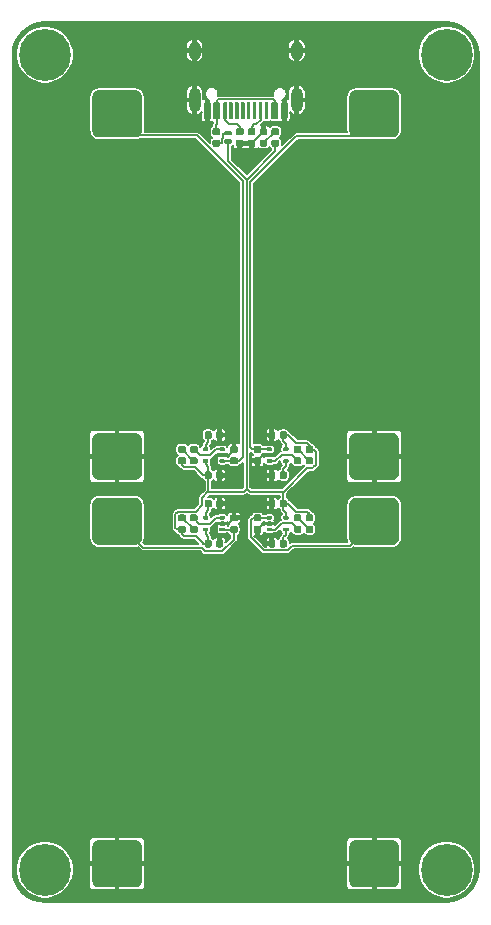
<source format=gbr>
G04 #@! TF.GenerationSoftware,KiCad,Pcbnew,(5.1.5-0-10_14)*
G04 #@! TF.CreationDate,2020-06-19T22:14:24+03:00*
G04 #@! TF.ProjectId,Rev.1,5265762e-312e-46b6-9963-61645f706362,1*
G04 #@! TF.SameCoordinates,PX839b680PY839b680*
G04 #@! TF.FileFunction,Copper,L1,Top*
G04 #@! TF.FilePolarity,Positive*
%FSLAX46Y46*%
G04 Gerber Fmt 4.6, Leading zero omitted, Abs format (unit mm)*
G04 Created by KiCad (PCBNEW (5.1.5-0-10_14)) date 2020-06-19 22:14:24*
%MOMM*%
%LPD*%
G04 APERTURE LIST*
%ADD10C,4.400000*%
%ADD11C,0.700000*%
%ADD12C,0.100000*%
%ADD13O,1.000000X2.100000*%
%ADD14O,1.000000X1.600000*%
%ADD15C,0.160000*%
G04 APERTURE END LIST*
D10*
X3000000Y72000000D03*
D11*
X4650000Y72000000D03*
X4166726Y70833274D03*
X3000000Y70350000D03*
X1833274Y70833274D03*
X1350000Y72000000D03*
X1833274Y73166726D03*
X3000000Y73650000D03*
X4166726Y73166726D03*
X4166726Y4166726D03*
X3000000Y4650000D03*
X1833274Y4166726D03*
X1350000Y3000000D03*
X1833274Y1833274D03*
X3000000Y1350000D03*
X4166726Y1833274D03*
X4650000Y3000000D03*
D10*
X3000000Y3000000D03*
X37000000Y3000000D03*
D11*
X38650000Y3000000D03*
X38166726Y1833274D03*
X37000000Y1350000D03*
X35833274Y1833274D03*
X35350000Y3000000D03*
X35833274Y4166726D03*
X37000000Y4650000D03*
X38166726Y4166726D03*
X38166726Y73166726D03*
X37000000Y73650000D03*
X35833274Y73166726D03*
X35350000Y72000000D03*
X35833274Y70833274D03*
X37000000Y70350000D03*
X38166726Y70833274D03*
X38650000Y72000000D03*
D10*
X37000000Y72000000D03*
G04 #@! TA.AperFunction,SMDPad,CuDef*
D12*
G36*
X18157351Y31949639D02*
G01*
X18164632Y31948559D01*
X18171771Y31946771D01*
X18178701Y31944291D01*
X18185355Y31941144D01*
X18191668Y31937360D01*
X18197579Y31932976D01*
X18203033Y31928033D01*
X18207976Y31922579D01*
X18212360Y31916668D01*
X18216144Y31910355D01*
X18219291Y31903701D01*
X18221771Y31896771D01*
X18223559Y31889632D01*
X18224639Y31882351D01*
X18225000Y31875000D01*
X18225000Y31725000D01*
X18224639Y31717649D01*
X18223559Y31710368D01*
X18221771Y31703229D01*
X18219291Y31696299D01*
X18216144Y31689645D01*
X18212360Y31683332D01*
X18207976Y31677421D01*
X18203033Y31671967D01*
X18197579Y31667024D01*
X18191668Y31662640D01*
X18185355Y31658856D01*
X18178701Y31655709D01*
X18171771Y31653229D01*
X18164632Y31651441D01*
X18157351Y31650361D01*
X18150000Y31650000D01*
X17850000Y31650000D01*
X17842649Y31650361D01*
X17835368Y31651441D01*
X17828229Y31653229D01*
X17821299Y31655709D01*
X17814645Y31658856D01*
X17808332Y31662640D01*
X17802421Y31667024D01*
X17796967Y31671967D01*
X17792024Y31677421D01*
X17787640Y31683332D01*
X17783856Y31689645D01*
X17780709Y31696299D01*
X17778229Y31703229D01*
X17776441Y31710368D01*
X17775361Y31717649D01*
X17775000Y31725000D01*
X17775000Y31875000D01*
X17775361Y31882351D01*
X17776441Y31889632D01*
X17778229Y31896771D01*
X17780709Y31903701D01*
X17783856Y31910355D01*
X17787640Y31916668D01*
X17792024Y31922579D01*
X17796967Y31928033D01*
X17802421Y31932976D01*
X17808332Y31937360D01*
X17814645Y31941144D01*
X17821299Y31944291D01*
X17828229Y31946771D01*
X17835368Y31948559D01*
X17842649Y31949639D01*
X17850000Y31950000D01*
X18150000Y31950000D01*
X18157351Y31949639D01*
G37*
G04 #@! TD.AperFunction*
G04 #@! TA.AperFunction,SMDPad,CuDef*
G36*
X18157351Y32949639D02*
G01*
X18164632Y32948559D01*
X18171771Y32946771D01*
X18178701Y32944291D01*
X18185355Y32941144D01*
X18191668Y32937360D01*
X18197579Y32932976D01*
X18203033Y32928033D01*
X18207976Y32922579D01*
X18212360Y32916668D01*
X18216144Y32910355D01*
X18219291Y32903701D01*
X18221771Y32896771D01*
X18223559Y32889632D01*
X18224639Y32882351D01*
X18225000Y32875000D01*
X18225000Y32725000D01*
X18224639Y32717649D01*
X18223559Y32710368D01*
X18221771Y32703229D01*
X18219291Y32696299D01*
X18216144Y32689645D01*
X18212360Y32683332D01*
X18207976Y32677421D01*
X18203033Y32671967D01*
X18197579Y32667024D01*
X18191668Y32662640D01*
X18185355Y32658856D01*
X18178701Y32655709D01*
X18171771Y32653229D01*
X18164632Y32651441D01*
X18157351Y32650361D01*
X18150000Y32650000D01*
X17850000Y32650000D01*
X17842649Y32650361D01*
X17835368Y32651441D01*
X17828229Y32653229D01*
X17821299Y32655709D01*
X17814645Y32658856D01*
X17808332Y32662640D01*
X17802421Y32667024D01*
X17796967Y32671967D01*
X17792024Y32677421D01*
X17787640Y32683332D01*
X17783856Y32689645D01*
X17780709Y32696299D01*
X17778229Y32703229D01*
X17776441Y32710368D01*
X17775361Y32717649D01*
X17775000Y32725000D01*
X17775000Y32875000D01*
X17775361Y32882351D01*
X17776441Y32889632D01*
X17778229Y32896771D01*
X17780709Y32903701D01*
X17783856Y32910355D01*
X17787640Y32916668D01*
X17792024Y32922579D01*
X17796967Y32928033D01*
X17802421Y32932976D01*
X17808332Y32937360D01*
X17814645Y32941144D01*
X17821299Y32944291D01*
X17828229Y32946771D01*
X17835368Y32948559D01*
X17842649Y32949639D01*
X17850000Y32950000D01*
X18150000Y32950000D01*
X18157351Y32949639D01*
G37*
G04 #@! TD.AperFunction*
G04 #@! TA.AperFunction,SMDPad,CuDef*
G36*
X16757351Y31949639D02*
G01*
X16764632Y31948559D01*
X16771771Y31946771D01*
X16778701Y31944291D01*
X16785355Y31941144D01*
X16791668Y31937360D01*
X16797579Y31932976D01*
X16803033Y31928033D01*
X16807976Y31922579D01*
X16812360Y31916668D01*
X16816144Y31910355D01*
X16819291Y31903701D01*
X16821771Y31896771D01*
X16823559Y31889632D01*
X16824639Y31882351D01*
X16825000Y31875000D01*
X16825000Y31725000D01*
X16824639Y31717649D01*
X16823559Y31710368D01*
X16821771Y31703229D01*
X16819291Y31696299D01*
X16816144Y31689645D01*
X16812360Y31683332D01*
X16807976Y31677421D01*
X16803033Y31671967D01*
X16797579Y31667024D01*
X16791668Y31662640D01*
X16785355Y31658856D01*
X16778701Y31655709D01*
X16771771Y31653229D01*
X16764632Y31651441D01*
X16757351Y31650361D01*
X16750000Y31650000D01*
X16450000Y31650000D01*
X16442649Y31650361D01*
X16435368Y31651441D01*
X16428229Y31653229D01*
X16421299Y31655709D01*
X16414645Y31658856D01*
X16408332Y31662640D01*
X16402421Y31667024D01*
X16396967Y31671967D01*
X16392024Y31677421D01*
X16387640Y31683332D01*
X16383856Y31689645D01*
X16380709Y31696299D01*
X16378229Y31703229D01*
X16376441Y31710368D01*
X16375361Y31717649D01*
X16375000Y31725000D01*
X16375000Y31875000D01*
X16375361Y31882351D01*
X16376441Y31889632D01*
X16378229Y31896771D01*
X16380709Y31903701D01*
X16383856Y31910355D01*
X16387640Y31916668D01*
X16392024Y31922579D01*
X16396967Y31928033D01*
X16402421Y31932976D01*
X16408332Y31937360D01*
X16414645Y31941144D01*
X16421299Y31944291D01*
X16428229Y31946771D01*
X16435368Y31948559D01*
X16442649Y31949639D01*
X16450000Y31950000D01*
X16750000Y31950000D01*
X16757351Y31949639D01*
G37*
G04 #@! TD.AperFunction*
G04 #@! TA.AperFunction,SMDPad,CuDef*
G36*
X18157351Y32449639D02*
G01*
X18164632Y32448559D01*
X18171771Y32446771D01*
X18178701Y32444291D01*
X18185355Y32441144D01*
X18191668Y32437360D01*
X18197579Y32432976D01*
X18203033Y32428033D01*
X18207976Y32422579D01*
X18212360Y32416668D01*
X18216144Y32410355D01*
X18219291Y32403701D01*
X18221771Y32396771D01*
X18223559Y32389632D01*
X18224639Y32382351D01*
X18225000Y32375000D01*
X18225000Y32225000D01*
X18224639Y32217649D01*
X18223559Y32210368D01*
X18221771Y32203229D01*
X18219291Y32196299D01*
X18216144Y32189645D01*
X18212360Y32183332D01*
X18207976Y32177421D01*
X18203033Y32171967D01*
X18197579Y32167024D01*
X18191668Y32162640D01*
X18185355Y32158856D01*
X18178701Y32155709D01*
X18171771Y32153229D01*
X18164632Y32151441D01*
X18157351Y32150361D01*
X18150000Y32150000D01*
X17850000Y32150000D01*
X17842649Y32150361D01*
X17835368Y32151441D01*
X17828229Y32153229D01*
X17821299Y32155709D01*
X17814645Y32158856D01*
X17808332Y32162640D01*
X17802421Y32167024D01*
X17796967Y32171967D01*
X17792024Y32177421D01*
X17787640Y32183332D01*
X17783856Y32189645D01*
X17780709Y32196299D01*
X17778229Y32203229D01*
X17776441Y32210368D01*
X17775361Y32217649D01*
X17775000Y32225000D01*
X17775000Y32375000D01*
X17775361Y32382351D01*
X17776441Y32389632D01*
X17778229Y32396771D01*
X17780709Y32403701D01*
X17783856Y32410355D01*
X17787640Y32416668D01*
X17792024Y32422579D01*
X17796967Y32428033D01*
X17802421Y32432976D01*
X17808332Y32437360D01*
X17814645Y32441144D01*
X17821299Y32444291D01*
X17828229Y32446771D01*
X17835368Y32448559D01*
X17842649Y32449639D01*
X17850000Y32450000D01*
X18150000Y32450000D01*
X18157351Y32449639D01*
G37*
G04 #@! TD.AperFunction*
G04 #@! TA.AperFunction,SMDPad,CuDef*
G36*
X16757351Y32949639D02*
G01*
X16764632Y32948559D01*
X16771771Y32946771D01*
X16778701Y32944291D01*
X16785355Y32941144D01*
X16791668Y32937360D01*
X16797579Y32932976D01*
X16803033Y32928033D01*
X16807976Y32922579D01*
X16812360Y32916668D01*
X16816144Y32910355D01*
X16819291Y32903701D01*
X16821771Y32896771D01*
X16823559Y32889632D01*
X16824639Y32882351D01*
X16825000Y32875000D01*
X16825000Y32725000D01*
X16824639Y32717649D01*
X16823559Y32710368D01*
X16821771Y32703229D01*
X16819291Y32696299D01*
X16816144Y32689645D01*
X16812360Y32683332D01*
X16807976Y32677421D01*
X16803033Y32671967D01*
X16797579Y32667024D01*
X16791668Y32662640D01*
X16785355Y32658856D01*
X16778701Y32655709D01*
X16771771Y32653229D01*
X16764632Y32651441D01*
X16757351Y32650361D01*
X16750000Y32650000D01*
X16450000Y32650000D01*
X16442649Y32650361D01*
X16435368Y32651441D01*
X16428229Y32653229D01*
X16421299Y32655709D01*
X16414645Y32658856D01*
X16408332Y32662640D01*
X16402421Y32667024D01*
X16396967Y32671967D01*
X16392024Y32677421D01*
X16387640Y32683332D01*
X16383856Y32689645D01*
X16380709Y32696299D01*
X16378229Y32703229D01*
X16376441Y32710368D01*
X16375361Y32717649D01*
X16375000Y32725000D01*
X16375000Y32875000D01*
X16375361Y32882351D01*
X16376441Y32889632D01*
X16378229Y32896771D01*
X16380709Y32903701D01*
X16383856Y32910355D01*
X16387640Y32916668D01*
X16392024Y32922579D01*
X16396967Y32928033D01*
X16402421Y32932976D01*
X16408332Y32937360D01*
X16414645Y32941144D01*
X16421299Y32944291D01*
X16428229Y32946771D01*
X16435368Y32948559D01*
X16442649Y32949639D01*
X16450000Y32950000D01*
X16750000Y32950000D01*
X16757351Y32949639D01*
G37*
G04 #@! TD.AperFunction*
G04 #@! TA.AperFunction,SMDPad,CuDef*
G36*
X23557351Y31949639D02*
G01*
X23564632Y31948559D01*
X23571771Y31946771D01*
X23578701Y31944291D01*
X23585355Y31941144D01*
X23591668Y31937360D01*
X23597579Y31932976D01*
X23603033Y31928033D01*
X23607976Y31922579D01*
X23612360Y31916668D01*
X23616144Y31910355D01*
X23619291Y31903701D01*
X23621771Y31896771D01*
X23623559Y31889632D01*
X23624639Y31882351D01*
X23625000Y31875000D01*
X23625000Y31725000D01*
X23624639Y31717649D01*
X23623559Y31710368D01*
X23621771Y31703229D01*
X23619291Y31696299D01*
X23616144Y31689645D01*
X23612360Y31683332D01*
X23607976Y31677421D01*
X23603033Y31671967D01*
X23597579Y31667024D01*
X23591668Y31662640D01*
X23585355Y31658856D01*
X23578701Y31655709D01*
X23571771Y31653229D01*
X23564632Y31651441D01*
X23557351Y31650361D01*
X23550000Y31650000D01*
X23250000Y31650000D01*
X23242649Y31650361D01*
X23235368Y31651441D01*
X23228229Y31653229D01*
X23221299Y31655709D01*
X23214645Y31658856D01*
X23208332Y31662640D01*
X23202421Y31667024D01*
X23196967Y31671967D01*
X23192024Y31677421D01*
X23187640Y31683332D01*
X23183856Y31689645D01*
X23180709Y31696299D01*
X23178229Y31703229D01*
X23176441Y31710368D01*
X23175361Y31717649D01*
X23175000Y31725000D01*
X23175000Y31875000D01*
X23175361Y31882351D01*
X23176441Y31889632D01*
X23178229Y31896771D01*
X23180709Y31903701D01*
X23183856Y31910355D01*
X23187640Y31916668D01*
X23192024Y31922579D01*
X23196967Y31928033D01*
X23202421Y31932976D01*
X23208332Y31937360D01*
X23214645Y31941144D01*
X23221299Y31944291D01*
X23228229Y31946771D01*
X23235368Y31948559D01*
X23242649Y31949639D01*
X23250000Y31950000D01*
X23550000Y31950000D01*
X23557351Y31949639D01*
G37*
G04 #@! TD.AperFunction*
G04 #@! TA.AperFunction,SMDPad,CuDef*
G36*
X22157351Y32449639D02*
G01*
X22164632Y32448559D01*
X22171771Y32446771D01*
X22178701Y32444291D01*
X22185355Y32441144D01*
X22191668Y32437360D01*
X22197579Y32432976D01*
X22203033Y32428033D01*
X22207976Y32422579D01*
X22212360Y32416668D01*
X22216144Y32410355D01*
X22219291Y32403701D01*
X22221771Y32396771D01*
X22223559Y32389632D01*
X22224639Y32382351D01*
X22225000Y32375000D01*
X22225000Y32225000D01*
X22224639Y32217649D01*
X22223559Y32210368D01*
X22221771Y32203229D01*
X22219291Y32196299D01*
X22216144Y32189645D01*
X22212360Y32183332D01*
X22207976Y32177421D01*
X22203033Y32171967D01*
X22197579Y32167024D01*
X22191668Y32162640D01*
X22185355Y32158856D01*
X22178701Y32155709D01*
X22171771Y32153229D01*
X22164632Y32151441D01*
X22157351Y32150361D01*
X22150000Y32150000D01*
X21850000Y32150000D01*
X21842649Y32150361D01*
X21835368Y32151441D01*
X21828229Y32153229D01*
X21821299Y32155709D01*
X21814645Y32158856D01*
X21808332Y32162640D01*
X21802421Y32167024D01*
X21796967Y32171967D01*
X21792024Y32177421D01*
X21787640Y32183332D01*
X21783856Y32189645D01*
X21780709Y32196299D01*
X21778229Y32203229D01*
X21776441Y32210368D01*
X21775361Y32217649D01*
X21775000Y32225000D01*
X21775000Y32375000D01*
X21775361Y32382351D01*
X21776441Y32389632D01*
X21778229Y32396771D01*
X21780709Y32403701D01*
X21783856Y32410355D01*
X21787640Y32416668D01*
X21792024Y32422579D01*
X21796967Y32428033D01*
X21802421Y32432976D01*
X21808332Y32437360D01*
X21814645Y32441144D01*
X21821299Y32444291D01*
X21828229Y32446771D01*
X21835368Y32448559D01*
X21842649Y32449639D01*
X21850000Y32450000D01*
X22150000Y32450000D01*
X22157351Y32449639D01*
G37*
G04 #@! TD.AperFunction*
G04 #@! TA.AperFunction,SMDPad,CuDef*
G36*
X23557351Y32949639D02*
G01*
X23564632Y32948559D01*
X23571771Y32946771D01*
X23578701Y32944291D01*
X23585355Y32941144D01*
X23591668Y32937360D01*
X23597579Y32932976D01*
X23603033Y32928033D01*
X23607976Y32922579D01*
X23612360Y32916668D01*
X23616144Y32910355D01*
X23619291Y32903701D01*
X23621771Y32896771D01*
X23623559Y32889632D01*
X23624639Y32882351D01*
X23625000Y32875000D01*
X23625000Y32725000D01*
X23624639Y32717649D01*
X23623559Y32710368D01*
X23621771Y32703229D01*
X23619291Y32696299D01*
X23616144Y32689645D01*
X23612360Y32683332D01*
X23607976Y32677421D01*
X23603033Y32671967D01*
X23597579Y32667024D01*
X23591668Y32662640D01*
X23585355Y32658856D01*
X23578701Y32655709D01*
X23571771Y32653229D01*
X23564632Y32651441D01*
X23557351Y32650361D01*
X23550000Y32650000D01*
X23250000Y32650000D01*
X23242649Y32650361D01*
X23235368Y32651441D01*
X23228229Y32653229D01*
X23221299Y32655709D01*
X23214645Y32658856D01*
X23208332Y32662640D01*
X23202421Y32667024D01*
X23196967Y32671967D01*
X23192024Y32677421D01*
X23187640Y32683332D01*
X23183856Y32689645D01*
X23180709Y32696299D01*
X23178229Y32703229D01*
X23176441Y32710368D01*
X23175361Y32717649D01*
X23175000Y32725000D01*
X23175000Y32875000D01*
X23175361Y32882351D01*
X23176441Y32889632D01*
X23178229Y32896771D01*
X23180709Y32903701D01*
X23183856Y32910355D01*
X23187640Y32916668D01*
X23192024Y32922579D01*
X23196967Y32928033D01*
X23202421Y32932976D01*
X23208332Y32937360D01*
X23214645Y32941144D01*
X23221299Y32944291D01*
X23228229Y32946771D01*
X23235368Y32948559D01*
X23242649Y32949639D01*
X23250000Y32950000D01*
X23550000Y32950000D01*
X23557351Y32949639D01*
G37*
G04 #@! TD.AperFunction*
G04 #@! TA.AperFunction,SMDPad,CuDef*
G36*
X22157351Y31949639D02*
G01*
X22164632Y31948559D01*
X22171771Y31946771D01*
X22178701Y31944291D01*
X22185355Y31941144D01*
X22191668Y31937360D01*
X22197579Y31932976D01*
X22203033Y31928033D01*
X22207976Y31922579D01*
X22212360Y31916668D01*
X22216144Y31910355D01*
X22219291Y31903701D01*
X22221771Y31896771D01*
X22223559Y31889632D01*
X22224639Y31882351D01*
X22225000Y31875000D01*
X22225000Y31725000D01*
X22224639Y31717649D01*
X22223559Y31710368D01*
X22221771Y31703229D01*
X22219291Y31696299D01*
X22216144Y31689645D01*
X22212360Y31683332D01*
X22207976Y31677421D01*
X22203033Y31671967D01*
X22197579Y31667024D01*
X22191668Y31662640D01*
X22185355Y31658856D01*
X22178701Y31655709D01*
X22171771Y31653229D01*
X22164632Y31651441D01*
X22157351Y31650361D01*
X22150000Y31650000D01*
X21850000Y31650000D01*
X21842649Y31650361D01*
X21835368Y31651441D01*
X21828229Y31653229D01*
X21821299Y31655709D01*
X21814645Y31658856D01*
X21808332Y31662640D01*
X21802421Y31667024D01*
X21796967Y31671967D01*
X21792024Y31677421D01*
X21787640Y31683332D01*
X21783856Y31689645D01*
X21780709Y31696299D01*
X21778229Y31703229D01*
X21776441Y31710368D01*
X21775361Y31717649D01*
X21775000Y31725000D01*
X21775000Y31875000D01*
X21775361Y31882351D01*
X21776441Y31889632D01*
X21778229Y31896771D01*
X21780709Y31903701D01*
X21783856Y31910355D01*
X21787640Y31916668D01*
X21792024Y31922579D01*
X21796967Y31928033D01*
X21802421Y31932976D01*
X21808332Y31937360D01*
X21814645Y31941144D01*
X21821299Y31944291D01*
X21828229Y31946771D01*
X21835368Y31948559D01*
X21842649Y31949639D01*
X21850000Y31950000D01*
X22150000Y31950000D01*
X22157351Y31949639D01*
G37*
G04 #@! TD.AperFunction*
G04 #@! TA.AperFunction,SMDPad,CuDef*
G36*
X22157351Y32949639D02*
G01*
X22164632Y32948559D01*
X22171771Y32946771D01*
X22178701Y32944291D01*
X22185355Y32941144D01*
X22191668Y32937360D01*
X22197579Y32932976D01*
X22203033Y32928033D01*
X22207976Y32922579D01*
X22212360Y32916668D01*
X22216144Y32910355D01*
X22219291Y32903701D01*
X22221771Y32896771D01*
X22223559Y32889632D01*
X22224639Y32882351D01*
X22225000Y32875000D01*
X22225000Y32725000D01*
X22224639Y32717649D01*
X22223559Y32710368D01*
X22221771Y32703229D01*
X22219291Y32696299D01*
X22216144Y32689645D01*
X22212360Y32683332D01*
X22207976Y32677421D01*
X22203033Y32671967D01*
X22197579Y32667024D01*
X22191668Y32662640D01*
X22185355Y32658856D01*
X22178701Y32655709D01*
X22171771Y32653229D01*
X22164632Y32651441D01*
X22157351Y32650361D01*
X22150000Y32650000D01*
X21850000Y32650000D01*
X21842649Y32650361D01*
X21835368Y32651441D01*
X21828229Y32653229D01*
X21821299Y32655709D01*
X21814645Y32658856D01*
X21808332Y32662640D01*
X21802421Y32667024D01*
X21796967Y32671967D01*
X21792024Y32677421D01*
X21787640Y32683332D01*
X21783856Y32689645D01*
X21780709Y32696299D01*
X21778229Y32703229D01*
X21776441Y32710368D01*
X21775361Y32717649D01*
X21775000Y32725000D01*
X21775000Y32875000D01*
X21775361Y32882351D01*
X21776441Y32889632D01*
X21778229Y32896771D01*
X21780709Y32903701D01*
X21783856Y32910355D01*
X21787640Y32916668D01*
X21792024Y32922579D01*
X21796967Y32928033D01*
X21802421Y32932976D01*
X21808332Y32937360D01*
X21814645Y32941144D01*
X21821299Y32944291D01*
X21828229Y32946771D01*
X21835368Y32948559D01*
X21842649Y32949639D01*
X21850000Y32950000D01*
X22150000Y32950000D01*
X22157351Y32949639D01*
G37*
G04 #@! TD.AperFunction*
G04 #@! TA.AperFunction,SMDPad,CuDef*
G36*
X16757351Y38749639D02*
G01*
X16764632Y38748559D01*
X16771771Y38746771D01*
X16778701Y38744291D01*
X16785355Y38741144D01*
X16791668Y38737360D01*
X16797579Y38732976D01*
X16803033Y38728033D01*
X16807976Y38722579D01*
X16812360Y38716668D01*
X16816144Y38710355D01*
X16819291Y38703701D01*
X16821771Y38696771D01*
X16823559Y38689632D01*
X16824639Y38682351D01*
X16825000Y38675000D01*
X16825000Y38525000D01*
X16824639Y38517649D01*
X16823559Y38510368D01*
X16821771Y38503229D01*
X16819291Y38496299D01*
X16816144Y38489645D01*
X16812360Y38483332D01*
X16807976Y38477421D01*
X16803033Y38471967D01*
X16797579Y38467024D01*
X16791668Y38462640D01*
X16785355Y38458856D01*
X16778701Y38455709D01*
X16771771Y38453229D01*
X16764632Y38451441D01*
X16757351Y38450361D01*
X16750000Y38450000D01*
X16450000Y38450000D01*
X16442649Y38450361D01*
X16435368Y38451441D01*
X16428229Y38453229D01*
X16421299Y38455709D01*
X16414645Y38458856D01*
X16408332Y38462640D01*
X16402421Y38467024D01*
X16396967Y38471967D01*
X16392024Y38477421D01*
X16387640Y38483332D01*
X16383856Y38489645D01*
X16380709Y38496299D01*
X16378229Y38503229D01*
X16376441Y38510368D01*
X16375361Y38517649D01*
X16375000Y38525000D01*
X16375000Y38675000D01*
X16375361Y38682351D01*
X16376441Y38689632D01*
X16378229Y38696771D01*
X16380709Y38703701D01*
X16383856Y38710355D01*
X16387640Y38716668D01*
X16392024Y38722579D01*
X16396967Y38728033D01*
X16402421Y38732976D01*
X16408332Y38737360D01*
X16414645Y38741144D01*
X16421299Y38744291D01*
X16428229Y38746771D01*
X16435368Y38748559D01*
X16442649Y38749639D01*
X16450000Y38750000D01*
X16750000Y38750000D01*
X16757351Y38749639D01*
G37*
G04 #@! TD.AperFunction*
G04 #@! TA.AperFunction,SMDPad,CuDef*
G36*
X18157351Y38249639D02*
G01*
X18164632Y38248559D01*
X18171771Y38246771D01*
X18178701Y38244291D01*
X18185355Y38241144D01*
X18191668Y38237360D01*
X18197579Y38232976D01*
X18203033Y38228033D01*
X18207976Y38222579D01*
X18212360Y38216668D01*
X18216144Y38210355D01*
X18219291Y38203701D01*
X18221771Y38196771D01*
X18223559Y38189632D01*
X18224639Y38182351D01*
X18225000Y38175000D01*
X18225000Y38025000D01*
X18224639Y38017649D01*
X18223559Y38010368D01*
X18221771Y38003229D01*
X18219291Y37996299D01*
X18216144Y37989645D01*
X18212360Y37983332D01*
X18207976Y37977421D01*
X18203033Y37971967D01*
X18197579Y37967024D01*
X18191668Y37962640D01*
X18185355Y37958856D01*
X18178701Y37955709D01*
X18171771Y37953229D01*
X18164632Y37951441D01*
X18157351Y37950361D01*
X18150000Y37950000D01*
X17850000Y37950000D01*
X17842649Y37950361D01*
X17835368Y37951441D01*
X17828229Y37953229D01*
X17821299Y37955709D01*
X17814645Y37958856D01*
X17808332Y37962640D01*
X17802421Y37967024D01*
X17796967Y37971967D01*
X17792024Y37977421D01*
X17787640Y37983332D01*
X17783856Y37989645D01*
X17780709Y37996299D01*
X17778229Y38003229D01*
X17776441Y38010368D01*
X17775361Y38017649D01*
X17775000Y38025000D01*
X17775000Y38175000D01*
X17775361Y38182351D01*
X17776441Y38189632D01*
X17778229Y38196771D01*
X17780709Y38203701D01*
X17783856Y38210355D01*
X17787640Y38216668D01*
X17792024Y38222579D01*
X17796967Y38228033D01*
X17802421Y38232976D01*
X17808332Y38237360D01*
X17814645Y38241144D01*
X17821299Y38244291D01*
X17828229Y38246771D01*
X17835368Y38248559D01*
X17842649Y38249639D01*
X17850000Y38250000D01*
X18150000Y38250000D01*
X18157351Y38249639D01*
G37*
G04 #@! TD.AperFunction*
G04 #@! TA.AperFunction,SMDPad,CuDef*
G36*
X16757351Y37749639D02*
G01*
X16764632Y37748559D01*
X16771771Y37746771D01*
X16778701Y37744291D01*
X16785355Y37741144D01*
X16791668Y37737360D01*
X16797579Y37732976D01*
X16803033Y37728033D01*
X16807976Y37722579D01*
X16812360Y37716668D01*
X16816144Y37710355D01*
X16819291Y37703701D01*
X16821771Y37696771D01*
X16823559Y37689632D01*
X16824639Y37682351D01*
X16825000Y37675000D01*
X16825000Y37525000D01*
X16824639Y37517649D01*
X16823559Y37510368D01*
X16821771Y37503229D01*
X16819291Y37496299D01*
X16816144Y37489645D01*
X16812360Y37483332D01*
X16807976Y37477421D01*
X16803033Y37471967D01*
X16797579Y37467024D01*
X16791668Y37462640D01*
X16785355Y37458856D01*
X16778701Y37455709D01*
X16771771Y37453229D01*
X16764632Y37451441D01*
X16757351Y37450361D01*
X16750000Y37450000D01*
X16450000Y37450000D01*
X16442649Y37450361D01*
X16435368Y37451441D01*
X16428229Y37453229D01*
X16421299Y37455709D01*
X16414645Y37458856D01*
X16408332Y37462640D01*
X16402421Y37467024D01*
X16396967Y37471967D01*
X16392024Y37477421D01*
X16387640Y37483332D01*
X16383856Y37489645D01*
X16380709Y37496299D01*
X16378229Y37503229D01*
X16376441Y37510368D01*
X16375361Y37517649D01*
X16375000Y37525000D01*
X16375000Y37675000D01*
X16375361Y37682351D01*
X16376441Y37689632D01*
X16378229Y37696771D01*
X16380709Y37703701D01*
X16383856Y37710355D01*
X16387640Y37716668D01*
X16392024Y37722579D01*
X16396967Y37728033D01*
X16402421Y37732976D01*
X16408332Y37737360D01*
X16414645Y37741144D01*
X16421299Y37744291D01*
X16428229Y37746771D01*
X16435368Y37748559D01*
X16442649Y37749639D01*
X16450000Y37750000D01*
X16750000Y37750000D01*
X16757351Y37749639D01*
G37*
G04 #@! TD.AperFunction*
G04 #@! TA.AperFunction,SMDPad,CuDef*
G36*
X18157351Y38749639D02*
G01*
X18164632Y38748559D01*
X18171771Y38746771D01*
X18178701Y38744291D01*
X18185355Y38741144D01*
X18191668Y38737360D01*
X18197579Y38732976D01*
X18203033Y38728033D01*
X18207976Y38722579D01*
X18212360Y38716668D01*
X18216144Y38710355D01*
X18219291Y38703701D01*
X18221771Y38696771D01*
X18223559Y38689632D01*
X18224639Y38682351D01*
X18225000Y38675000D01*
X18225000Y38525000D01*
X18224639Y38517649D01*
X18223559Y38510368D01*
X18221771Y38503229D01*
X18219291Y38496299D01*
X18216144Y38489645D01*
X18212360Y38483332D01*
X18207976Y38477421D01*
X18203033Y38471967D01*
X18197579Y38467024D01*
X18191668Y38462640D01*
X18185355Y38458856D01*
X18178701Y38455709D01*
X18171771Y38453229D01*
X18164632Y38451441D01*
X18157351Y38450361D01*
X18150000Y38450000D01*
X17850000Y38450000D01*
X17842649Y38450361D01*
X17835368Y38451441D01*
X17828229Y38453229D01*
X17821299Y38455709D01*
X17814645Y38458856D01*
X17808332Y38462640D01*
X17802421Y38467024D01*
X17796967Y38471967D01*
X17792024Y38477421D01*
X17787640Y38483332D01*
X17783856Y38489645D01*
X17780709Y38496299D01*
X17778229Y38503229D01*
X17776441Y38510368D01*
X17775361Y38517649D01*
X17775000Y38525000D01*
X17775000Y38675000D01*
X17775361Y38682351D01*
X17776441Y38689632D01*
X17778229Y38696771D01*
X17780709Y38703701D01*
X17783856Y38710355D01*
X17787640Y38716668D01*
X17792024Y38722579D01*
X17796967Y38728033D01*
X17802421Y38732976D01*
X17808332Y38737360D01*
X17814645Y38741144D01*
X17821299Y38744291D01*
X17828229Y38746771D01*
X17835368Y38748559D01*
X17842649Y38749639D01*
X17850000Y38750000D01*
X18150000Y38750000D01*
X18157351Y38749639D01*
G37*
G04 #@! TD.AperFunction*
G04 #@! TA.AperFunction,SMDPad,CuDef*
G36*
X18157351Y37749639D02*
G01*
X18164632Y37748559D01*
X18171771Y37746771D01*
X18178701Y37744291D01*
X18185355Y37741144D01*
X18191668Y37737360D01*
X18197579Y37732976D01*
X18203033Y37728033D01*
X18207976Y37722579D01*
X18212360Y37716668D01*
X18216144Y37710355D01*
X18219291Y37703701D01*
X18221771Y37696771D01*
X18223559Y37689632D01*
X18224639Y37682351D01*
X18225000Y37675000D01*
X18225000Y37525000D01*
X18224639Y37517649D01*
X18223559Y37510368D01*
X18221771Y37503229D01*
X18219291Y37496299D01*
X18216144Y37489645D01*
X18212360Y37483332D01*
X18207976Y37477421D01*
X18203033Y37471967D01*
X18197579Y37467024D01*
X18191668Y37462640D01*
X18185355Y37458856D01*
X18178701Y37455709D01*
X18171771Y37453229D01*
X18164632Y37451441D01*
X18157351Y37450361D01*
X18150000Y37450000D01*
X17850000Y37450000D01*
X17842649Y37450361D01*
X17835368Y37451441D01*
X17828229Y37453229D01*
X17821299Y37455709D01*
X17814645Y37458856D01*
X17808332Y37462640D01*
X17802421Y37467024D01*
X17796967Y37471967D01*
X17792024Y37477421D01*
X17787640Y37483332D01*
X17783856Y37489645D01*
X17780709Y37496299D01*
X17778229Y37503229D01*
X17776441Y37510368D01*
X17775361Y37517649D01*
X17775000Y37525000D01*
X17775000Y37675000D01*
X17775361Y37682351D01*
X17776441Y37689632D01*
X17778229Y37696771D01*
X17780709Y37703701D01*
X17783856Y37710355D01*
X17787640Y37716668D01*
X17792024Y37722579D01*
X17796967Y37728033D01*
X17802421Y37732976D01*
X17808332Y37737360D01*
X17814645Y37741144D01*
X17821299Y37744291D01*
X17828229Y37746771D01*
X17835368Y37748559D01*
X17842649Y37749639D01*
X17850000Y37750000D01*
X18150000Y37750000D01*
X18157351Y37749639D01*
G37*
G04 #@! TD.AperFunction*
G04 #@! TA.AperFunction,SMDPad,CuDef*
G36*
X22157351Y38749639D02*
G01*
X22164632Y38748559D01*
X22171771Y38746771D01*
X22178701Y38744291D01*
X22185355Y38741144D01*
X22191668Y38737360D01*
X22197579Y38732976D01*
X22203033Y38728033D01*
X22207976Y38722579D01*
X22212360Y38716668D01*
X22216144Y38710355D01*
X22219291Y38703701D01*
X22221771Y38696771D01*
X22223559Y38689632D01*
X22224639Y38682351D01*
X22225000Y38675000D01*
X22225000Y38525000D01*
X22224639Y38517649D01*
X22223559Y38510368D01*
X22221771Y38503229D01*
X22219291Y38496299D01*
X22216144Y38489645D01*
X22212360Y38483332D01*
X22207976Y38477421D01*
X22203033Y38471967D01*
X22197579Y38467024D01*
X22191668Y38462640D01*
X22185355Y38458856D01*
X22178701Y38455709D01*
X22171771Y38453229D01*
X22164632Y38451441D01*
X22157351Y38450361D01*
X22150000Y38450000D01*
X21850000Y38450000D01*
X21842649Y38450361D01*
X21835368Y38451441D01*
X21828229Y38453229D01*
X21821299Y38455709D01*
X21814645Y38458856D01*
X21808332Y38462640D01*
X21802421Y38467024D01*
X21796967Y38471967D01*
X21792024Y38477421D01*
X21787640Y38483332D01*
X21783856Y38489645D01*
X21780709Y38496299D01*
X21778229Y38503229D01*
X21776441Y38510368D01*
X21775361Y38517649D01*
X21775000Y38525000D01*
X21775000Y38675000D01*
X21775361Y38682351D01*
X21776441Y38689632D01*
X21778229Y38696771D01*
X21780709Y38703701D01*
X21783856Y38710355D01*
X21787640Y38716668D01*
X21792024Y38722579D01*
X21796967Y38728033D01*
X21802421Y38732976D01*
X21808332Y38737360D01*
X21814645Y38741144D01*
X21821299Y38744291D01*
X21828229Y38746771D01*
X21835368Y38748559D01*
X21842649Y38749639D01*
X21850000Y38750000D01*
X22150000Y38750000D01*
X22157351Y38749639D01*
G37*
G04 #@! TD.AperFunction*
G04 #@! TA.AperFunction,SMDPad,CuDef*
G36*
X22157351Y37749639D02*
G01*
X22164632Y37748559D01*
X22171771Y37746771D01*
X22178701Y37744291D01*
X22185355Y37741144D01*
X22191668Y37737360D01*
X22197579Y37732976D01*
X22203033Y37728033D01*
X22207976Y37722579D01*
X22212360Y37716668D01*
X22216144Y37710355D01*
X22219291Y37703701D01*
X22221771Y37696771D01*
X22223559Y37689632D01*
X22224639Y37682351D01*
X22225000Y37675000D01*
X22225000Y37525000D01*
X22224639Y37517649D01*
X22223559Y37510368D01*
X22221771Y37503229D01*
X22219291Y37496299D01*
X22216144Y37489645D01*
X22212360Y37483332D01*
X22207976Y37477421D01*
X22203033Y37471967D01*
X22197579Y37467024D01*
X22191668Y37462640D01*
X22185355Y37458856D01*
X22178701Y37455709D01*
X22171771Y37453229D01*
X22164632Y37451441D01*
X22157351Y37450361D01*
X22150000Y37450000D01*
X21850000Y37450000D01*
X21842649Y37450361D01*
X21835368Y37451441D01*
X21828229Y37453229D01*
X21821299Y37455709D01*
X21814645Y37458856D01*
X21808332Y37462640D01*
X21802421Y37467024D01*
X21796967Y37471967D01*
X21792024Y37477421D01*
X21787640Y37483332D01*
X21783856Y37489645D01*
X21780709Y37496299D01*
X21778229Y37503229D01*
X21776441Y37510368D01*
X21775361Y37517649D01*
X21775000Y37525000D01*
X21775000Y37675000D01*
X21775361Y37682351D01*
X21776441Y37689632D01*
X21778229Y37696771D01*
X21780709Y37703701D01*
X21783856Y37710355D01*
X21787640Y37716668D01*
X21792024Y37722579D01*
X21796967Y37728033D01*
X21802421Y37732976D01*
X21808332Y37737360D01*
X21814645Y37741144D01*
X21821299Y37744291D01*
X21828229Y37746771D01*
X21835368Y37748559D01*
X21842649Y37749639D01*
X21850000Y37750000D01*
X22150000Y37750000D01*
X22157351Y37749639D01*
G37*
G04 #@! TD.AperFunction*
G04 #@! TA.AperFunction,SMDPad,CuDef*
G36*
X23557351Y38749639D02*
G01*
X23564632Y38748559D01*
X23571771Y38746771D01*
X23578701Y38744291D01*
X23585355Y38741144D01*
X23591668Y38737360D01*
X23597579Y38732976D01*
X23603033Y38728033D01*
X23607976Y38722579D01*
X23612360Y38716668D01*
X23616144Y38710355D01*
X23619291Y38703701D01*
X23621771Y38696771D01*
X23623559Y38689632D01*
X23624639Y38682351D01*
X23625000Y38675000D01*
X23625000Y38525000D01*
X23624639Y38517649D01*
X23623559Y38510368D01*
X23621771Y38503229D01*
X23619291Y38496299D01*
X23616144Y38489645D01*
X23612360Y38483332D01*
X23607976Y38477421D01*
X23603033Y38471967D01*
X23597579Y38467024D01*
X23591668Y38462640D01*
X23585355Y38458856D01*
X23578701Y38455709D01*
X23571771Y38453229D01*
X23564632Y38451441D01*
X23557351Y38450361D01*
X23550000Y38450000D01*
X23250000Y38450000D01*
X23242649Y38450361D01*
X23235368Y38451441D01*
X23228229Y38453229D01*
X23221299Y38455709D01*
X23214645Y38458856D01*
X23208332Y38462640D01*
X23202421Y38467024D01*
X23196967Y38471967D01*
X23192024Y38477421D01*
X23187640Y38483332D01*
X23183856Y38489645D01*
X23180709Y38496299D01*
X23178229Y38503229D01*
X23176441Y38510368D01*
X23175361Y38517649D01*
X23175000Y38525000D01*
X23175000Y38675000D01*
X23175361Y38682351D01*
X23176441Y38689632D01*
X23178229Y38696771D01*
X23180709Y38703701D01*
X23183856Y38710355D01*
X23187640Y38716668D01*
X23192024Y38722579D01*
X23196967Y38728033D01*
X23202421Y38732976D01*
X23208332Y38737360D01*
X23214645Y38741144D01*
X23221299Y38744291D01*
X23228229Y38746771D01*
X23235368Y38748559D01*
X23242649Y38749639D01*
X23250000Y38750000D01*
X23550000Y38750000D01*
X23557351Y38749639D01*
G37*
G04 #@! TD.AperFunction*
G04 #@! TA.AperFunction,SMDPad,CuDef*
G36*
X22157351Y38249639D02*
G01*
X22164632Y38248559D01*
X22171771Y38246771D01*
X22178701Y38244291D01*
X22185355Y38241144D01*
X22191668Y38237360D01*
X22197579Y38232976D01*
X22203033Y38228033D01*
X22207976Y38222579D01*
X22212360Y38216668D01*
X22216144Y38210355D01*
X22219291Y38203701D01*
X22221771Y38196771D01*
X22223559Y38189632D01*
X22224639Y38182351D01*
X22225000Y38175000D01*
X22225000Y38025000D01*
X22224639Y38017649D01*
X22223559Y38010368D01*
X22221771Y38003229D01*
X22219291Y37996299D01*
X22216144Y37989645D01*
X22212360Y37983332D01*
X22207976Y37977421D01*
X22203033Y37971967D01*
X22197579Y37967024D01*
X22191668Y37962640D01*
X22185355Y37958856D01*
X22178701Y37955709D01*
X22171771Y37953229D01*
X22164632Y37951441D01*
X22157351Y37950361D01*
X22150000Y37950000D01*
X21850000Y37950000D01*
X21842649Y37950361D01*
X21835368Y37951441D01*
X21828229Y37953229D01*
X21821299Y37955709D01*
X21814645Y37958856D01*
X21808332Y37962640D01*
X21802421Y37967024D01*
X21796967Y37971967D01*
X21792024Y37977421D01*
X21787640Y37983332D01*
X21783856Y37989645D01*
X21780709Y37996299D01*
X21778229Y38003229D01*
X21776441Y38010368D01*
X21775361Y38017649D01*
X21775000Y38025000D01*
X21775000Y38175000D01*
X21775361Y38182351D01*
X21776441Y38189632D01*
X21778229Y38196771D01*
X21780709Y38203701D01*
X21783856Y38210355D01*
X21787640Y38216668D01*
X21792024Y38222579D01*
X21796967Y38228033D01*
X21802421Y38232976D01*
X21808332Y38237360D01*
X21814645Y38241144D01*
X21821299Y38244291D01*
X21828229Y38246771D01*
X21835368Y38248559D01*
X21842649Y38249639D01*
X21850000Y38250000D01*
X22150000Y38250000D01*
X22157351Y38249639D01*
G37*
G04 #@! TD.AperFunction*
G04 #@! TA.AperFunction,SMDPad,CuDef*
G36*
X23557351Y37749639D02*
G01*
X23564632Y37748559D01*
X23571771Y37746771D01*
X23578701Y37744291D01*
X23585355Y37741144D01*
X23591668Y37737360D01*
X23597579Y37732976D01*
X23603033Y37728033D01*
X23607976Y37722579D01*
X23612360Y37716668D01*
X23616144Y37710355D01*
X23619291Y37703701D01*
X23621771Y37696771D01*
X23623559Y37689632D01*
X23624639Y37682351D01*
X23625000Y37675000D01*
X23625000Y37525000D01*
X23624639Y37517649D01*
X23623559Y37510368D01*
X23621771Y37503229D01*
X23619291Y37496299D01*
X23616144Y37489645D01*
X23612360Y37483332D01*
X23607976Y37477421D01*
X23603033Y37471967D01*
X23597579Y37467024D01*
X23591668Y37462640D01*
X23585355Y37458856D01*
X23578701Y37455709D01*
X23571771Y37453229D01*
X23564632Y37451441D01*
X23557351Y37450361D01*
X23550000Y37450000D01*
X23250000Y37450000D01*
X23242649Y37450361D01*
X23235368Y37451441D01*
X23228229Y37453229D01*
X23221299Y37455709D01*
X23214645Y37458856D01*
X23208332Y37462640D01*
X23202421Y37467024D01*
X23196967Y37471967D01*
X23192024Y37477421D01*
X23187640Y37483332D01*
X23183856Y37489645D01*
X23180709Y37496299D01*
X23178229Y37503229D01*
X23176441Y37510368D01*
X23175361Y37517649D01*
X23175000Y37525000D01*
X23175000Y37675000D01*
X23175361Y37682351D01*
X23176441Y37689632D01*
X23178229Y37696771D01*
X23180709Y37703701D01*
X23183856Y37710355D01*
X23187640Y37716668D01*
X23192024Y37722579D01*
X23196967Y37728033D01*
X23202421Y37732976D01*
X23208332Y37737360D01*
X23214645Y37741144D01*
X23221299Y37744291D01*
X23228229Y37746771D01*
X23235368Y37748559D01*
X23242649Y37749639D01*
X23250000Y37750000D01*
X23550000Y37750000D01*
X23557351Y37749639D01*
G37*
G04 #@! TD.AperFunction*
G04 #@! TA.AperFunction,SMDPad,CuDef*
G36*
X32426971Y5497111D02*
G01*
X32485215Y5488471D01*
X32542332Y5474164D01*
X32597771Y5454328D01*
X32650999Y5429153D01*
X32701503Y5398882D01*
X32748797Y5363806D01*
X32792425Y5324264D01*
X32831967Y5280636D01*
X32867043Y5233342D01*
X32897314Y5182838D01*
X32922489Y5129610D01*
X32942325Y5074171D01*
X32956632Y5017054D01*
X32965272Y4958810D01*
X32968161Y4900000D01*
X32968161Y2100000D01*
X32965272Y2041190D01*
X32956632Y1982946D01*
X32942325Y1925829D01*
X32922489Y1870390D01*
X32897314Y1817162D01*
X32867043Y1766658D01*
X32831967Y1719364D01*
X32792425Y1675736D01*
X32748797Y1636194D01*
X32701503Y1601118D01*
X32650999Y1570847D01*
X32597771Y1545672D01*
X32542332Y1525836D01*
X32485215Y1511529D01*
X32426971Y1502889D01*
X32368161Y1500000D01*
X29368161Y1500000D01*
X29309351Y1502889D01*
X29251107Y1511529D01*
X29193990Y1525836D01*
X29138551Y1545672D01*
X29085323Y1570847D01*
X29034819Y1601118D01*
X28987525Y1636194D01*
X28943897Y1675736D01*
X28904355Y1719364D01*
X28869279Y1766658D01*
X28839008Y1817162D01*
X28813833Y1870390D01*
X28793997Y1925829D01*
X28779690Y1982946D01*
X28771050Y2041190D01*
X28768161Y2100000D01*
X28768161Y4900000D01*
X28771050Y4958810D01*
X28779690Y5017054D01*
X28793997Y5074171D01*
X28813833Y5129610D01*
X28839008Y5182838D01*
X28869279Y5233342D01*
X28904355Y5280636D01*
X28943897Y5324264D01*
X28987525Y5363806D01*
X29034819Y5398882D01*
X29085323Y5429153D01*
X29138551Y5454328D01*
X29193990Y5474164D01*
X29251107Y5488471D01*
X29309351Y5497111D01*
X29368161Y5500000D01*
X32368161Y5500000D01*
X32426971Y5497111D01*
G37*
G04 #@! TD.AperFunction*
G04 #@! TA.AperFunction,SMDPad,CuDef*
G36*
X32426971Y34497111D02*
G01*
X32485215Y34488471D01*
X32542332Y34474164D01*
X32597771Y34454328D01*
X32650999Y34429153D01*
X32701503Y34398882D01*
X32748797Y34363806D01*
X32792425Y34324264D01*
X32831967Y34280636D01*
X32867043Y34233342D01*
X32897314Y34182838D01*
X32922489Y34129610D01*
X32942325Y34074171D01*
X32956632Y34017054D01*
X32965272Y33958810D01*
X32968161Y33900000D01*
X32968161Y31100000D01*
X32965272Y31041190D01*
X32956632Y30982946D01*
X32942325Y30925829D01*
X32922489Y30870390D01*
X32897314Y30817162D01*
X32867043Y30766658D01*
X32831967Y30719364D01*
X32792425Y30675736D01*
X32748797Y30636194D01*
X32701503Y30601118D01*
X32650999Y30570847D01*
X32597771Y30545672D01*
X32542332Y30525836D01*
X32485215Y30511529D01*
X32426971Y30502889D01*
X32368161Y30500000D01*
X29368161Y30500000D01*
X29309351Y30502889D01*
X29251107Y30511529D01*
X29193990Y30525836D01*
X29138551Y30545672D01*
X29085323Y30570847D01*
X29034819Y30601118D01*
X28987525Y30636194D01*
X28943897Y30675736D01*
X28904355Y30719364D01*
X28869279Y30766658D01*
X28839008Y30817162D01*
X28813833Y30870390D01*
X28793997Y30925829D01*
X28779690Y30982946D01*
X28771050Y31041190D01*
X28768161Y31100000D01*
X28768161Y33900000D01*
X28771050Y33958810D01*
X28779690Y34017054D01*
X28793997Y34074171D01*
X28813833Y34129610D01*
X28839008Y34182838D01*
X28869279Y34233342D01*
X28904355Y34280636D01*
X28943897Y34324264D01*
X28987525Y34363806D01*
X29034819Y34398882D01*
X29085323Y34429153D01*
X29138551Y34454328D01*
X29193990Y34474164D01*
X29251107Y34488471D01*
X29309351Y34497111D01*
X29368161Y34500000D01*
X32368161Y34500000D01*
X32426971Y34497111D01*
G37*
G04 #@! TD.AperFunction*
G04 #@! TA.AperFunction,SMDPad,CuDef*
G36*
X10658810Y39997111D02*
G01*
X10717054Y39988471D01*
X10774171Y39974164D01*
X10829610Y39954328D01*
X10882838Y39929153D01*
X10933342Y39898882D01*
X10980636Y39863806D01*
X11024264Y39824264D01*
X11063806Y39780636D01*
X11098882Y39733342D01*
X11129153Y39682838D01*
X11154328Y39629610D01*
X11174164Y39574171D01*
X11188471Y39517054D01*
X11197111Y39458810D01*
X11200000Y39400000D01*
X11200000Y36600000D01*
X11197111Y36541190D01*
X11188471Y36482946D01*
X11174164Y36425829D01*
X11154328Y36370390D01*
X11129153Y36317162D01*
X11098882Y36266658D01*
X11063806Y36219364D01*
X11024264Y36175736D01*
X10980636Y36136194D01*
X10933342Y36101118D01*
X10882838Y36070847D01*
X10829610Y36045672D01*
X10774171Y36025836D01*
X10717054Y36011529D01*
X10658810Y36002889D01*
X10600000Y36000000D01*
X7600000Y36000000D01*
X7541190Y36002889D01*
X7482946Y36011529D01*
X7425829Y36025836D01*
X7370390Y36045672D01*
X7317162Y36070847D01*
X7266658Y36101118D01*
X7219364Y36136194D01*
X7175736Y36175736D01*
X7136194Y36219364D01*
X7101118Y36266658D01*
X7070847Y36317162D01*
X7045672Y36370390D01*
X7025836Y36425829D01*
X7011529Y36482946D01*
X7002889Y36541190D01*
X7000000Y36600000D01*
X7000000Y39400000D01*
X7002889Y39458810D01*
X7011529Y39517054D01*
X7025836Y39574171D01*
X7045672Y39629610D01*
X7070847Y39682838D01*
X7101118Y39733342D01*
X7136194Y39780636D01*
X7175736Y39824264D01*
X7219364Y39863806D01*
X7266658Y39898882D01*
X7317162Y39929153D01*
X7370390Y39954328D01*
X7425829Y39974164D01*
X7482946Y39988471D01*
X7541190Y39997111D01*
X7600000Y40000000D01*
X10600000Y40000000D01*
X10658810Y39997111D01*
G37*
G04 #@! TD.AperFunction*
G04 #@! TA.AperFunction,SMDPad,CuDef*
G36*
X10658810Y68997111D02*
G01*
X10717054Y68988471D01*
X10774171Y68974164D01*
X10829610Y68954328D01*
X10882838Y68929153D01*
X10933342Y68898882D01*
X10980636Y68863806D01*
X11024264Y68824264D01*
X11063806Y68780636D01*
X11098882Y68733342D01*
X11129153Y68682838D01*
X11154328Y68629610D01*
X11174164Y68574171D01*
X11188471Y68517054D01*
X11197111Y68458810D01*
X11200000Y68400000D01*
X11200000Y65600000D01*
X11197111Y65541190D01*
X11188471Y65482946D01*
X11174164Y65425829D01*
X11154328Y65370390D01*
X11129153Y65317162D01*
X11098882Y65266658D01*
X11063806Y65219364D01*
X11024264Y65175736D01*
X10980636Y65136194D01*
X10933342Y65101118D01*
X10882838Y65070847D01*
X10829610Y65045672D01*
X10774171Y65025836D01*
X10717054Y65011529D01*
X10658810Y65002889D01*
X10600000Y65000000D01*
X7600000Y65000000D01*
X7541190Y65002889D01*
X7482946Y65011529D01*
X7425829Y65025836D01*
X7370390Y65045672D01*
X7317162Y65070847D01*
X7266658Y65101118D01*
X7219364Y65136194D01*
X7175736Y65175736D01*
X7136194Y65219364D01*
X7101118Y65266658D01*
X7070847Y65317162D01*
X7045672Y65370390D01*
X7025836Y65425829D01*
X7011529Y65482946D01*
X7002889Y65541190D01*
X7000000Y65600000D01*
X7000000Y68400000D01*
X7002889Y68458810D01*
X7011529Y68517054D01*
X7025836Y68574171D01*
X7045672Y68629610D01*
X7070847Y68682838D01*
X7101118Y68733342D01*
X7136194Y68780636D01*
X7175736Y68824264D01*
X7219364Y68863806D01*
X7266658Y68898882D01*
X7317162Y68929153D01*
X7370390Y68954328D01*
X7425829Y68974164D01*
X7482946Y68988471D01*
X7541190Y68997111D01*
X7600000Y69000000D01*
X10600000Y69000000D01*
X10658810Y68997111D01*
G37*
G04 #@! TD.AperFunction*
G04 #@! TA.AperFunction,SMDPad,CuDef*
G36*
X32426971Y68997111D02*
G01*
X32485215Y68988471D01*
X32542332Y68974164D01*
X32597771Y68954328D01*
X32650999Y68929153D01*
X32701503Y68898882D01*
X32748797Y68863806D01*
X32792425Y68824264D01*
X32831967Y68780636D01*
X32867043Y68733342D01*
X32897314Y68682838D01*
X32922489Y68629610D01*
X32942325Y68574171D01*
X32956632Y68517054D01*
X32965272Y68458810D01*
X32968161Y68400000D01*
X32968161Y65600000D01*
X32965272Y65541190D01*
X32956632Y65482946D01*
X32942325Y65425829D01*
X32922489Y65370390D01*
X32897314Y65317162D01*
X32867043Y65266658D01*
X32831967Y65219364D01*
X32792425Y65175736D01*
X32748797Y65136194D01*
X32701503Y65101118D01*
X32650999Y65070847D01*
X32597771Y65045672D01*
X32542332Y65025836D01*
X32485215Y65011529D01*
X32426971Y65002889D01*
X32368161Y65000000D01*
X29368161Y65000000D01*
X29309351Y65002889D01*
X29251107Y65011529D01*
X29193990Y65025836D01*
X29138551Y65045672D01*
X29085323Y65070847D01*
X29034819Y65101118D01*
X28987525Y65136194D01*
X28943897Y65175736D01*
X28904355Y65219364D01*
X28869279Y65266658D01*
X28839008Y65317162D01*
X28813833Y65370390D01*
X28793997Y65425829D01*
X28779690Y65482946D01*
X28771050Y65541190D01*
X28768161Y65600000D01*
X28768161Y68400000D01*
X28771050Y68458810D01*
X28779690Y68517054D01*
X28793997Y68574171D01*
X28813833Y68629610D01*
X28839008Y68682838D01*
X28869279Y68733342D01*
X28904355Y68780636D01*
X28943897Y68824264D01*
X28987525Y68863806D01*
X29034819Y68898882D01*
X29085323Y68929153D01*
X29138551Y68954328D01*
X29193990Y68974164D01*
X29251107Y68988471D01*
X29309351Y68997111D01*
X29368161Y69000000D01*
X32368161Y69000000D01*
X32426971Y68997111D01*
G37*
G04 #@! TD.AperFunction*
G04 #@! TA.AperFunction,SMDPad,CuDef*
G36*
X32426971Y39997111D02*
G01*
X32485215Y39988471D01*
X32542332Y39974164D01*
X32597771Y39954328D01*
X32650999Y39929153D01*
X32701503Y39898882D01*
X32748797Y39863806D01*
X32792425Y39824264D01*
X32831967Y39780636D01*
X32867043Y39733342D01*
X32897314Y39682838D01*
X32922489Y39629610D01*
X32942325Y39574171D01*
X32956632Y39517054D01*
X32965272Y39458810D01*
X32968161Y39400000D01*
X32968161Y36600000D01*
X32965272Y36541190D01*
X32956632Y36482946D01*
X32942325Y36425829D01*
X32922489Y36370390D01*
X32897314Y36317162D01*
X32867043Y36266658D01*
X32831967Y36219364D01*
X32792425Y36175736D01*
X32748797Y36136194D01*
X32701503Y36101118D01*
X32650999Y36070847D01*
X32597771Y36045672D01*
X32542332Y36025836D01*
X32485215Y36011529D01*
X32426971Y36002889D01*
X32368161Y36000000D01*
X29368161Y36000000D01*
X29309351Y36002889D01*
X29251107Y36011529D01*
X29193990Y36025836D01*
X29138551Y36045672D01*
X29085323Y36070847D01*
X29034819Y36101118D01*
X28987525Y36136194D01*
X28943897Y36175736D01*
X28904355Y36219364D01*
X28869279Y36266658D01*
X28839008Y36317162D01*
X28813833Y36370390D01*
X28793997Y36425829D01*
X28779690Y36482946D01*
X28771050Y36541190D01*
X28768161Y36600000D01*
X28768161Y39400000D01*
X28771050Y39458810D01*
X28779690Y39517054D01*
X28793997Y39574171D01*
X28813833Y39629610D01*
X28839008Y39682838D01*
X28869279Y39733342D01*
X28904355Y39780636D01*
X28943897Y39824264D01*
X28987525Y39863806D01*
X29034819Y39898882D01*
X29085323Y39929153D01*
X29138551Y39954328D01*
X29193990Y39974164D01*
X29251107Y39988471D01*
X29309351Y39997111D01*
X29368161Y40000000D01*
X32368161Y40000000D01*
X32426971Y39997111D01*
G37*
G04 #@! TD.AperFunction*
G04 #@! TA.AperFunction,SMDPad,CuDef*
G36*
X23346958Y40119290D02*
G01*
X23361276Y40117166D01*
X23375317Y40113649D01*
X23388946Y40108772D01*
X23402031Y40102583D01*
X23414447Y40095142D01*
X23426073Y40086519D01*
X23436798Y40076798D01*
X23446519Y40066073D01*
X23455142Y40054447D01*
X23462583Y40042031D01*
X23468772Y40028946D01*
X23473649Y40015317D01*
X23477166Y40001276D01*
X23479290Y39986958D01*
X23480000Y39972500D01*
X23480000Y39627500D01*
X23479290Y39613042D01*
X23477166Y39598724D01*
X23473649Y39584683D01*
X23468772Y39571054D01*
X23462583Y39557969D01*
X23455142Y39545553D01*
X23446519Y39533927D01*
X23436798Y39523202D01*
X23426073Y39513481D01*
X23414447Y39504858D01*
X23402031Y39497417D01*
X23388946Y39491228D01*
X23375317Y39486351D01*
X23361276Y39482834D01*
X23346958Y39480710D01*
X23332500Y39480000D01*
X23037500Y39480000D01*
X23023042Y39480710D01*
X23008724Y39482834D01*
X22994683Y39486351D01*
X22981054Y39491228D01*
X22967969Y39497417D01*
X22955553Y39504858D01*
X22943927Y39513481D01*
X22933202Y39523202D01*
X22923481Y39533927D01*
X22914858Y39545553D01*
X22907417Y39557969D01*
X22901228Y39571054D01*
X22896351Y39584683D01*
X22892834Y39598724D01*
X22890710Y39613042D01*
X22890000Y39627500D01*
X22890000Y39972500D01*
X22890710Y39986958D01*
X22892834Y40001276D01*
X22896351Y40015317D01*
X22901228Y40028946D01*
X22907417Y40042031D01*
X22914858Y40054447D01*
X22923481Y40066073D01*
X22933202Y40076798D01*
X22943927Y40086519D01*
X22955553Y40095142D01*
X22967969Y40102583D01*
X22981054Y40108772D01*
X22994683Y40113649D01*
X23008724Y40117166D01*
X23023042Y40119290D01*
X23037500Y40120000D01*
X23332500Y40120000D01*
X23346958Y40119290D01*
G37*
G04 #@! TD.AperFunction*
G04 #@! TA.AperFunction,SMDPad,CuDef*
G36*
X22376958Y40119290D02*
G01*
X22391276Y40117166D01*
X22405317Y40113649D01*
X22418946Y40108772D01*
X22432031Y40102583D01*
X22444447Y40095142D01*
X22456073Y40086519D01*
X22466798Y40076798D01*
X22476519Y40066073D01*
X22485142Y40054447D01*
X22492583Y40042031D01*
X22498772Y40028946D01*
X22503649Y40015317D01*
X22507166Y40001276D01*
X22509290Y39986958D01*
X22510000Y39972500D01*
X22510000Y39627500D01*
X22509290Y39613042D01*
X22507166Y39598724D01*
X22503649Y39584683D01*
X22498772Y39571054D01*
X22492583Y39557969D01*
X22485142Y39545553D01*
X22476519Y39533927D01*
X22466798Y39523202D01*
X22456073Y39513481D01*
X22444447Y39504858D01*
X22432031Y39497417D01*
X22418946Y39491228D01*
X22405317Y39486351D01*
X22391276Y39482834D01*
X22376958Y39480710D01*
X22362500Y39480000D01*
X22067500Y39480000D01*
X22053042Y39480710D01*
X22038724Y39482834D01*
X22024683Y39486351D01*
X22011054Y39491228D01*
X21997969Y39497417D01*
X21985553Y39504858D01*
X21973927Y39513481D01*
X21963202Y39523202D01*
X21953481Y39533927D01*
X21944858Y39545553D01*
X21937417Y39557969D01*
X21931228Y39571054D01*
X21926351Y39584683D01*
X21922834Y39598724D01*
X21920710Y39613042D01*
X21920000Y39627500D01*
X21920000Y39972500D01*
X21920710Y39986958D01*
X21922834Y40001276D01*
X21926351Y40015317D01*
X21931228Y40028946D01*
X21937417Y40042031D01*
X21944858Y40054447D01*
X21953481Y40066073D01*
X21963202Y40076798D01*
X21973927Y40086519D01*
X21985553Y40095142D01*
X21997969Y40102583D01*
X22011054Y40108772D01*
X22024683Y40113649D01*
X22038724Y40117166D01*
X22053042Y40119290D01*
X22067500Y40120000D01*
X22362500Y40120000D01*
X22376958Y40119290D01*
G37*
G04 #@! TD.AperFunction*
G04 #@! TA.AperFunction,SMDPad,CuDef*
G36*
X21186958Y37909290D02*
G01*
X21201276Y37907166D01*
X21215317Y37903649D01*
X21228946Y37898772D01*
X21242031Y37892583D01*
X21254447Y37885142D01*
X21266073Y37876519D01*
X21276798Y37866798D01*
X21286519Y37856073D01*
X21295142Y37844447D01*
X21302583Y37832031D01*
X21308772Y37818946D01*
X21313649Y37805317D01*
X21317166Y37791276D01*
X21319290Y37776958D01*
X21320000Y37762500D01*
X21320000Y37467500D01*
X21319290Y37453042D01*
X21317166Y37438724D01*
X21313649Y37424683D01*
X21308772Y37411054D01*
X21302583Y37397969D01*
X21295142Y37385553D01*
X21286519Y37373927D01*
X21276798Y37363202D01*
X21266073Y37353481D01*
X21254447Y37344858D01*
X21242031Y37337417D01*
X21228946Y37331228D01*
X21215317Y37326351D01*
X21201276Y37322834D01*
X21186958Y37320710D01*
X21172500Y37320000D01*
X20827500Y37320000D01*
X20813042Y37320710D01*
X20798724Y37322834D01*
X20784683Y37326351D01*
X20771054Y37331228D01*
X20757969Y37337417D01*
X20745553Y37344858D01*
X20733927Y37353481D01*
X20723202Y37363202D01*
X20713481Y37373927D01*
X20704858Y37385553D01*
X20697417Y37397969D01*
X20691228Y37411054D01*
X20686351Y37424683D01*
X20682834Y37438724D01*
X20680710Y37453042D01*
X20680000Y37467500D01*
X20680000Y37762500D01*
X20680710Y37776958D01*
X20682834Y37791276D01*
X20686351Y37805317D01*
X20691228Y37818946D01*
X20697417Y37832031D01*
X20704858Y37844447D01*
X20713481Y37856073D01*
X20723202Y37866798D01*
X20733927Y37876519D01*
X20745553Y37885142D01*
X20757969Y37892583D01*
X20771054Y37898772D01*
X20784683Y37903649D01*
X20798724Y37907166D01*
X20813042Y37909290D01*
X20827500Y37910000D01*
X21172500Y37910000D01*
X21186958Y37909290D01*
G37*
G04 #@! TD.AperFunction*
G04 #@! TA.AperFunction,SMDPad,CuDef*
G36*
X21186958Y38879290D02*
G01*
X21201276Y38877166D01*
X21215317Y38873649D01*
X21228946Y38868772D01*
X21242031Y38862583D01*
X21254447Y38855142D01*
X21266073Y38846519D01*
X21276798Y38836798D01*
X21286519Y38826073D01*
X21295142Y38814447D01*
X21302583Y38802031D01*
X21308772Y38788946D01*
X21313649Y38775317D01*
X21317166Y38761276D01*
X21319290Y38746958D01*
X21320000Y38732500D01*
X21320000Y38437500D01*
X21319290Y38423042D01*
X21317166Y38408724D01*
X21313649Y38394683D01*
X21308772Y38381054D01*
X21302583Y38367969D01*
X21295142Y38355553D01*
X21286519Y38343927D01*
X21276798Y38333202D01*
X21266073Y38323481D01*
X21254447Y38314858D01*
X21242031Y38307417D01*
X21228946Y38301228D01*
X21215317Y38296351D01*
X21201276Y38292834D01*
X21186958Y38290710D01*
X21172500Y38290000D01*
X20827500Y38290000D01*
X20813042Y38290710D01*
X20798724Y38292834D01*
X20784683Y38296351D01*
X20771054Y38301228D01*
X20757969Y38307417D01*
X20745553Y38314858D01*
X20733927Y38323481D01*
X20723202Y38333202D01*
X20713481Y38343927D01*
X20704858Y38355553D01*
X20697417Y38367969D01*
X20691228Y38381054D01*
X20686351Y38394683D01*
X20682834Y38408724D01*
X20680710Y38423042D01*
X20680000Y38437500D01*
X20680000Y38732500D01*
X20680710Y38746958D01*
X20682834Y38761276D01*
X20686351Y38775317D01*
X20691228Y38788946D01*
X20697417Y38802031D01*
X20704858Y38814447D01*
X20713481Y38826073D01*
X20723202Y38836798D01*
X20733927Y38846519D01*
X20745553Y38855142D01*
X20757969Y38862583D01*
X20771054Y38868772D01*
X20784683Y38873649D01*
X20798724Y38877166D01*
X20813042Y38879290D01*
X20827500Y38880000D01*
X21172500Y38880000D01*
X21186958Y38879290D01*
G37*
G04 #@! TD.AperFunction*
G04 #@! TA.AperFunction,SMDPad,CuDef*
G36*
X17946958Y30919290D02*
G01*
X17961276Y30917166D01*
X17975317Y30913649D01*
X17988946Y30908772D01*
X18002031Y30902583D01*
X18014447Y30895142D01*
X18026073Y30886519D01*
X18036798Y30876798D01*
X18046519Y30866073D01*
X18055142Y30854447D01*
X18062583Y30842031D01*
X18068772Y30828946D01*
X18073649Y30815317D01*
X18077166Y30801276D01*
X18079290Y30786958D01*
X18080000Y30772500D01*
X18080000Y30427500D01*
X18079290Y30413042D01*
X18077166Y30398724D01*
X18073649Y30384683D01*
X18068772Y30371054D01*
X18062583Y30357969D01*
X18055142Y30345553D01*
X18046519Y30333927D01*
X18036798Y30323202D01*
X18026073Y30313481D01*
X18014447Y30304858D01*
X18002031Y30297417D01*
X17988946Y30291228D01*
X17975317Y30286351D01*
X17961276Y30282834D01*
X17946958Y30280710D01*
X17932500Y30280000D01*
X17637500Y30280000D01*
X17623042Y30280710D01*
X17608724Y30282834D01*
X17594683Y30286351D01*
X17581054Y30291228D01*
X17567969Y30297417D01*
X17555553Y30304858D01*
X17543927Y30313481D01*
X17533202Y30323202D01*
X17523481Y30333927D01*
X17514858Y30345553D01*
X17507417Y30357969D01*
X17501228Y30371054D01*
X17496351Y30384683D01*
X17492834Y30398724D01*
X17490710Y30413042D01*
X17490000Y30427500D01*
X17490000Y30772500D01*
X17490710Y30786958D01*
X17492834Y30801276D01*
X17496351Y30815317D01*
X17501228Y30828946D01*
X17507417Y30842031D01*
X17514858Y30854447D01*
X17523481Y30866073D01*
X17533202Y30876798D01*
X17543927Y30886519D01*
X17555553Y30895142D01*
X17567969Y30902583D01*
X17581054Y30908772D01*
X17594683Y30913649D01*
X17608724Y30917166D01*
X17623042Y30919290D01*
X17637500Y30920000D01*
X17932500Y30920000D01*
X17946958Y30919290D01*
G37*
G04 #@! TD.AperFunction*
G04 #@! TA.AperFunction,SMDPad,CuDef*
G36*
X16976958Y30919290D02*
G01*
X16991276Y30917166D01*
X17005317Y30913649D01*
X17018946Y30908772D01*
X17032031Y30902583D01*
X17044447Y30895142D01*
X17056073Y30886519D01*
X17066798Y30876798D01*
X17076519Y30866073D01*
X17085142Y30854447D01*
X17092583Y30842031D01*
X17098772Y30828946D01*
X17103649Y30815317D01*
X17107166Y30801276D01*
X17109290Y30786958D01*
X17110000Y30772500D01*
X17110000Y30427500D01*
X17109290Y30413042D01*
X17107166Y30398724D01*
X17103649Y30384683D01*
X17098772Y30371054D01*
X17092583Y30357969D01*
X17085142Y30345553D01*
X17076519Y30333927D01*
X17066798Y30323202D01*
X17056073Y30313481D01*
X17044447Y30304858D01*
X17032031Y30297417D01*
X17018946Y30291228D01*
X17005317Y30286351D01*
X16991276Y30282834D01*
X16976958Y30280710D01*
X16962500Y30280000D01*
X16667500Y30280000D01*
X16653042Y30280710D01*
X16638724Y30282834D01*
X16624683Y30286351D01*
X16611054Y30291228D01*
X16597969Y30297417D01*
X16585553Y30304858D01*
X16573927Y30313481D01*
X16563202Y30323202D01*
X16553481Y30333927D01*
X16544858Y30345553D01*
X16537417Y30357969D01*
X16531228Y30371054D01*
X16526351Y30384683D01*
X16522834Y30398724D01*
X16520710Y30413042D01*
X16520000Y30427500D01*
X16520000Y30772500D01*
X16520710Y30786958D01*
X16522834Y30801276D01*
X16526351Y30815317D01*
X16531228Y30828946D01*
X16537417Y30842031D01*
X16544858Y30854447D01*
X16553481Y30866073D01*
X16563202Y30876798D01*
X16573927Y30886519D01*
X16585553Y30895142D01*
X16597969Y30902583D01*
X16611054Y30908772D01*
X16624683Y30913649D01*
X16638724Y30917166D01*
X16653042Y30919290D01*
X16667500Y30920000D01*
X16962500Y30920000D01*
X16976958Y30919290D01*
G37*
G04 #@! TD.AperFunction*
G04 #@! TA.AperFunction,SMDPad,CuDef*
G36*
X19186958Y32109290D02*
G01*
X19201276Y32107166D01*
X19215317Y32103649D01*
X19228946Y32098772D01*
X19242031Y32092583D01*
X19254447Y32085142D01*
X19266073Y32076519D01*
X19276798Y32066798D01*
X19286519Y32056073D01*
X19295142Y32044447D01*
X19302583Y32032031D01*
X19308772Y32018946D01*
X19313649Y32005317D01*
X19317166Y31991276D01*
X19319290Y31976958D01*
X19320000Y31962500D01*
X19320000Y31667500D01*
X19319290Y31653042D01*
X19317166Y31638724D01*
X19313649Y31624683D01*
X19308772Y31611054D01*
X19302583Y31597969D01*
X19295142Y31585553D01*
X19286519Y31573927D01*
X19276798Y31563202D01*
X19266073Y31553481D01*
X19254447Y31544858D01*
X19242031Y31537417D01*
X19228946Y31531228D01*
X19215317Y31526351D01*
X19201276Y31522834D01*
X19186958Y31520710D01*
X19172500Y31520000D01*
X18827500Y31520000D01*
X18813042Y31520710D01*
X18798724Y31522834D01*
X18784683Y31526351D01*
X18771054Y31531228D01*
X18757969Y31537417D01*
X18745553Y31544858D01*
X18733927Y31553481D01*
X18723202Y31563202D01*
X18713481Y31573927D01*
X18704858Y31585553D01*
X18697417Y31597969D01*
X18691228Y31611054D01*
X18686351Y31624683D01*
X18682834Y31638724D01*
X18680710Y31653042D01*
X18680000Y31667500D01*
X18680000Y31962500D01*
X18680710Y31976958D01*
X18682834Y31991276D01*
X18686351Y32005317D01*
X18691228Y32018946D01*
X18697417Y32032031D01*
X18704858Y32044447D01*
X18713481Y32056073D01*
X18723202Y32066798D01*
X18733927Y32076519D01*
X18745553Y32085142D01*
X18757969Y32092583D01*
X18771054Y32098772D01*
X18784683Y32103649D01*
X18798724Y32107166D01*
X18813042Y32109290D01*
X18827500Y32110000D01*
X19172500Y32110000D01*
X19186958Y32109290D01*
G37*
G04 #@! TD.AperFunction*
G04 #@! TA.AperFunction,SMDPad,CuDef*
G36*
X19186958Y33079290D02*
G01*
X19201276Y33077166D01*
X19215317Y33073649D01*
X19228946Y33068772D01*
X19242031Y33062583D01*
X19254447Y33055142D01*
X19266073Y33046519D01*
X19276798Y33036798D01*
X19286519Y33026073D01*
X19295142Y33014447D01*
X19302583Y33002031D01*
X19308772Y32988946D01*
X19313649Y32975317D01*
X19317166Y32961276D01*
X19319290Y32946958D01*
X19320000Y32932500D01*
X19320000Y32637500D01*
X19319290Y32623042D01*
X19317166Y32608724D01*
X19313649Y32594683D01*
X19308772Y32581054D01*
X19302583Y32567969D01*
X19295142Y32555553D01*
X19286519Y32543927D01*
X19276798Y32533202D01*
X19266073Y32523481D01*
X19254447Y32514858D01*
X19242031Y32507417D01*
X19228946Y32501228D01*
X19215317Y32496351D01*
X19201276Y32492834D01*
X19186958Y32490710D01*
X19172500Y32490000D01*
X18827500Y32490000D01*
X18813042Y32490710D01*
X18798724Y32492834D01*
X18784683Y32496351D01*
X18771054Y32501228D01*
X18757969Y32507417D01*
X18745553Y32514858D01*
X18733927Y32523481D01*
X18723202Y32533202D01*
X18713481Y32543927D01*
X18704858Y32555553D01*
X18697417Y32567969D01*
X18691228Y32581054D01*
X18686351Y32594683D01*
X18682834Y32608724D01*
X18680710Y32623042D01*
X18680000Y32637500D01*
X18680000Y32932500D01*
X18680710Y32946958D01*
X18682834Y32961276D01*
X18686351Y32975317D01*
X18691228Y32988946D01*
X18697417Y33002031D01*
X18704858Y33014447D01*
X18713481Y33026073D01*
X18723202Y33036798D01*
X18733927Y33046519D01*
X18745553Y33055142D01*
X18757969Y33062583D01*
X18771054Y33068772D01*
X18784683Y33073649D01*
X18798724Y33077166D01*
X18813042Y33079290D01*
X18827500Y33080000D01*
X19172500Y33080000D01*
X19186958Y33079290D01*
G37*
G04 #@! TD.AperFunction*
G04 #@! TA.AperFunction,SMDPad,CuDef*
G36*
X22376958Y34319290D02*
G01*
X22391276Y34317166D01*
X22405317Y34313649D01*
X22418946Y34308772D01*
X22432031Y34302583D01*
X22444447Y34295142D01*
X22456073Y34286519D01*
X22466798Y34276798D01*
X22476519Y34266073D01*
X22485142Y34254447D01*
X22492583Y34242031D01*
X22498772Y34228946D01*
X22503649Y34215317D01*
X22507166Y34201276D01*
X22509290Y34186958D01*
X22510000Y34172500D01*
X22510000Y33827500D01*
X22509290Y33813042D01*
X22507166Y33798724D01*
X22503649Y33784683D01*
X22498772Y33771054D01*
X22492583Y33757969D01*
X22485142Y33745553D01*
X22476519Y33733927D01*
X22466798Y33723202D01*
X22456073Y33713481D01*
X22444447Y33704858D01*
X22432031Y33697417D01*
X22418946Y33691228D01*
X22405317Y33686351D01*
X22391276Y33682834D01*
X22376958Y33680710D01*
X22362500Y33680000D01*
X22067500Y33680000D01*
X22053042Y33680710D01*
X22038724Y33682834D01*
X22024683Y33686351D01*
X22011054Y33691228D01*
X21997969Y33697417D01*
X21985553Y33704858D01*
X21973927Y33713481D01*
X21963202Y33723202D01*
X21953481Y33733927D01*
X21944858Y33745553D01*
X21937417Y33757969D01*
X21931228Y33771054D01*
X21926351Y33784683D01*
X21922834Y33798724D01*
X21920710Y33813042D01*
X21920000Y33827500D01*
X21920000Y34172500D01*
X21920710Y34186958D01*
X21922834Y34201276D01*
X21926351Y34215317D01*
X21931228Y34228946D01*
X21937417Y34242031D01*
X21944858Y34254447D01*
X21953481Y34266073D01*
X21963202Y34276798D01*
X21973927Y34286519D01*
X21985553Y34295142D01*
X21997969Y34302583D01*
X22011054Y34308772D01*
X22024683Y34313649D01*
X22038724Y34317166D01*
X22053042Y34319290D01*
X22067500Y34320000D01*
X22362500Y34320000D01*
X22376958Y34319290D01*
G37*
G04 #@! TD.AperFunction*
G04 #@! TA.AperFunction,SMDPad,CuDef*
G36*
X23346958Y34319290D02*
G01*
X23361276Y34317166D01*
X23375317Y34313649D01*
X23388946Y34308772D01*
X23402031Y34302583D01*
X23414447Y34295142D01*
X23426073Y34286519D01*
X23436798Y34276798D01*
X23446519Y34266073D01*
X23455142Y34254447D01*
X23462583Y34242031D01*
X23468772Y34228946D01*
X23473649Y34215317D01*
X23477166Y34201276D01*
X23479290Y34186958D01*
X23480000Y34172500D01*
X23480000Y33827500D01*
X23479290Y33813042D01*
X23477166Y33798724D01*
X23473649Y33784683D01*
X23468772Y33771054D01*
X23462583Y33757969D01*
X23455142Y33745553D01*
X23446519Y33733927D01*
X23436798Y33723202D01*
X23426073Y33713481D01*
X23414447Y33704858D01*
X23402031Y33697417D01*
X23388946Y33691228D01*
X23375317Y33686351D01*
X23361276Y33682834D01*
X23346958Y33680710D01*
X23332500Y33680000D01*
X23037500Y33680000D01*
X23023042Y33680710D01*
X23008724Y33682834D01*
X22994683Y33686351D01*
X22981054Y33691228D01*
X22967969Y33697417D01*
X22955553Y33704858D01*
X22943927Y33713481D01*
X22933202Y33723202D01*
X22923481Y33733927D01*
X22914858Y33745553D01*
X22907417Y33757969D01*
X22901228Y33771054D01*
X22896351Y33784683D01*
X22892834Y33798724D01*
X22890710Y33813042D01*
X22890000Y33827500D01*
X22890000Y34172500D01*
X22890710Y34186958D01*
X22892834Y34201276D01*
X22896351Y34215317D01*
X22901228Y34228946D01*
X22907417Y34242031D01*
X22914858Y34254447D01*
X22923481Y34266073D01*
X22933202Y34276798D01*
X22943927Y34286519D01*
X22955553Y34295142D01*
X22967969Y34302583D01*
X22981054Y34308772D01*
X22994683Y34313649D01*
X23008724Y34317166D01*
X23023042Y34319290D01*
X23037500Y34320000D01*
X23332500Y34320000D01*
X23346958Y34319290D01*
G37*
G04 #@! TD.AperFunction*
G04 #@! TA.AperFunction,SMDPad,CuDef*
G36*
X21186958Y33079290D02*
G01*
X21201276Y33077166D01*
X21215317Y33073649D01*
X21228946Y33068772D01*
X21242031Y33062583D01*
X21254447Y33055142D01*
X21266073Y33046519D01*
X21276798Y33036798D01*
X21286519Y33026073D01*
X21295142Y33014447D01*
X21302583Y33002031D01*
X21308772Y32988946D01*
X21313649Y32975317D01*
X21317166Y32961276D01*
X21319290Y32946958D01*
X21320000Y32932500D01*
X21320000Y32637500D01*
X21319290Y32623042D01*
X21317166Y32608724D01*
X21313649Y32594683D01*
X21308772Y32581054D01*
X21302583Y32567969D01*
X21295142Y32555553D01*
X21286519Y32543927D01*
X21276798Y32533202D01*
X21266073Y32523481D01*
X21254447Y32514858D01*
X21242031Y32507417D01*
X21228946Y32501228D01*
X21215317Y32496351D01*
X21201276Y32492834D01*
X21186958Y32490710D01*
X21172500Y32490000D01*
X20827500Y32490000D01*
X20813042Y32490710D01*
X20798724Y32492834D01*
X20784683Y32496351D01*
X20771054Y32501228D01*
X20757969Y32507417D01*
X20745553Y32514858D01*
X20733927Y32523481D01*
X20723202Y32533202D01*
X20713481Y32543927D01*
X20704858Y32555553D01*
X20697417Y32567969D01*
X20691228Y32581054D01*
X20686351Y32594683D01*
X20682834Y32608724D01*
X20680710Y32623042D01*
X20680000Y32637500D01*
X20680000Y32932500D01*
X20680710Y32946958D01*
X20682834Y32961276D01*
X20686351Y32975317D01*
X20691228Y32988946D01*
X20697417Y33002031D01*
X20704858Y33014447D01*
X20713481Y33026073D01*
X20723202Y33036798D01*
X20733927Y33046519D01*
X20745553Y33055142D01*
X20757969Y33062583D01*
X20771054Y33068772D01*
X20784683Y33073649D01*
X20798724Y33077166D01*
X20813042Y33079290D01*
X20827500Y33080000D01*
X21172500Y33080000D01*
X21186958Y33079290D01*
G37*
G04 #@! TD.AperFunction*
G04 #@! TA.AperFunction,SMDPad,CuDef*
G36*
X21186958Y32109290D02*
G01*
X21201276Y32107166D01*
X21215317Y32103649D01*
X21228946Y32098772D01*
X21242031Y32092583D01*
X21254447Y32085142D01*
X21266073Y32076519D01*
X21276798Y32066798D01*
X21286519Y32056073D01*
X21295142Y32044447D01*
X21302583Y32032031D01*
X21308772Y32018946D01*
X21313649Y32005317D01*
X21317166Y31991276D01*
X21319290Y31976958D01*
X21320000Y31962500D01*
X21320000Y31667500D01*
X21319290Y31653042D01*
X21317166Y31638724D01*
X21313649Y31624683D01*
X21308772Y31611054D01*
X21302583Y31597969D01*
X21295142Y31585553D01*
X21286519Y31573927D01*
X21276798Y31563202D01*
X21266073Y31553481D01*
X21254447Y31544858D01*
X21242031Y31537417D01*
X21228946Y31531228D01*
X21215317Y31526351D01*
X21201276Y31522834D01*
X21186958Y31520710D01*
X21172500Y31520000D01*
X20827500Y31520000D01*
X20813042Y31520710D01*
X20798724Y31522834D01*
X20784683Y31526351D01*
X20771054Y31531228D01*
X20757969Y31537417D01*
X20745553Y31544858D01*
X20733927Y31553481D01*
X20723202Y31563202D01*
X20713481Y31573927D01*
X20704858Y31585553D01*
X20697417Y31597969D01*
X20691228Y31611054D01*
X20686351Y31624683D01*
X20682834Y31638724D01*
X20680710Y31653042D01*
X20680000Y31667500D01*
X20680000Y31962500D01*
X20680710Y31976958D01*
X20682834Y31991276D01*
X20686351Y32005317D01*
X20691228Y32018946D01*
X20697417Y32032031D01*
X20704858Y32044447D01*
X20713481Y32056073D01*
X20723202Y32066798D01*
X20733927Y32076519D01*
X20745553Y32085142D01*
X20757969Y32092583D01*
X20771054Y32098772D01*
X20784683Y32103649D01*
X20798724Y32107166D01*
X20813042Y32109290D01*
X20827500Y32110000D01*
X21172500Y32110000D01*
X21186958Y32109290D01*
G37*
G04 #@! TD.AperFunction*
G04 #@! TA.AperFunction,SMDPad,CuDef*
G36*
X16914703Y67979278D02*
G01*
X16929264Y67977118D01*
X16943543Y67973541D01*
X16957403Y67968582D01*
X16970710Y67962288D01*
X16983336Y67954720D01*
X16995159Y67945952D01*
X17006066Y67936066D01*
X17015952Y67925159D01*
X17024720Y67913336D01*
X17032288Y67900710D01*
X17038582Y67887403D01*
X17043541Y67873543D01*
X17047118Y67859264D01*
X17049278Y67844703D01*
X17050000Y67830000D01*
X17050000Y66680000D01*
X17049278Y66665297D01*
X17047118Y66650736D01*
X17043541Y66636457D01*
X17038582Y66622597D01*
X17032288Y66609290D01*
X17024720Y66596664D01*
X17015952Y66584841D01*
X17006066Y66573934D01*
X16995159Y66564048D01*
X16983336Y66555280D01*
X16970710Y66547712D01*
X16957403Y66541418D01*
X16943543Y66536459D01*
X16929264Y66532882D01*
X16914703Y66530722D01*
X16900000Y66530000D01*
X16600000Y66530000D01*
X16585297Y66530722D01*
X16570736Y66532882D01*
X16556457Y66536459D01*
X16542597Y66541418D01*
X16529290Y66547712D01*
X16516664Y66555280D01*
X16504841Y66564048D01*
X16493934Y66573934D01*
X16484048Y66584841D01*
X16475280Y66596664D01*
X16467712Y66609290D01*
X16461418Y66622597D01*
X16456459Y66636457D01*
X16452882Y66650736D01*
X16450722Y66665297D01*
X16450000Y66680000D01*
X16450000Y67830000D01*
X16450722Y67844703D01*
X16452882Y67859264D01*
X16456459Y67873543D01*
X16461418Y67887403D01*
X16467712Y67900710D01*
X16475280Y67913336D01*
X16484048Y67925159D01*
X16493934Y67936066D01*
X16504841Y67945952D01*
X16516664Y67954720D01*
X16529290Y67962288D01*
X16542597Y67968582D01*
X16556457Y67973541D01*
X16570736Y67977118D01*
X16585297Y67979278D01*
X16600000Y67980000D01*
X16900000Y67980000D01*
X16914703Y67979278D01*
G37*
G04 #@! TD.AperFunction*
G04 #@! TA.AperFunction,SMDPad,CuDef*
G36*
X23414703Y67979278D02*
G01*
X23429264Y67977118D01*
X23443543Y67973541D01*
X23457403Y67968582D01*
X23470710Y67962288D01*
X23483336Y67954720D01*
X23495159Y67945952D01*
X23506066Y67936066D01*
X23515952Y67925159D01*
X23524720Y67913336D01*
X23532288Y67900710D01*
X23538582Y67887403D01*
X23543541Y67873543D01*
X23547118Y67859264D01*
X23549278Y67844703D01*
X23550000Y67830000D01*
X23550000Y66680000D01*
X23549278Y66665297D01*
X23547118Y66650736D01*
X23543541Y66636457D01*
X23538582Y66622597D01*
X23532288Y66609290D01*
X23524720Y66596664D01*
X23515952Y66584841D01*
X23506066Y66573934D01*
X23495159Y66564048D01*
X23483336Y66555280D01*
X23470710Y66547712D01*
X23457403Y66541418D01*
X23443543Y66536459D01*
X23429264Y66532882D01*
X23414703Y66530722D01*
X23400000Y66530000D01*
X23100000Y66530000D01*
X23085297Y66530722D01*
X23070736Y66532882D01*
X23056457Y66536459D01*
X23042597Y66541418D01*
X23029290Y66547712D01*
X23016664Y66555280D01*
X23004841Y66564048D01*
X22993934Y66573934D01*
X22984048Y66584841D01*
X22975280Y66596664D01*
X22967712Y66609290D01*
X22961418Y66622597D01*
X22956459Y66636457D01*
X22952882Y66650736D01*
X22950722Y66665297D01*
X22950000Y66680000D01*
X22950000Y67830000D01*
X22950722Y67844703D01*
X22952882Y67859264D01*
X22956459Y67873543D01*
X22961418Y67887403D01*
X22967712Y67900710D01*
X22975280Y67913336D01*
X22984048Y67925159D01*
X22993934Y67936066D01*
X23004841Y67945952D01*
X23016664Y67954720D01*
X23029290Y67962288D01*
X23042597Y67968582D01*
X23056457Y67973541D01*
X23070736Y67977118D01*
X23085297Y67979278D01*
X23100000Y67980000D01*
X23400000Y67980000D01*
X23414703Y67979278D01*
G37*
G04 #@! TD.AperFunction*
G04 #@! TA.AperFunction,SMDPad,CuDef*
G36*
X22614703Y67979278D02*
G01*
X22629264Y67977118D01*
X22643543Y67973541D01*
X22657403Y67968582D01*
X22670710Y67962288D01*
X22683336Y67954720D01*
X22695159Y67945952D01*
X22706066Y67936066D01*
X22715952Y67925159D01*
X22724720Y67913336D01*
X22732288Y67900710D01*
X22738582Y67887403D01*
X22743541Y67873543D01*
X22747118Y67859264D01*
X22749278Y67844703D01*
X22750000Y67830000D01*
X22750000Y66680000D01*
X22749278Y66665297D01*
X22747118Y66650736D01*
X22743541Y66636457D01*
X22738582Y66622597D01*
X22732288Y66609290D01*
X22724720Y66596664D01*
X22715952Y66584841D01*
X22706066Y66573934D01*
X22695159Y66564048D01*
X22683336Y66555280D01*
X22670710Y66547712D01*
X22657403Y66541418D01*
X22643543Y66536459D01*
X22629264Y66532882D01*
X22614703Y66530722D01*
X22600000Y66530000D01*
X22300000Y66530000D01*
X22285297Y66530722D01*
X22270736Y66532882D01*
X22256457Y66536459D01*
X22242597Y66541418D01*
X22229290Y66547712D01*
X22216664Y66555280D01*
X22204841Y66564048D01*
X22193934Y66573934D01*
X22184048Y66584841D01*
X22175280Y66596664D01*
X22167712Y66609290D01*
X22161418Y66622597D01*
X22156459Y66636457D01*
X22152882Y66650736D01*
X22150722Y66665297D01*
X22150000Y66680000D01*
X22150000Y67830000D01*
X22150722Y67844703D01*
X22152882Y67859264D01*
X22156459Y67873543D01*
X22161418Y67887403D01*
X22167712Y67900710D01*
X22175280Y67913336D01*
X22184048Y67925159D01*
X22193934Y67936066D01*
X22204841Y67945952D01*
X22216664Y67954720D01*
X22229290Y67962288D01*
X22242597Y67968582D01*
X22256457Y67973541D01*
X22270736Y67977118D01*
X22285297Y67979278D01*
X22300000Y67980000D01*
X22600000Y67980000D01*
X22614703Y67979278D01*
G37*
G04 #@! TD.AperFunction*
G04 #@! TA.AperFunction,SMDPad,CuDef*
G36*
X17714703Y67979278D02*
G01*
X17729264Y67977118D01*
X17743543Y67973541D01*
X17757403Y67968582D01*
X17770710Y67962288D01*
X17783336Y67954720D01*
X17795159Y67945952D01*
X17806066Y67936066D01*
X17815952Y67925159D01*
X17824720Y67913336D01*
X17832288Y67900710D01*
X17838582Y67887403D01*
X17843541Y67873543D01*
X17847118Y67859264D01*
X17849278Y67844703D01*
X17850000Y67830000D01*
X17850000Y66680000D01*
X17849278Y66665297D01*
X17847118Y66650736D01*
X17843541Y66636457D01*
X17838582Y66622597D01*
X17832288Y66609290D01*
X17824720Y66596664D01*
X17815952Y66584841D01*
X17806066Y66573934D01*
X17795159Y66564048D01*
X17783336Y66555280D01*
X17770710Y66547712D01*
X17757403Y66541418D01*
X17743543Y66536459D01*
X17729264Y66532882D01*
X17714703Y66530722D01*
X17700000Y66530000D01*
X17400000Y66530000D01*
X17385297Y66530722D01*
X17370736Y66532882D01*
X17356457Y66536459D01*
X17342597Y66541418D01*
X17329290Y66547712D01*
X17316664Y66555280D01*
X17304841Y66564048D01*
X17293934Y66573934D01*
X17284048Y66584841D01*
X17275280Y66596664D01*
X17267712Y66609290D01*
X17261418Y66622597D01*
X17256459Y66636457D01*
X17252882Y66650736D01*
X17250722Y66665297D01*
X17250000Y66680000D01*
X17250000Y67830000D01*
X17250722Y67844703D01*
X17252882Y67859264D01*
X17256459Y67873543D01*
X17261418Y67887403D01*
X17267712Y67900710D01*
X17275280Y67913336D01*
X17284048Y67925159D01*
X17293934Y67936066D01*
X17304841Y67945952D01*
X17316664Y67954720D01*
X17329290Y67962288D01*
X17342597Y67968582D01*
X17356457Y67973541D01*
X17370736Y67977118D01*
X17385297Y67979278D01*
X17400000Y67980000D01*
X17700000Y67980000D01*
X17714703Y67979278D01*
G37*
G04 #@! TD.AperFunction*
G04 #@! TA.AperFunction,SMDPad,CuDef*
G36*
X21832351Y67979639D02*
G01*
X21839632Y67978559D01*
X21846771Y67976771D01*
X21853701Y67974291D01*
X21860355Y67971144D01*
X21866668Y67967360D01*
X21872579Y67962976D01*
X21878033Y67958033D01*
X21882976Y67952579D01*
X21887360Y67946668D01*
X21891144Y67940355D01*
X21894291Y67933701D01*
X21896771Y67926771D01*
X21898559Y67919632D01*
X21899639Y67912351D01*
X21900000Y67905000D01*
X21900000Y66605000D01*
X21899639Y66597649D01*
X21898559Y66590368D01*
X21896771Y66583229D01*
X21894291Y66576299D01*
X21891144Y66569645D01*
X21887360Y66563332D01*
X21882976Y66557421D01*
X21878033Y66551967D01*
X21872579Y66547024D01*
X21866668Y66542640D01*
X21860355Y66538856D01*
X21853701Y66535709D01*
X21846771Y66533229D01*
X21839632Y66531441D01*
X21832351Y66530361D01*
X21825000Y66530000D01*
X21675000Y66530000D01*
X21667649Y66530361D01*
X21660368Y66531441D01*
X21653229Y66533229D01*
X21646299Y66535709D01*
X21639645Y66538856D01*
X21633332Y66542640D01*
X21627421Y66547024D01*
X21621967Y66551967D01*
X21617024Y66557421D01*
X21612640Y66563332D01*
X21608856Y66569645D01*
X21605709Y66576299D01*
X21603229Y66583229D01*
X21601441Y66590368D01*
X21600361Y66597649D01*
X21600000Y66605000D01*
X21600000Y67905000D01*
X21600361Y67912351D01*
X21601441Y67919632D01*
X21603229Y67926771D01*
X21605709Y67933701D01*
X21608856Y67940355D01*
X21612640Y67946668D01*
X21617024Y67952579D01*
X21621967Y67958033D01*
X21627421Y67962976D01*
X21633332Y67967360D01*
X21639645Y67971144D01*
X21646299Y67974291D01*
X21653229Y67976771D01*
X21660368Y67978559D01*
X21667649Y67979639D01*
X21675000Y67980000D01*
X21825000Y67980000D01*
X21832351Y67979639D01*
G37*
G04 #@! TD.AperFunction*
G04 #@! TA.AperFunction,SMDPad,CuDef*
G36*
X21332351Y67979639D02*
G01*
X21339632Y67978559D01*
X21346771Y67976771D01*
X21353701Y67974291D01*
X21360355Y67971144D01*
X21366668Y67967360D01*
X21372579Y67962976D01*
X21378033Y67958033D01*
X21382976Y67952579D01*
X21387360Y67946668D01*
X21391144Y67940355D01*
X21394291Y67933701D01*
X21396771Y67926771D01*
X21398559Y67919632D01*
X21399639Y67912351D01*
X21400000Y67905000D01*
X21400000Y66605000D01*
X21399639Y66597649D01*
X21398559Y66590368D01*
X21396771Y66583229D01*
X21394291Y66576299D01*
X21391144Y66569645D01*
X21387360Y66563332D01*
X21382976Y66557421D01*
X21378033Y66551967D01*
X21372579Y66547024D01*
X21366668Y66542640D01*
X21360355Y66538856D01*
X21353701Y66535709D01*
X21346771Y66533229D01*
X21339632Y66531441D01*
X21332351Y66530361D01*
X21325000Y66530000D01*
X21175000Y66530000D01*
X21167649Y66530361D01*
X21160368Y66531441D01*
X21153229Y66533229D01*
X21146299Y66535709D01*
X21139645Y66538856D01*
X21133332Y66542640D01*
X21127421Y66547024D01*
X21121967Y66551967D01*
X21117024Y66557421D01*
X21112640Y66563332D01*
X21108856Y66569645D01*
X21105709Y66576299D01*
X21103229Y66583229D01*
X21101441Y66590368D01*
X21100361Y66597649D01*
X21100000Y66605000D01*
X21100000Y67905000D01*
X21100361Y67912351D01*
X21101441Y67919632D01*
X21103229Y67926771D01*
X21105709Y67933701D01*
X21108856Y67940355D01*
X21112640Y67946668D01*
X21117024Y67952579D01*
X21121967Y67958033D01*
X21127421Y67962976D01*
X21133332Y67967360D01*
X21139645Y67971144D01*
X21146299Y67974291D01*
X21153229Y67976771D01*
X21160368Y67978559D01*
X21167649Y67979639D01*
X21175000Y67980000D01*
X21325000Y67980000D01*
X21332351Y67979639D01*
G37*
G04 #@! TD.AperFunction*
G04 #@! TA.AperFunction,SMDPad,CuDef*
G36*
X20832351Y67979639D02*
G01*
X20839632Y67978559D01*
X20846771Y67976771D01*
X20853701Y67974291D01*
X20860355Y67971144D01*
X20866668Y67967360D01*
X20872579Y67962976D01*
X20878033Y67958033D01*
X20882976Y67952579D01*
X20887360Y67946668D01*
X20891144Y67940355D01*
X20894291Y67933701D01*
X20896771Y67926771D01*
X20898559Y67919632D01*
X20899639Y67912351D01*
X20900000Y67905000D01*
X20900000Y66605000D01*
X20899639Y66597649D01*
X20898559Y66590368D01*
X20896771Y66583229D01*
X20894291Y66576299D01*
X20891144Y66569645D01*
X20887360Y66563332D01*
X20882976Y66557421D01*
X20878033Y66551967D01*
X20872579Y66547024D01*
X20866668Y66542640D01*
X20860355Y66538856D01*
X20853701Y66535709D01*
X20846771Y66533229D01*
X20839632Y66531441D01*
X20832351Y66530361D01*
X20825000Y66530000D01*
X20675000Y66530000D01*
X20667649Y66530361D01*
X20660368Y66531441D01*
X20653229Y66533229D01*
X20646299Y66535709D01*
X20639645Y66538856D01*
X20633332Y66542640D01*
X20627421Y66547024D01*
X20621967Y66551967D01*
X20617024Y66557421D01*
X20612640Y66563332D01*
X20608856Y66569645D01*
X20605709Y66576299D01*
X20603229Y66583229D01*
X20601441Y66590368D01*
X20600361Y66597649D01*
X20600000Y66605000D01*
X20600000Y67905000D01*
X20600361Y67912351D01*
X20601441Y67919632D01*
X20603229Y67926771D01*
X20605709Y67933701D01*
X20608856Y67940355D01*
X20612640Y67946668D01*
X20617024Y67952579D01*
X20621967Y67958033D01*
X20627421Y67962976D01*
X20633332Y67967360D01*
X20639645Y67971144D01*
X20646299Y67974291D01*
X20653229Y67976771D01*
X20660368Y67978559D01*
X20667649Y67979639D01*
X20675000Y67980000D01*
X20825000Y67980000D01*
X20832351Y67979639D01*
G37*
G04 #@! TD.AperFunction*
G04 #@! TA.AperFunction,SMDPad,CuDef*
G36*
X19832351Y67979639D02*
G01*
X19839632Y67978559D01*
X19846771Y67976771D01*
X19853701Y67974291D01*
X19860355Y67971144D01*
X19866668Y67967360D01*
X19872579Y67962976D01*
X19878033Y67958033D01*
X19882976Y67952579D01*
X19887360Y67946668D01*
X19891144Y67940355D01*
X19894291Y67933701D01*
X19896771Y67926771D01*
X19898559Y67919632D01*
X19899639Y67912351D01*
X19900000Y67905000D01*
X19900000Y66605000D01*
X19899639Y66597649D01*
X19898559Y66590368D01*
X19896771Y66583229D01*
X19894291Y66576299D01*
X19891144Y66569645D01*
X19887360Y66563332D01*
X19882976Y66557421D01*
X19878033Y66551967D01*
X19872579Y66547024D01*
X19866668Y66542640D01*
X19860355Y66538856D01*
X19853701Y66535709D01*
X19846771Y66533229D01*
X19839632Y66531441D01*
X19832351Y66530361D01*
X19825000Y66530000D01*
X19675000Y66530000D01*
X19667649Y66530361D01*
X19660368Y66531441D01*
X19653229Y66533229D01*
X19646299Y66535709D01*
X19639645Y66538856D01*
X19633332Y66542640D01*
X19627421Y66547024D01*
X19621967Y66551967D01*
X19617024Y66557421D01*
X19612640Y66563332D01*
X19608856Y66569645D01*
X19605709Y66576299D01*
X19603229Y66583229D01*
X19601441Y66590368D01*
X19600361Y66597649D01*
X19600000Y66605000D01*
X19600000Y67905000D01*
X19600361Y67912351D01*
X19601441Y67919632D01*
X19603229Y67926771D01*
X19605709Y67933701D01*
X19608856Y67940355D01*
X19612640Y67946668D01*
X19617024Y67952579D01*
X19621967Y67958033D01*
X19627421Y67962976D01*
X19633332Y67967360D01*
X19639645Y67971144D01*
X19646299Y67974291D01*
X19653229Y67976771D01*
X19660368Y67978559D01*
X19667649Y67979639D01*
X19675000Y67980000D01*
X19825000Y67980000D01*
X19832351Y67979639D01*
G37*
G04 #@! TD.AperFunction*
G04 #@! TA.AperFunction,SMDPad,CuDef*
G36*
X19332351Y67979639D02*
G01*
X19339632Y67978559D01*
X19346771Y67976771D01*
X19353701Y67974291D01*
X19360355Y67971144D01*
X19366668Y67967360D01*
X19372579Y67962976D01*
X19378033Y67958033D01*
X19382976Y67952579D01*
X19387360Y67946668D01*
X19391144Y67940355D01*
X19394291Y67933701D01*
X19396771Y67926771D01*
X19398559Y67919632D01*
X19399639Y67912351D01*
X19400000Y67905000D01*
X19400000Y66605000D01*
X19399639Y66597649D01*
X19398559Y66590368D01*
X19396771Y66583229D01*
X19394291Y66576299D01*
X19391144Y66569645D01*
X19387360Y66563332D01*
X19382976Y66557421D01*
X19378033Y66551967D01*
X19372579Y66547024D01*
X19366668Y66542640D01*
X19360355Y66538856D01*
X19353701Y66535709D01*
X19346771Y66533229D01*
X19339632Y66531441D01*
X19332351Y66530361D01*
X19325000Y66530000D01*
X19175000Y66530000D01*
X19167649Y66530361D01*
X19160368Y66531441D01*
X19153229Y66533229D01*
X19146299Y66535709D01*
X19139645Y66538856D01*
X19133332Y66542640D01*
X19127421Y66547024D01*
X19121967Y66551967D01*
X19117024Y66557421D01*
X19112640Y66563332D01*
X19108856Y66569645D01*
X19105709Y66576299D01*
X19103229Y66583229D01*
X19101441Y66590368D01*
X19100361Y66597649D01*
X19100000Y66605000D01*
X19100000Y67905000D01*
X19100361Y67912351D01*
X19101441Y67919632D01*
X19103229Y67926771D01*
X19105709Y67933701D01*
X19108856Y67940355D01*
X19112640Y67946668D01*
X19117024Y67952579D01*
X19121967Y67958033D01*
X19127421Y67962976D01*
X19133332Y67967360D01*
X19139645Y67971144D01*
X19146299Y67974291D01*
X19153229Y67976771D01*
X19160368Y67978559D01*
X19167649Y67979639D01*
X19175000Y67980000D01*
X19325000Y67980000D01*
X19332351Y67979639D01*
G37*
G04 #@! TD.AperFunction*
G04 #@! TA.AperFunction,SMDPad,CuDef*
G36*
X18832351Y67979639D02*
G01*
X18839632Y67978559D01*
X18846771Y67976771D01*
X18853701Y67974291D01*
X18860355Y67971144D01*
X18866668Y67967360D01*
X18872579Y67962976D01*
X18878033Y67958033D01*
X18882976Y67952579D01*
X18887360Y67946668D01*
X18891144Y67940355D01*
X18894291Y67933701D01*
X18896771Y67926771D01*
X18898559Y67919632D01*
X18899639Y67912351D01*
X18900000Y67905000D01*
X18900000Y66605000D01*
X18899639Y66597649D01*
X18898559Y66590368D01*
X18896771Y66583229D01*
X18894291Y66576299D01*
X18891144Y66569645D01*
X18887360Y66563332D01*
X18882976Y66557421D01*
X18878033Y66551967D01*
X18872579Y66547024D01*
X18866668Y66542640D01*
X18860355Y66538856D01*
X18853701Y66535709D01*
X18846771Y66533229D01*
X18839632Y66531441D01*
X18832351Y66530361D01*
X18825000Y66530000D01*
X18675000Y66530000D01*
X18667649Y66530361D01*
X18660368Y66531441D01*
X18653229Y66533229D01*
X18646299Y66535709D01*
X18639645Y66538856D01*
X18633332Y66542640D01*
X18627421Y66547024D01*
X18621967Y66551967D01*
X18617024Y66557421D01*
X18612640Y66563332D01*
X18608856Y66569645D01*
X18605709Y66576299D01*
X18603229Y66583229D01*
X18601441Y66590368D01*
X18600361Y66597649D01*
X18600000Y66605000D01*
X18600000Y67905000D01*
X18600361Y67912351D01*
X18601441Y67919632D01*
X18603229Y67926771D01*
X18605709Y67933701D01*
X18608856Y67940355D01*
X18612640Y67946668D01*
X18617024Y67952579D01*
X18621967Y67958033D01*
X18627421Y67962976D01*
X18633332Y67967360D01*
X18639645Y67971144D01*
X18646299Y67974291D01*
X18653229Y67976771D01*
X18660368Y67978559D01*
X18667649Y67979639D01*
X18675000Y67980000D01*
X18825000Y67980000D01*
X18832351Y67979639D01*
G37*
G04 #@! TD.AperFunction*
G04 #@! TA.AperFunction,SMDPad,CuDef*
G36*
X18332351Y67979639D02*
G01*
X18339632Y67978559D01*
X18346771Y67976771D01*
X18353701Y67974291D01*
X18360355Y67971144D01*
X18366668Y67967360D01*
X18372579Y67962976D01*
X18378033Y67958033D01*
X18382976Y67952579D01*
X18387360Y67946668D01*
X18391144Y67940355D01*
X18394291Y67933701D01*
X18396771Y67926771D01*
X18398559Y67919632D01*
X18399639Y67912351D01*
X18400000Y67905000D01*
X18400000Y66605000D01*
X18399639Y66597649D01*
X18398559Y66590368D01*
X18396771Y66583229D01*
X18394291Y66576299D01*
X18391144Y66569645D01*
X18387360Y66563332D01*
X18382976Y66557421D01*
X18378033Y66551967D01*
X18372579Y66547024D01*
X18366668Y66542640D01*
X18360355Y66538856D01*
X18353701Y66535709D01*
X18346771Y66533229D01*
X18339632Y66531441D01*
X18332351Y66530361D01*
X18325000Y66530000D01*
X18175000Y66530000D01*
X18167649Y66530361D01*
X18160368Y66531441D01*
X18153229Y66533229D01*
X18146299Y66535709D01*
X18139645Y66538856D01*
X18133332Y66542640D01*
X18127421Y66547024D01*
X18121967Y66551967D01*
X18117024Y66557421D01*
X18112640Y66563332D01*
X18108856Y66569645D01*
X18105709Y66576299D01*
X18103229Y66583229D01*
X18101441Y66590368D01*
X18100361Y66597649D01*
X18100000Y66605000D01*
X18100000Y67905000D01*
X18100361Y67912351D01*
X18101441Y67919632D01*
X18103229Y67926771D01*
X18105709Y67933701D01*
X18108856Y67940355D01*
X18112640Y67946668D01*
X18117024Y67952579D01*
X18121967Y67958033D01*
X18127421Y67962976D01*
X18133332Y67967360D01*
X18139645Y67971144D01*
X18146299Y67974291D01*
X18153229Y67976771D01*
X18160368Y67978559D01*
X18167649Y67979639D01*
X18175000Y67980000D01*
X18325000Y67980000D01*
X18332351Y67979639D01*
G37*
G04 #@! TD.AperFunction*
G04 #@! TA.AperFunction,SMDPad,CuDef*
G36*
X20332351Y67979639D02*
G01*
X20339632Y67978559D01*
X20346771Y67976771D01*
X20353701Y67974291D01*
X20360355Y67971144D01*
X20366668Y67967360D01*
X20372579Y67962976D01*
X20378033Y67958033D01*
X20382976Y67952579D01*
X20387360Y67946668D01*
X20391144Y67940355D01*
X20394291Y67933701D01*
X20396771Y67926771D01*
X20398559Y67919632D01*
X20399639Y67912351D01*
X20400000Y67905000D01*
X20400000Y66605000D01*
X20399639Y66597649D01*
X20398559Y66590368D01*
X20396771Y66583229D01*
X20394291Y66576299D01*
X20391144Y66569645D01*
X20387360Y66563332D01*
X20382976Y66557421D01*
X20378033Y66551967D01*
X20372579Y66547024D01*
X20366668Y66542640D01*
X20360355Y66538856D01*
X20353701Y66535709D01*
X20346771Y66533229D01*
X20339632Y66531441D01*
X20332351Y66530361D01*
X20325000Y66530000D01*
X20175000Y66530000D01*
X20167649Y66530361D01*
X20160368Y66531441D01*
X20153229Y66533229D01*
X20146299Y66535709D01*
X20139645Y66538856D01*
X20133332Y66542640D01*
X20127421Y66547024D01*
X20121967Y66551967D01*
X20117024Y66557421D01*
X20112640Y66563332D01*
X20108856Y66569645D01*
X20105709Y66576299D01*
X20103229Y66583229D01*
X20101441Y66590368D01*
X20100361Y66597649D01*
X20100000Y66605000D01*
X20100000Y67905000D01*
X20100361Y67912351D01*
X20101441Y67919632D01*
X20103229Y67926771D01*
X20105709Y67933701D01*
X20108856Y67940355D01*
X20112640Y67946668D01*
X20117024Y67952579D01*
X20121967Y67958033D01*
X20127421Y67962976D01*
X20133332Y67967360D01*
X20139645Y67971144D01*
X20146299Y67974291D01*
X20153229Y67976771D01*
X20160368Y67978559D01*
X20167649Y67979639D01*
X20175000Y67980000D01*
X20325000Y67980000D01*
X20332351Y67979639D01*
G37*
G04 #@! TD.AperFunction*
D13*
X15680000Y68170000D03*
X24320000Y68170000D03*
D14*
X24320000Y72350000D03*
X15680000Y72350000D03*
G04 #@! TA.AperFunction,SMDPad,CuDef*
D12*
G36*
X17686958Y64809290D02*
G01*
X17701276Y64807166D01*
X17715317Y64803649D01*
X17728946Y64798772D01*
X17742031Y64792583D01*
X17754447Y64785142D01*
X17766073Y64776519D01*
X17776798Y64766798D01*
X17786519Y64756073D01*
X17795142Y64744447D01*
X17802583Y64732031D01*
X17808772Y64718946D01*
X17813649Y64705317D01*
X17817166Y64691276D01*
X17819290Y64676958D01*
X17820000Y64662500D01*
X17820000Y64367500D01*
X17819290Y64353042D01*
X17817166Y64338724D01*
X17813649Y64324683D01*
X17808772Y64311054D01*
X17802583Y64297969D01*
X17795142Y64285553D01*
X17786519Y64273927D01*
X17776798Y64263202D01*
X17766073Y64253481D01*
X17754447Y64244858D01*
X17742031Y64237417D01*
X17728946Y64231228D01*
X17715317Y64226351D01*
X17701276Y64222834D01*
X17686958Y64220710D01*
X17672500Y64220000D01*
X17327500Y64220000D01*
X17313042Y64220710D01*
X17298724Y64222834D01*
X17284683Y64226351D01*
X17271054Y64231228D01*
X17257969Y64237417D01*
X17245553Y64244858D01*
X17233927Y64253481D01*
X17223202Y64263202D01*
X17213481Y64273927D01*
X17204858Y64285553D01*
X17197417Y64297969D01*
X17191228Y64311054D01*
X17186351Y64324683D01*
X17182834Y64338724D01*
X17180710Y64353042D01*
X17180000Y64367500D01*
X17180000Y64662500D01*
X17180710Y64676958D01*
X17182834Y64691276D01*
X17186351Y64705317D01*
X17191228Y64718946D01*
X17197417Y64732031D01*
X17204858Y64744447D01*
X17213481Y64756073D01*
X17223202Y64766798D01*
X17233927Y64776519D01*
X17245553Y64785142D01*
X17257969Y64792583D01*
X17271054Y64798772D01*
X17284683Y64803649D01*
X17298724Y64807166D01*
X17313042Y64809290D01*
X17327500Y64810000D01*
X17672500Y64810000D01*
X17686958Y64809290D01*
G37*
G04 #@! TD.AperFunction*
G04 #@! TA.AperFunction,SMDPad,CuDef*
G36*
X17686958Y65779290D02*
G01*
X17701276Y65777166D01*
X17715317Y65773649D01*
X17728946Y65768772D01*
X17742031Y65762583D01*
X17754447Y65755142D01*
X17766073Y65746519D01*
X17776798Y65736798D01*
X17786519Y65726073D01*
X17795142Y65714447D01*
X17802583Y65702031D01*
X17808772Y65688946D01*
X17813649Y65675317D01*
X17817166Y65661276D01*
X17819290Y65646958D01*
X17820000Y65632500D01*
X17820000Y65337500D01*
X17819290Y65323042D01*
X17817166Y65308724D01*
X17813649Y65294683D01*
X17808772Y65281054D01*
X17802583Y65267969D01*
X17795142Y65255553D01*
X17786519Y65243927D01*
X17776798Y65233202D01*
X17766073Y65223481D01*
X17754447Y65214858D01*
X17742031Y65207417D01*
X17728946Y65201228D01*
X17715317Y65196351D01*
X17701276Y65192834D01*
X17686958Y65190710D01*
X17672500Y65190000D01*
X17327500Y65190000D01*
X17313042Y65190710D01*
X17298724Y65192834D01*
X17284683Y65196351D01*
X17271054Y65201228D01*
X17257969Y65207417D01*
X17245553Y65214858D01*
X17233927Y65223481D01*
X17223202Y65233202D01*
X17213481Y65243927D01*
X17204858Y65255553D01*
X17197417Y65267969D01*
X17191228Y65281054D01*
X17186351Y65294683D01*
X17182834Y65308724D01*
X17180710Y65323042D01*
X17180000Y65337500D01*
X17180000Y65632500D01*
X17180710Y65646958D01*
X17182834Y65661276D01*
X17186351Y65675317D01*
X17191228Y65688946D01*
X17197417Y65702031D01*
X17204858Y65714447D01*
X17213481Y65726073D01*
X17223202Y65736798D01*
X17233927Y65746519D01*
X17245553Y65755142D01*
X17257969Y65762583D01*
X17271054Y65768772D01*
X17284683Y65773649D01*
X17298724Y65777166D01*
X17313042Y65779290D01*
X17327500Y65780000D01*
X17672500Y65780000D01*
X17686958Y65779290D01*
G37*
G04 #@! TD.AperFunction*
G04 #@! TA.AperFunction,SMDPad,CuDef*
G36*
X18721076Y65524579D02*
G01*
X18729570Y65523319D01*
X18737900Y65521232D01*
X18745985Y65518339D01*
X18753747Y65514668D01*
X18761112Y65510254D01*
X18768009Y65505138D01*
X18774372Y65499372D01*
X18780138Y65493009D01*
X18785254Y65486112D01*
X18789668Y65478747D01*
X18793339Y65470985D01*
X18796232Y65462900D01*
X18798319Y65454570D01*
X18799579Y65446076D01*
X18800000Y65437500D01*
X18800000Y65262500D01*
X18799579Y65253924D01*
X18798319Y65245430D01*
X18796232Y65237100D01*
X18793339Y65229015D01*
X18789668Y65221253D01*
X18785254Y65213888D01*
X18780138Y65206991D01*
X18774372Y65200628D01*
X18768009Y65194862D01*
X18761112Y65189746D01*
X18753747Y65185332D01*
X18745985Y65181661D01*
X18737900Y65178768D01*
X18729570Y65176681D01*
X18721076Y65175421D01*
X18712500Y65175000D01*
X18287500Y65175000D01*
X18278924Y65175421D01*
X18270430Y65176681D01*
X18262100Y65178768D01*
X18254015Y65181661D01*
X18246253Y65185332D01*
X18238888Y65189746D01*
X18231991Y65194862D01*
X18225628Y65200628D01*
X18219862Y65206991D01*
X18214746Y65213888D01*
X18210332Y65221253D01*
X18206661Y65229015D01*
X18203768Y65237100D01*
X18201681Y65245430D01*
X18200421Y65253924D01*
X18200000Y65262500D01*
X18200000Y65437500D01*
X18200421Y65446076D01*
X18201681Y65454570D01*
X18203768Y65462900D01*
X18206661Y65470985D01*
X18210332Y65478747D01*
X18214746Y65486112D01*
X18219862Y65493009D01*
X18225628Y65499372D01*
X18231991Y65505138D01*
X18238888Y65510254D01*
X18246253Y65514668D01*
X18254015Y65518339D01*
X18262100Y65521232D01*
X18270430Y65523319D01*
X18278924Y65524579D01*
X18287500Y65525000D01*
X18712500Y65525000D01*
X18721076Y65524579D01*
G37*
G04 #@! TD.AperFunction*
G04 #@! TA.AperFunction,SMDPad,CuDef*
G36*
X18721076Y64824579D02*
G01*
X18729570Y64823319D01*
X18737900Y64821232D01*
X18745985Y64818339D01*
X18753747Y64814668D01*
X18761112Y64810254D01*
X18768009Y64805138D01*
X18774372Y64799372D01*
X18780138Y64793009D01*
X18785254Y64786112D01*
X18789668Y64778747D01*
X18793339Y64770985D01*
X18796232Y64762900D01*
X18798319Y64754570D01*
X18799579Y64746076D01*
X18800000Y64737500D01*
X18800000Y64562500D01*
X18799579Y64553924D01*
X18798319Y64545430D01*
X18796232Y64537100D01*
X18793339Y64529015D01*
X18789668Y64521253D01*
X18785254Y64513888D01*
X18780138Y64506991D01*
X18774372Y64500628D01*
X18768009Y64494862D01*
X18761112Y64489746D01*
X18753747Y64485332D01*
X18745985Y64481661D01*
X18737900Y64478768D01*
X18729570Y64476681D01*
X18721076Y64475421D01*
X18712500Y64475000D01*
X18287500Y64475000D01*
X18278924Y64475421D01*
X18270430Y64476681D01*
X18262100Y64478768D01*
X18254015Y64481661D01*
X18246253Y64485332D01*
X18238888Y64489746D01*
X18231991Y64494862D01*
X18225628Y64500628D01*
X18219862Y64506991D01*
X18214746Y64513888D01*
X18210332Y64521253D01*
X18206661Y64529015D01*
X18203768Y64537100D01*
X18201681Y64545430D01*
X18200421Y64553924D01*
X18200000Y64562500D01*
X18200000Y64737500D01*
X18200421Y64746076D01*
X18201681Y64754570D01*
X18203768Y64762900D01*
X18206661Y64770985D01*
X18210332Y64778747D01*
X18214746Y64786112D01*
X18219862Y64793009D01*
X18225628Y64799372D01*
X18231991Y64805138D01*
X18238888Y64810254D01*
X18246253Y64814668D01*
X18254015Y64818339D01*
X18262100Y64821232D01*
X18270430Y64823319D01*
X18278924Y64824579D01*
X18287500Y64825000D01*
X18712500Y64825000D01*
X18721076Y64824579D01*
G37*
G04 #@! TD.AperFunction*
G04 #@! TA.AperFunction,SMDPad,CuDef*
G36*
X19686958Y65779290D02*
G01*
X19701276Y65777166D01*
X19715317Y65773649D01*
X19728946Y65768772D01*
X19742031Y65762583D01*
X19754447Y65755142D01*
X19766073Y65746519D01*
X19776798Y65736798D01*
X19786519Y65726073D01*
X19795142Y65714447D01*
X19802583Y65702031D01*
X19808772Y65688946D01*
X19813649Y65675317D01*
X19817166Y65661276D01*
X19819290Y65646958D01*
X19820000Y65632500D01*
X19820000Y65337500D01*
X19819290Y65323042D01*
X19817166Y65308724D01*
X19813649Y65294683D01*
X19808772Y65281054D01*
X19802583Y65267969D01*
X19795142Y65255553D01*
X19786519Y65243927D01*
X19776798Y65233202D01*
X19766073Y65223481D01*
X19754447Y65214858D01*
X19742031Y65207417D01*
X19728946Y65201228D01*
X19715317Y65196351D01*
X19701276Y65192834D01*
X19686958Y65190710D01*
X19672500Y65190000D01*
X19327500Y65190000D01*
X19313042Y65190710D01*
X19298724Y65192834D01*
X19284683Y65196351D01*
X19271054Y65201228D01*
X19257969Y65207417D01*
X19245553Y65214858D01*
X19233927Y65223481D01*
X19223202Y65233202D01*
X19213481Y65243927D01*
X19204858Y65255553D01*
X19197417Y65267969D01*
X19191228Y65281054D01*
X19186351Y65294683D01*
X19182834Y65308724D01*
X19180710Y65323042D01*
X19180000Y65337500D01*
X19180000Y65632500D01*
X19180710Y65646958D01*
X19182834Y65661276D01*
X19186351Y65675317D01*
X19191228Y65688946D01*
X19197417Y65702031D01*
X19204858Y65714447D01*
X19213481Y65726073D01*
X19223202Y65736798D01*
X19233927Y65746519D01*
X19245553Y65755142D01*
X19257969Y65762583D01*
X19271054Y65768772D01*
X19284683Y65773649D01*
X19298724Y65777166D01*
X19313042Y65779290D01*
X19327500Y65780000D01*
X19672500Y65780000D01*
X19686958Y65779290D01*
G37*
G04 #@! TD.AperFunction*
G04 #@! TA.AperFunction,SMDPad,CuDef*
G36*
X19686958Y64809290D02*
G01*
X19701276Y64807166D01*
X19715317Y64803649D01*
X19728946Y64798772D01*
X19742031Y64792583D01*
X19754447Y64785142D01*
X19766073Y64776519D01*
X19776798Y64766798D01*
X19786519Y64756073D01*
X19795142Y64744447D01*
X19802583Y64732031D01*
X19808772Y64718946D01*
X19813649Y64705317D01*
X19817166Y64691276D01*
X19819290Y64676958D01*
X19820000Y64662500D01*
X19820000Y64367500D01*
X19819290Y64353042D01*
X19817166Y64338724D01*
X19813649Y64324683D01*
X19808772Y64311054D01*
X19802583Y64297969D01*
X19795142Y64285553D01*
X19786519Y64273927D01*
X19776798Y64263202D01*
X19766073Y64253481D01*
X19754447Y64244858D01*
X19742031Y64237417D01*
X19728946Y64231228D01*
X19715317Y64226351D01*
X19701276Y64222834D01*
X19686958Y64220710D01*
X19672500Y64220000D01*
X19327500Y64220000D01*
X19313042Y64220710D01*
X19298724Y64222834D01*
X19284683Y64226351D01*
X19271054Y64231228D01*
X19257969Y64237417D01*
X19245553Y64244858D01*
X19233927Y64253481D01*
X19223202Y64263202D01*
X19213481Y64273927D01*
X19204858Y64285553D01*
X19197417Y64297969D01*
X19191228Y64311054D01*
X19186351Y64324683D01*
X19182834Y64338724D01*
X19180710Y64353042D01*
X19180000Y64367500D01*
X19180000Y64662500D01*
X19180710Y64676958D01*
X19182834Y64691276D01*
X19186351Y64705317D01*
X19191228Y64718946D01*
X19197417Y64732031D01*
X19204858Y64744447D01*
X19213481Y64756073D01*
X19223202Y64766798D01*
X19233927Y64776519D01*
X19245553Y64785142D01*
X19257969Y64792583D01*
X19271054Y64798772D01*
X19284683Y64803649D01*
X19298724Y64807166D01*
X19313042Y64809290D01*
X19327500Y64810000D01*
X19672500Y64810000D01*
X19686958Y64809290D01*
G37*
G04 #@! TD.AperFunction*
G04 #@! TA.AperFunction,SMDPad,CuDef*
G36*
X20686958Y64809290D02*
G01*
X20701276Y64807166D01*
X20715317Y64803649D01*
X20728946Y64798772D01*
X20742031Y64792583D01*
X20754447Y64785142D01*
X20766073Y64776519D01*
X20776798Y64766798D01*
X20786519Y64756073D01*
X20795142Y64744447D01*
X20802583Y64732031D01*
X20808772Y64718946D01*
X20813649Y64705317D01*
X20817166Y64691276D01*
X20819290Y64676958D01*
X20820000Y64662500D01*
X20820000Y64367500D01*
X20819290Y64353042D01*
X20817166Y64338724D01*
X20813649Y64324683D01*
X20808772Y64311054D01*
X20802583Y64297969D01*
X20795142Y64285553D01*
X20786519Y64273927D01*
X20776798Y64263202D01*
X20766073Y64253481D01*
X20754447Y64244858D01*
X20742031Y64237417D01*
X20728946Y64231228D01*
X20715317Y64226351D01*
X20701276Y64222834D01*
X20686958Y64220710D01*
X20672500Y64220000D01*
X20327500Y64220000D01*
X20313042Y64220710D01*
X20298724Y64222834D01*
X20284683Y64226351D01*
X20271054Y64231228D01*
X20257969Y64237417D01*
X20245553Y64244858D01*
X20233927Y64253481D01*
X20223202Y64263202D01*
X20213481Y64273927D01*
X20204858Y64285553D01*
X20197417Y64297969D01*
X20191228Y64311054D01*
X20186351Y64324683D01*
X20182834Y64338724D01*
X20180710Y64353042D01*
X20180000Y64367500D01*
X20180000Y64662500D01*
X20180710Y64676958D01*
X20182834Y64691276D01*
X20186351Y64705317D01*
X20191228Y64718946D01*
X20197417Y64732031D01*
X20204858Y64744447D01*
X20213481Y64756073D01*
X20223202Y64766798D01*
X20233927Y64776519D01*
X20245553Y64785142D01*
X20257969Y64792583D01*
X20271054Y64798772D01*
X20284683Y64803649D01*
X20298724Y64807166D01*
X20313042Y64809290D01*
X20327500Y64810000D01*
X20672500Y64810000D01*
X20686958Y64809290D01*
G37*
G04 #@! TD.AperFunction*
G04 #@! TA.AperFunction,SMDPad,CuDef*
G36*
X20686958Y65779290D02*
G01*
X20701276Y65777166D01*
X20715317Y65773649D01*
X20728946Y65768772D01*
X20742031Y65762583D01*
X20754447Y65755142D01*
X20766073Y65746519D01*
X20776798Y65736798D01*
X20786519Y65726073D01*
X20795142Y65714447D01*
X20802583Y65702031D01*
X20808772Y65688946D01*
X20813649Y65675317D01*
X20817166Y65661276D01*
X20819290Y65646958D01*
X20820000Y65632500D01*
X20820000Y65337500D01*
X20819290Y65323042D01*
X20817166Y65308724D01*
X20813649Y65294683D01*
X20808772Y65281054D01*
X20802583Y65267969D01*
X20795142Y65255553D01*
X20786519Y65243927D01*
X20776798Y65233202D01*
X20766073Y65223481D01*
X20754447Y65214858D01*
X20742031Y65207417D01*
X20728946Y65201228D01*
X20715317Y65196351D01*
X20701276Y65192834D01*
X20686958Y65190710D01*
X20672500Y65190000D01*
X20327500Y65190000D01*
X20313042Y65190710D01*
X20298724Y65192834D01*
X20284683Y65196351D01*
X20271054Y65201228D01*
X20257969Y65207417D01*
X20245553Y65214858D01*
X20233927Y65223481D01*
X20223202Y65233202D01*
X20213481Y65243927D01*
X20204858Y65255553D01*
X20197417Y65267969D01*
X20191228Y65281054D01*
X20186351Y65294683D01*
X20182834Y65308724D01*
X20180710Y65323042D01*
X20180000Y65337500D01*
X20180000Y65632500D01*
X20180710Y65646958D01*
X20182834Y65661276D01*
X20186351Y65675317D01*
X20191228Y65688946D01*
X20197417Y65702031D01*
X20204858Y65714447D01*
X20213481Y65726073D01*
X20223202Y65736798D01*
X20233927Y65746519D01*
X20245553Y65755142D01*
X20257969Y65762583D01*
X20271054Y65768772D01*
X20284683Y65773649D01*
X20298724Y65777166D01*
X20313042Y65779290D01*
X20327500Y65780000D01*
X20672500Y65780000D01*
X20686958Y65779290D01*
G37*
G04 #@! TD.AperFunction*
G04 #@! TA.AperFunction,SMDPad,CuDef*
G36*
X21686958Y64809290D02*
G01*
X21701276Y64807166D01*
X21715317Y64803649D01*
X21728946Y64798772D01*
X21742031Y64792583D01*
X21754447Y64785142D01*
X21766073Y64776519D01*
X21776798Y64766798D01*
X21786519Y64756073D01*
X21795142Y64744447D01*
X21802583Y64732031D01*
X21808772Y64718946D01*
X21813649Y64705317D01*
X21817166Y64691276D01*
X21819290Y64676958D01*
X21820000Y64662500D01*
X21820000Y64367500D01*
X21819290Y64353042D01*
X21817166Y64338724D01*
X21813649Y64324683D01*
X21808772Y64311054D01*
X21802583Y64297969D01*
X21795142Y64285553D01*
X21786519Y64273927D01*
X21776798Y64263202D01*
X21766073Y64253481D01*
X21754447Y64244858D01*
X21742031Y64237417D01*
X21728946Y64231228D01*
X21715317Y64226351D01*
X21701276Y64222834D01*
X21686958Y64220710D01*
X21672500Y64220000D01*
X21327500Y64220000D01*
X21313042Y64220710D01*
X21298724Y64222834D01*
X21284683Y64226351D01*
X21271054Y64231228D01*
X21257969Y64237417D01*
X21245553Y64244858D01*
X21233927Y64253481D01*
X21223202Y64263202D01*
X21213481Y64273927D01*
X21204858Y64285553D01*
X21197417Y64297969D01*
X21191228Y64311054D01*
X21186351Y64324683D01*
X21182834Y64338724D01*
X21180710Y64353042D01*
X21180000Y64367500D01*
X21180000Y64662500D01*
X21180710Y64676958D01*
X21182834Y64691276D01*
X21186351Y64705317D01*
X21191228Y64718946D01*
X21197417Y64732031D01*
X21204858Y64744447D01*
X21213481Y64756073D01*
X21223202Y64766798D01*
X21233927Y64776519D01*
X21245553Y64785142D01*
X21257969Y64792583D01*
X21271054Y64798772D01*
X21284683Y64803649D01*
X21298724Y64807166D01*
X21313042Y64809290D01*
X21327500Y64810000D01*
X21672500Y64810000D01*
X21686958Y64809290D01*
G37*
G04 #@! TD.AperFunction*
G04 #@! TA.AperFunction,SMDPad,CuDef*
G36*
X21686958Y65779290D02*
G01*
X21701276Y65777166D01*
X21715317Y65773649D01*
X21728946Y65768772D01*
X21742031Y65762583D01*
X21754447Y65755142D01*
X21766073Y65746519D01*
X21776798Y65736798D01*
X21786519Y65726073D01*
X21795142Y65714447D01*
X21802583Y65702031D01*
X21808772Y65688946D01*
X21813649Y65675317D01*
X21817166Y65661276D01*
X21819290Y65646958D01*
X21820000Y65632500D01*
X21820000Y65337500D01*
X21819290Y65323042D01*
X21817166Y65308724D01*
X21813649Y65294683D01*
X21808772Y65281054D01*
X21802583Y65267969D01*
X21795142Y65255553D01*
X21786519Y65243927D01*
X21776798Y65233202D01*
X21766073Y65223481D01*
X21754447Y65214858D01*
X21742031Y65207417D01*
X21728946Y65201228D01*
X21715317Y65196351D01*
X21701276Y65192834D01*
X21686958Y65190710D01*
X21672500Y65190000D01*
X21327500Y65190000D01*
X21313042Y65190710D01*
X21298724Y65192834D01*
X21284683Y65196351D01*
X21271054Y65201228D01*
X21257969Y65207417D01*
X21245553Y65214858D01*
X21233927Y65223481D01*
X21223202Y65233202D01*
X21213481Y65243927D01*
X21204858Y65255553D01*
X21197417Y65267969D01*
X21191228Y65281054D01*
X21186351Y65294683D01*
X21182834Y65308724D01*
X21180710Y65323042D01*
X21180000Y65337500D01*
X21180000Y65632500D01*
X21180710Y65646958D01*
X21182834Y65661276D01*
X21186351Y65675317D01*
X21191228Y65688946D01*
X21197417Y65702031D01*
X21204858Y65714447D01*
X21213481Y65726073D01*
X21223202Y65736798D01*
X21233927Y65746519D01*
X21245553Y65755142D01*
X21257969Y65762583D01*
X21271054Y65768772D01*
X21284683Y65773649D01*
X21298724Y65777166D01*
X21313042Y65779290D01*
X21327500Y65780000D01*
X21672500Y65780000D01*
X21686958Y65779290D01*
G37*
G04 #@! TD.AperFunction*
G04 #@! TA.AperFunction,SMDPad,CuDef*
G36*
X22686958Y65779290D02*
G01*
X22701276Y65777166D01*
X22715317Y65773649D01*
X22728946Y65768772D01*
X22742031Y65762583D01*
X22754447Y65755142D01*
X22766073Y65746519D01*
X22776798Y65736798D01*
X22786519Y65726073D01*
X22795142Y65714447D01*
X22802583Y65702031D01*
X22808772Y65688946D01*
X22813649Y65675317D01*
X22817166Y65661276D01*
X22819290Y65646958D01*
X22820000Y65632500D01*
X22820000Y65337500D01*
X22819290Y65323042D01*
X22817166Y65308724D01*
X22813649Y65294683D01*
X22808772Y65281054D01*
X22802583Y65267969D01*
X22795142Y65255553D01*
X22786519Y65243927D01*
X22776798Y65233202D01*
X22766073Y65223481D01*
X22754447Y65214858D01*
X22742031Y65207417D01*
X22728946Y65201228D01*
X22715317Y65196351D01*
X22701276Y65192834D01*
X22686958Y65190710D01*
X22672500Y65190000D01*
X22327500Y65190000D01*
X22313042Y65190710D01*
X22298724Y65192834D01*
X22284683Y65196351D01*
X22271054Y65201228D01*
X22257969Y65207417D01*
X22245553Y65214858D01*
X22233927Y65223481D01*
X22223202Y65233202D01*
X22213481Y65243927D01*
X22204858Y65255553D01*
X22197417Y65267969D01*
X22191228Y65281054D01*
X22186351Y65294683D01*
X22182834Y65308724D01*
X22180710Y65323042D01*
X22180000Y65337500D01*
X22180000Y65632500D01*
X22180710Y65646958D01*
X22182834Y65661276D01*
X22186351Y65675317D01*
X22191228Y65688946D01*
X22197417Y65702031D01*
X22204858Y65714447D01*
X22213481Y65726073D01*
X22223202Y65736798D01*
X22233927Y65746519D01*
X22245553Y65755142D01*
X22257969Y65762583D01*
X22271054Y65768772D01*
X22284683Y65773649D01*
X22298724Y65777166D01*
X22313042Y65779290D01*
X22327500Y65780000D01*
X22672500Y65780000D01*
X22686958Y65779290D01*
G37*
G04 #@! TD.AperFunction*
G04 #@! TA.AperFunction,SMDPad,CuDef*
G36*
X22686958Y64809290D02*
G01*
X22701276Y64807166D01*
X22715317Y64803649D01*
X22728946Y64798772D01*
X22742031Y64792583D01*
X22754447Y64785142D01*
X22766073Y64776519D01*
X22776798Y64766798D01*
X22786519Y64756073D01*
X22795142Y64744447D01*
X22802583Y64732031D01*
X22808772Y64718946D01*
X22813649Y64705317D01*
X22817166Y64691276D01*
X22819290Y64676958D01*
X22820000Y64662500D01*
X22820000Y64367500D01*
X22819290Y64353042D01*
X22817166Y64338724D01*
X22813649Y64324683D01*
X22808772Y64311054D01*
X22802583Y64297969D01*
X22795142Y64285553D01*
X22786519Y64273927D01*
X22776798Y64263202D01*
X22766073Y64253481D01*
X22754447Y64244858D01*
X22742031Y64237417D01*
X22728946Y64231228D01*
X22715317Y64226351D01*
X22701276Y64222834D01*
X22686958Y64220710D01*
X22672500Y64220000D01*
X22327500Y64220000D01*
X22313042Y64220710D01*
X22298724Y64222834D01*
X22284683Y64226351D01*
X22271054Y64231228D01*
X22257969Y64237417D01*
X22245553Y64244858D01*
X22233927Y64253481D01*
X22223202Y64263202D01*
X22213481Y64273927D01*
X22204858Y64285553D01*
X22197417Y64297969D01*
X22191228Y64311054D01*
X22186351Y64324683D01*
X22182834Y64338724D01*
X22180710Y64353042D01*
X22180000Y64367500D01*
X22180000Y64662500D01*
X22180710Y64676958D01*
X22182834Y64691276D01*
X22186351Y64705317D01*
X22191228Y64718946D01*
X22197417Y64732031D01*
X22204858Y64744447D01*
X22213481Y64756073D01*
X22223202Y64766798D01*
X22233927Y64776519D01*
X22245553Y64785142D01*
X22257969Y64792583D01*
X22271054Y64798772D01*
X22284683Y64803649D01*
X22298724Y64807166D01*
X22313042Y64809290D01*
X22327500Y64810000D01*
X22672500Y64810000D01*
X22686958Y64809290D01*
G37*
G04 #@! TD.AperFunction*
G04 #@! TA.AperFunction,SMDPad,CuDef*
G36*
X16976958Y36719290D02*
G01*
X16991276Y36717166D01*
X17005317Y36713649D01*
X17018946Y36708772D01*
X17032031Y36702583D01*
X17044447Y36695142D01*
X17056073Y36686519D01*
X17066798Y36676798D01*
X17076519Y36666073D01*
X17085142Y36654447D01*
X17092583Y36642031D01*
X17098772Y36628946D01*
X17103649Y36615317D01*
X17107166Y36601276D01*
X17109290Y36586958D01*
X17110000Y36572500D01*
X17110000Y36227500D01*
X17109290Y36213042D01*
X17107166Y36198724D01*
X17103649Y36184683D01*
X17098772Y36171054D01*
X17092583Y36157969D01*
X17085142Y36145553D01*
X17076519Y36133927D01*
X17066798Y36123202D01*
X17056073Y36113481D01*
X17044447Y36104858D01*
X17032031Y36097417D01*
X17018946Y36091228D01*
X17005317Y36086351D01*
X16991276Y36082834D01*
X16976958Y36080710D01*
X16962500Y36080000D01*
X16667500Y36080000D01*
X16653042Y36080710D01*
X16638724Y36082834D01*
X16624683Y36086351D01*
X16611054Y36091228D01*
X16597969Y36097417D01*
X16585553Y36104858D01*
X16573927Y36113481D01*
X16563202Y36123202D01*
X16553481Y36133927D01*
X16544858Y36145553D01*
X16537417Y36157969D01*
X16531228Y36171054D01*
X16526351Y36184683D01*
X16522834Y36198724D01*
X16520710Y36213042D01*
X16520000Y36227500D01*
X16520000Y36572500D01*
X16520710Y36586958D01*
X16522834Y36601276D01*
X16526351Y36615317D01*
X16531228Y36628946D01*
X16537417Y36642031D01*
X16544858Y36654447D01*
X16553481Y36666073D01*
X16563202Y36676798D01*
X16573927Y36686519D01*
X16585553Y36695142D01*
X16597969Y36702583D01*
X16611054Y36708772D01*
X16624683Y36713649D01*
X16638724Y36717166D01*
X16653042Y36719290D01*
X16667500Y36720000D01*
X16962500Y36720000D01*
X16976958Y36719290D01*
G37*
G04 #@! TD.AperFunction*
G04 #@! TA.AperFunction,SMDPad,CuDef*
G36*
X17946958Y36719290D02*
G01*
X17961276Y36717166D01*
X17975317Y36713649D01*
X17988946Y36708772D01*
X18002031Y36702583D01*
X18014447Y36695142D01*
X18026073Y36686519D01*
X18036798Y36676798D01*
X18046519Y36666073D01*
X18055142Y36654447D01*
X18062583Y36642031D01*
X18068772Y36628946D01*
X18073649Y36615317D01*
X18077166Y36601276D01*
X18079290Y36586958D01*
X18080000Y36572500D01*
X18080000Y36227500D01*
X18079290Y36213042D01*
X18077166Y36198724D01*
X18073649Y36184683D01*
X18068772Y36171054D01*
X18062583Y36157969D01*
X18055142Y36145553D01*
X18046519Y36133927D01*
X18036798Y36123202D01*
X18026073Y36113481D01*
X18014447Y36104858D01*
X18002031Y36097417D01*
X17988946Y36091228D01*
X17975317Y36086351D01*
X17961276Y36082834D01*
X17946958Y36080710D01*
X17932500Y36080000D01*
X17637500Y36080000D01*
X17623042Y36080710D01*
X17608724Y36082834D01*
X17594683Y36086351D01*
X17581054Y36091228D01*
X17567969Y36097417D01*
X17555553Y36104858D01*
X17543927Y36113481D01*
X17533202Y36123202D01*
X17523481Y36133927D01*
X17514858Y36145553D01*
X17507417Y36157969D01*
X17501228Y36171054D01*
X17496351Y36184683D01*
X17492834Y36198724D01*
X17490710Y36213042D01*
X17490000Y36227500D01*
X17490000Y36572500D01*
X17490710Y36586958D01*
X17492834Y36601276D01*
X17496351Y36615317D01*
X17501228Y36628946D01*
X17507417Y36642031D01*
X17514858Y36654447D01*
X17523481Y36666073D01*
X17533202Y36676798D01*
X17543927Y36686519D01*
X17555553Y36695142D01*
X17567969Y36702583D01*
X17581054Y36708772D01*
X17594683Y36713649D01*
X17608724Y36717166D01*
X17623042Y36719290D01*
X17637500Y36720000D01*
X17932500Y36720000D01*
X17946958Y36719290D01*
G37*
G04 #@! TD.AperFunction*
G04 #@! TA.AperFunction,SMDPad,CuDef*
G36*
X19186958Y38879290D02*
G01*
X19201276Y38877166D01*
X19215317Y38873649D01*
X19228946Y38868772D01*
X19242031Y38862583D01*
X19254447Y38855142D01*
X19266073Y38846519D01*
X19276798Y38836798D01*
X19286519Y38826073D01*
X19295142Y38814447D01*
X19302583Y38802031D01*
X19308772Y38788946D01*
X19313649Y38775317D01*
X19317166Y38761276D01*
X19319290Y38746958D01*
X19320000Y38732500D01*
X19320000Y38437500D01*
X19319290Y38423042D01*
X19317166Y38408724D01*
X19313649Y38394683D01*
X19308772Y38381054D01*
X19302583Y38367969D01*
X19295142Y38355553D01*
X19286519Y38343927D01*
X19276798Y38333202D01*
X19266073Y38323481D01*
X19254447Y38314858D01*
X19242031Y38307417D01*
X19228946Y38301228D01*
X19215317Y38296351D01*
X19201276Y38292834D01*
X19186958Y38290710D01*
X19172500Y38290000D01*
X18827500Y38290000D01*
X18813042Y38290710D01*
X18798724Y38292834D01*
X18784683Y38296351D01*
X18771054Y38301228D01*
X18757969Y38307417D01*
X18745553Y38314858D01*
X18733927Y38323481D01*
X18723202Y38333202D01*
X18713481Y38343927D01*
X18704858Y38355553D01*
X18697417Y38367969D01*
X18691228Y38381054D01*
X18686351Y38394683D01*
X18682834Y38408724D01*
X18680710Y38423042D01*
X18680000Y38437500D01*
X18680000Y38732500D01*
X18680710Y38746958D01*
X18682834Y38761276D01*
X18686351Y38775317D01*
X18691228Y38788946D01*
X18697417Y38802031D01*
X18704858Y38814447D01*
X18713481Y38826073D01*
X18723202Y38836798D01*
X18733927Y38846519D01*
X18745553Y38855142D01*
X18757969Y38862583D01*
X18771054Y38868772D01*
X18784683Y38873649D01*
X18798724Y38877166D01*
X18813042Y38879290D01*
X18827500Y38880000D01*
X19172500Y38880000D01*
X19186958Y38879290D01*
G37*
G04 #@! TD.AperFunction*
G04 #@! TA.AperFunction,SMDPad,CuDef*
G36*
X19186958Y37909290D02*
G01*
X19201276Y37907166D01*
X19215317Y37903649D01*
X19228946Y37898772D01*
X19242031Y37892583D01*
X19254447Y37885142D01*
X19266073Y37876519D01*
X19276798Y37866798D01*
X19286519Y37856073D01*
X19295142Y37844447D01*
X19302583Y37832031D01*
X19308772Y37818946D01*
X19313649Y37805317D01*
X19317166Y37791276D01*
X19319290Y37776958D01*
X19320000Y37762500D01*
X19320000Y37467500D01*
X19319290Y37453042D01*
X19317166Y37438724D01*
X19313649Y37424683D01*
X19308772Y37411054D01*
X19302583Y37397969D01*
X19295142Y37385553D01*
X19286519Y37373927D01*
X19276798Y37363202D01*
X19266073Y37353481D01*
X19254447Y37344858D01*
X19242031Y37337417D01*
X19228946Y37331228D01*
X19215317Y37326351D01*
X19201276Y37322834D01*
X19186958Y37320710D01*
X19172500Y37320000D01*
X18827500Y37320000D01*
X18813042Y37320710D01*
X18798724Y37322834D01*
X18784683Y37326351D01*
X18771054Y37331228D01*
X18757969Y37337417D01*
X18745553Y37344858D01*
X18733927Y37353481D01*
X18723202Y37363202D01*
X18713481Y37373927D01*
X18704858Y37385553D01*
X18697417Y37397969D01*
X18691228Y37411054D01*
X18686351Y37424683D01*
X18682834Y37438724D01*
X18680710Y37453042D01*
X18680000Y37467500D01*
X18680000Y37762500D01*
X18680710Y37776958D01*
X18682834Y37791276D01*
X18686351Y37805317D01*
X18691228Y37818946D01*
X18697417Y37832031D01*
X18704858Y37844447D01*
X18713481Y37856073D01*
X18723202Y37866798D01*
X18733927Y37876519D01*
X18745553Y37885142D01*
X18757969Y37892583D01*
X18771054Y37898772D01*
X18784683Y37903649D01*
X18798724Y37907166D01*
X18813042Y37909290D01*
X18827500Y37910000D01*
X19172500Y37910000D01*
X19186958Y37909290D01*
G37*
G04 #@! TD.AperFunction*
G04 #@! TA.AperFunction,SMDPad,CuDef*
G36*
X22376958Y30919290D02*
G01*
X22391276Y30917166D01*
X22405317Y30913649D01*
X22418946Y30908772D01*
X22432031Y30902583D01*
X22444447Y30895142D01*
X22456073Y30886519D01*
X22466798Y30876798D01*
X22476519Y30866073D01*
X22485142Y30854447D01*
X22492583Y30842031D01*
X22498772Y30828946D01*
X22503649Y30815317D01*
X22507166Y30801276D01*
X22509290Y30786958D01*
X22510000Y30772500D01*
X22510000Y30427500D01*
X22509290Y30413042D01*
X22507166Y30398724D01*
X22503649Y30384683D01*
X22498772Y30371054D01*
X22492583Y30357969D01*
X22485142Y30345553D01*
X22476519Y30333927D01*
X22466798Y30323202D01*
X22456073Y30313481D01*
X22444447Y30304858D01*
X22432031Y30297417D01*
X22418946Y30291228D01*
X22405317Y30286351D01*
X22391276Y30282834D01*
X22376958Y30280710D01*
X22362500Y30280000D01*
X22067500Y30280000D01*
X22053042Y30280710D01*
X22038724Y30282834D01*
X22024683Y30286351D01*
X22011054Y30291228D01*
X21997969Y30297417D01*
X21985553Y30304858D01*
X21973927Y30313481D01*
X21963202Y30323202D01*
X21953481Y30333927D01*
X21944858Y30345553D01*
X21937417Y30357969D01*
X21931228Y30371054D01*
X21926351Y30384683D01*
X21922834Y30398724D01*
X21920710Y30413042D01*
X21920000Y30427500D01*
X21920000Y30772500D01*
X21920710Y30786958D01*
X21922834Y30801276D01*
X21926351Y30815317D01*
X21931228Y30828946D01*
X21937417Y30842031D01*
X21944858Y30854447D01*
X21953481Y30866073D01*
X21963202Y30876798D01*
X21973927Y30886519D01*
X21985553Y30895142D01*
X21997969Y30902583D01*
X22011054Y30908772D01*
X22024683Y30913649D01*
X22038724Y30917166D01*
X22053042Y30919290D01*
X22067500Y30920000D01*
X22362500Y30920000D01*
X22376958Y30919290D01*
G37*
G04 #@! TD.AperFunction*
G04 #@! TA.AperFunction,SMDPad,CuDef*
G36*
X23346958Y30919290D02*
G01*
X23361276Y30917166D01*
X23375317Y30913649D01*
X23388946Y30908772D01*
X23402031Y30902583D01*
X23414447Y30895142D01*
X23426073Y30886519D01*
X23436798Y30876798D01*
X23446519Y30866073D01*
X23455142Y30854447D01*
X23462583Y30842031D01*
X23468772Y30828946D01*
X23473649Y30815317D01*
X23477166Y30801276D01*
X23479290Y30786958D01*
X23480000Y30772500D01*
X23480000Y30427500D01*
X23479290Y30413042D01*
X23477166Y30398724D01*
X23473649Y30384683D01*
X23468772Y30371054D01*
X23462583Y30357969D01*
X23455142Y30345553D01*
X23446519Y30333927D01*
X23436798Y30323202D01*
X23426073Y30313481D01*
X23414447Y30304858D01*
X23402031Y30297417D01*
X23388946Y30291228D01*
X23375317Y30286351D01*
X23361276Y30282834D01*
X23346958Y30280710D01*
X23332500Y30280000D01*
X23037500Y30280000D01*
X23023042Y30280710D01*
X23008724Y30282834D01*
X22994683Y30286351D01*
X22981054Y30291228D01*
X22967969Y30297417D01*
X22955553Y30304858D01*
X22943927Y30313481D01*
X22933202Y30323202D01*
X22923481Y30333927D01*
X22914858Y30345553D01*
X22907417Y30357969D01*
X22901228Y30371054D01*
X22896351Y30384683D01*
X22892834Y30398724D01*
X22890710Y30413042D01*
X22890000Y30427500D01*
X22890000Y30772500D01*
X22890710Y30786958D01*
X22892834Y30801276D01*
X22896351Y30815317D01*
X22901228Y30828946D01*
X22907417Y30842031D01*
X22914858Y30854447D01*
X22923481Y30866073D01*
X22933202Y30876798D01*
X22943927Y30886519D01*
X22955553Y30895142D01*
X22967969Y30902583D01*
X22981054Y30908772D01*
X22994683Y30913649D01*
X23008724Y30917166D01*
X23023042Y30919290D01*
X23037500Y30920000D01*
X23332500Y30920000D01*
X23346958Y30919290D01*
G37*
G04 #@! TD.AperFunction*
G04 #@! TA.AperFunction,SMDPad,CuDef*
G36*
X22376958Y36719290D02*
G01*
X22391276Y36717166D01*
X22405317Y36713649D01*
X22418946Y36708772D01*
X22432031Y36702583D01*
X22444447Y36695142D01*
X22456073Y36686519D01*
X22466798Y36676798D01*
X22476519Y36666073D01*
X22485142Y36654447D01*
X22492583Y36642031D01*
X22498772Y36628946D01*
X22503649Y36615317D01*
X22507166Y36601276D01*
X22509290Y36586958D01*
X22510000Y36572500D01*
X22510000Y36227500D01*
X22509290Y36213042D01*
X22507166Y36198724D01*
X22503649Y36184683D01*
X22498772Y36171054D01*
X22492583Y36157969D01*
X22485142Y36145553D01*
X22476519Y36133927D01*
X22466798Y36123202D01*
X22456073Y36113481D01*
X22444447Y36104858D01*
X22432031Y36097417D01*
X22418946Y36091228D01*
X22405317Y36086351D01*
X22391276Y36082834D01*
X22376958Y36080710D01*
X22362500Y36080000D01*
X22067500Y36080000D01*
X22053042Y36080710D01*
X22038724Y36082834D01*
X22024683Y36086351D01*
X22011054Y36091228D01*
X21997969Y36097417D01*
X21985553Y36104858D01*
X21973927Y36113481D01*
X21963202Y36123202D01*
X21953481Y36133927D01*
X21944858Y36145553D01*
X21937417Y36157969D01*
X21931228Y36171054D01*
X21926351Y36184683D01*
X21922834Y36198724D01*
X21920710Y36213042D01*
X21920000Y36227500D01*
X21920000Y36572500D01*
X21920710Y36586958D01*
X21922834Y36601276D01*
X21926351Y36615317D01*
X21931228Y36628946D01*
X21937417Y36642031D01*
X21944858Y36654447D01*
X21953481Y36666073D01*
X21963202Y36676798D01*
X21973927Y36686519D01*
X21985553Y36695142D01*
X21997969Y36702583D01*
X22011054Y36708772D01*
X22024683Y36713649D01*
X22038724Y36717166D01*
X22053042Y36719290D01*
X22067500Y36720000D01*
X22362500Y36720000D01*
X22376958Y36719290D01*
G37*
G04 #@! TD.AperFunction*
G04 #@! TA.AperFunction,SMDPad,CuDef*
G36*
X23346958Y36719290D02*
G01*
X23361276Y36717166D01*
X23375317Y36713649D01*
X23388946Y36708772D01*
X23402031Y36702583D01*
X23414447Y36695142D01*
X23426073Y36686519D01*
X23436798Y36676798D01*
X23446519Y36666073D01*
X23455142Y36654447D01*
X23462583Y36642031D01*
X23468772Y36628946D01*
X23473649Y36615317D01*
X23477166Y36601276D01*
X23479290Y36586958D01*
X23480000Y36572500D01*
X23480000Y36227500D01*
X23479290Y36213042D01*
X23477166Y36198724D01*
X23473649Y36184683D01*
X23468772Y36171054D01*
X23462583Y36157969D01*
X23455142Y36145553D01*
X23446519Y36133927D01*
X23436798Y36123202D01*
X23426073Y36113481D01*
X23414447Y36104858D01*
X23402031Y36097417D01*
X23388946Y36091228D01*
X23375317Y36086351D01*
X23361276Y36082834D01*
X23346958Y36080710D01*
X23332500Y36080000D01*
X23037500Y36080000D01*
X23023042Y36080710D01*
X23008724Y36082834D01*
X22994683Y36086351D01*
X22981054Y36091228D01*
X22967969Y36097417D01*
X22955553Y36104858D01*
X22943927Y36113481D01*
X22933202Y36123202D01*
X22923481Y36133927D01*
X22914858Y36145553D01*
X22907417Y36157969D01*
X22901228Y36171054D01*
X22896351Y36184683D01*
X22892834Y36198724D01*
X22890710Y36213042D01*
X22890000Y36227500D01*
X22890000Y36572500D01*
X22890710Y36586958D01*
X22892834Y36601276D01*
X22896351Y36615317D01*
X22901228Y36628946D01*
X22907417Y36642031D01*
X22914858Y36654447D01*
X22923481Y36666073D01*
X22933202Y36676798D01*
X22943927Y36686519D01*
X22955553Y36695142D01*
X22967969Y36702583D01*
X22981054Y36708772D01*
X22994683Y36713649D01*
X23008724Y36717166D01*
X23023042Y36719290D01*
X23037500Y36720000D01*
X23332500Y36720000D01*
X23346958Y36719290D01*
G37*
G04 #@! TD.AperFunction*
G04 #@! TA.AperFunction,SMDPad,CuDef*
G36*
X17961958Y34319290D02*
G01*
X17976276Y34317166D01*
X17990317Y34313649D01*
X18003946Y34308772D01*
X18017031Y34302583D01*
X18029447Y34295142D01*
X18041073Y34286519D01*
X18051798Y34276798D01*
X18061519Y34266073D01*
X18070142Y34254447D01*
X18077583Y34242031D01*
X18083772Y34228946D01*
X18088649Y34215317D01*
X18092166Y34201276D01*
X18094290Y34186958D01*
X18095000Y34172500D01*
X18095000Y33827500D01*
X18094290Y33813042D01*
X18092166Y33798724D01*
X18088649Y33784683D01*
X18083772Y33771054D01*
X18077583Y33757969D01*
X18070142Y33745553D01*
X18061519Y33733927D01*
X18051798Y33723202D01*
X18041073Y33713481D01*
X18029447Y33704858D01*
X18017031Y33697417D01*
X18003946Y33691228D01*
X17990317Y33686351D01*
X17976276Y33682834D01*
X17961958Y33680710D01*
X17947500Y33680000D01*
X17652500Y33680000D01*
X17638042Y33680710D01*
X17623724Y33682834D01*
X17609683Y33686351D01*
X17596054Y33691228D01*
X17582969Y33697417D01*
X17570553Y33704858D01*
X17558927Y33713481D01*
X17548202Y33723202D01*
X17538481Y33733927D01*
X17529858Y33745553D01*
X17522417Y33757969D01*
X17516228Y33771054D01*
X17511351Y33784683D01*
X17507834Y33798724D01*
X17505710Y33813042D01*
X17505000Y33827500D01*
X17505000Y34172500D01*
X17505710Y34186958D01*
X17507834Y34201276D01*
X17511351Y34215317D01*
X17516228Y34228946D01*
X17522417Y34242031D01*
X17529858Y34254447D01*
X17538481Y34266073D01*
X17548202Y34276798D01*
X17558927Y34286519D01*
X17570553Y34295142D01*
X17582969Y34302583D01*
X17596054Y34308772D01*
X17609683Y34313649D01*
X17623724Y34317166D01*
X17638042Y34319290D01*
X17652500Y34320000D01*
X17947500Y34320000D01*
X17961958Y34319290D01*
G37*
G04 #@! TD.AperFunction*
G04 #@! TA.AperFunction,SMDPad,CuDef*
G36*
X16991958Y34319290D02*
G01*
X17006276Y34317166D01*
X17020317Y34313649D01*
X17033946Y34308772D01*
X17047031Y34302583D01*
X17059447Y34295142D01*
X17071073Y34286519D01*
X17081798Y34276798D01*
X17091519Y34266073D01*
X17100142Y34254447D01*
X17107583Y34242031D01*
X17113772Y34228946D01*
X17118649Y34215317D01*
X17122166Y34201276D01*
X17124290Y34186958D01*
X17125000Y34172500D01*
X17125000Y33827500D01*
X17124290Y33813042D01*
X17122166Y33798724D01*
X17118649Y33784683D01*
X17113772Y33771054D01*
X17107583Y33757969D01*
X17100142Y33745553D01*
X17091519Y33733927D01*
X17081798Y33723202D01*
X17071073Y33713481D01*
X17059447Y33704858D01*
X17047031Y33697417D01*
X17033946Y33691228D01*
X17020317Y33686351D01*
X17006276Y33682834D01*
X16991958Y33680710D01*
X16977500Y33680000D01*
X16682500Y33680000D01*
X16668042Y33680710D01*
X16653724Y33682834D01*
X16639683Y33686351D01*
X16626054Y33691228D01*
X16612969Y33697417D01*
X16600553Y33704858D01*
X16588927Y33713481D01*
X16578202Y33723202D01*
X16568481Y33733927D01*
X16559858Y33745553D01*
X16552417Y33757969D01*
X16546228Y33771054D01*
X16541351Y33784683D01*
X16537834Y33798724D01*
X16535710Y33813042D01*
X16535000Y33827500D01*
X16535000Y34172500D01*
X16535710Y34186958D01*
X16537834Y34201276D01*
X16541351Y34215317D01*
X16546228Y34228946D01*
X16552417Y34242031D01*
X16559858Y34254447D01*
X16568481Y34266073D01*
X16578202Y34276798D01*
X16588927Y34286519D01*
X16600553Y34295142D01*
X16612969Y34302583D01*
X16626054Y34308772D01*
X16639683Y34313649D01*
X16653724Y34317166D01*
X16668042Y34319290D01*
X16682500Y34320000D01*
X16977500Y34320000D01*
X16991958Y34319290D01*
G37*
G04 #@! TD.AperFunction*
G04 #@! TA.AperFunction,SMDPad,CuDef*
G36*
X16976958Y40119290D02*
G01*
X16991276Y40117166D01*
X17005317Y40113649D01*
X17018946Y40108772D01*
X17032031Y40102583D01*
X17044447Y40095142D01*
X17056073Y40086519D01*
X17066798Y40076798D01*
X17076519Y40066073D01*
X17085142Y40054447D01*
X17092583Y40042031D01*
X17098772Y40028946D01*
X17103649Y40015317D01*
X17107166Y40001276D01*
X17109290Y39986958D01*
X17110000Y39972500D01*
X17110000Y39627500D01*
X17109290Y39613042D01*
X17107166Y39598724D01*
X17103649Y39584683D01*
X17098772Y39571054D01*
X17092583Y39557969D01*
X17085142Y39545553D01*
X17076519Y39533927D01*
X17066798Y39523202D01*
X17056073Y39513481D01*
X17044447Y39504858D01*
X17032031Y39497417D01*
X17018946Y39491228D01*
X17005317Y39486351D01*
X16991276Y39482834D01*
X16976958Y39480710D01*
X16962500Y39480000D01*
X16667500Y39480000D01*
X16653042Y39480710D01*
X16638724Y39482834D01*
X16624683Y39486351D01*
X16611054Y39491228D01*
X16597969Y39497417D01*
X16585553Y39504858D01*
X16573927Y39513481D01*
X16563202Y39523202D01*
X16553481Y39533927D01*
X16544858Y39545553D01*
X16537417Y39557969D01*
X16531228Y39571054D01*
X16526351Y39584683D01*
X16522834Y39598724D01*
X16520710Y39613042D01*
X16520000Y39627500D01*
X16520000Y39972500D01*
X16520710Y39986958D01*
X16522834Y40001276D01*
X16526351Y40015317D01*
X16531228Y40028946D01*
X16537417Y40042031D01*
X16544858Y40054447D01*
X16553481Y40066073D01*
X16563202Y40076798D01*
X16573927Y40086519D01*
X16585553Y40095142D01*
X16597969Y40102583D01*
X16611054Y40108772D01*
X16624683Y40113649D01*
X16638724Y40117166D01*
X16653042Y40119290D01*
X16667500Y40120000D01*
X16962500Y40120000D01*
X16976958Y40119290D01*
G37*
G04 #@! TD.AperFunction*
G04 #@! TA.AperFunction,SMDPad,CuDef*
G36*
X17946958Y40119290D02*
G01*
X17961276Y40117166D01*
X17975317Y40113649D01*
X17988946Y40108772D01*
X18002031Y40102583D01*
X18014447Y40095142D01*
X18026073Y40086519D01*
X18036798Y40076798D01*
X18046519Y40066073D01*
X18055142Y40054447D01*
X18062583Y40042031D01*
X18068772Y40028946D01*
X18073649Y40015317D01*
X18077166Y40001276D01*
X18079290Y39986958D01*
X18080000Y39972500D01*
X18080000Y39627500D01*
X18079290Y39613042D01*
X18077166Y39598724D01*
X18073649Y39584683D01*
X18068772Y39571054D01*
X18062583Y39557969D01*
X18055142Y39545553D01*
X18046519Y39533927D01*
X18036798Y39523202D01*
X18026073Y39513481D01*
X18014447Y39504858D01*
X18002031Y39497417D01*
X17988946Y39491228D01*
X17975317Y39486351D01*
X17961276Y39482834D01*
X17946958Y39480710D01*
X17932500Y39480000D01*
X17637500Y39480000D01*
X17623042Y39480710D01*
X17608724Y39482834D01*
X17594683Y39486351D01*
X17581054Y39491228D01*
X17567969Y39497417D01*
X17555553Y39504858D01*
X17543927Y39513481D01*
X17533202Y39523202D01*
X17523481Y39533927D01*
X17514858Y39545553D01*
X17507417Y39557969D01*
X17501228Y39571054D01*
X17496351Y39584683D01*
X17492834Y39598724D01*
X17490710Y39613042D01*
X17490000Y39627500D01*
X17490000Y39972500D01*
X17490710Y39986958D01*
X17492834Y40001276D01*
X17496351Y40015317D01*
X17501228Y40028946D01*
X17507417Y40042031D01*
X17514858Y40054447D01*
X17523481Y40066073D01*
X17533202Y40076798D01*
X17543927Y40086519D01*
X17555553Y40095142D01*
X17567969Y40102583D01*
X17581054Y40108772D01*
X17594683Y40113649D01*
X17608724Y40117166D01*
X17623042Y40119290D01*
X17637500Y40120000D01*
X17932500Y40120000D01*
X17946958Y40119290D01*
G37*
G04 #@! TD.AperFunction*
G04 #@! TA.AperFunction,SMDPad,CuDef*
G36*
X24586958Y37909290D02*
G01*
X24601276Y37907166D01*
X24615317Y37903649D01*
X24628946Y37898772D01*
X24642031Y37892583D01*
X24654447Y37885142D01*
X24666073Y37876519D01*
X24676798Y37866798D01*
X24686519Y37856073D01*
X24695142Y37844447D01*
X24702583Y37832031D01*
X24708772Y37818946D01*
X24713649Y37805317D01*
X24717166Y37791276D01*
X24719290Y37776958D01*
X24720000Y37762500D01*
X24720000Y37467500D01*
X24719290Y37453042D01*
X24717166Y37438724D01*
X24713649Y37424683D01*
X24708772Y37411054D01*
X24702583Y37397969D01*
X24695142Y37385553D01*
X24686519Y37373927D01*
X24676798Y37363202D01*
X24666073Y37353481D01*
X24654447Y37344858D01*
X24642031Y37337417D01*
X24628946Y37331228D01*
X24615317Y37326351D01*
X24601276Y37322834D01*
X24586958Y37320710D01*
X24572500Y37320000D01*
X24227500Y37320000D01*
X24213042Y37320710D01*
X24198724Y37322834D01*
X24184683Y37326351D01*
X24171054Y37331228D01*
X24157969Y37337417D01*
X24145553Y37344858D01*
X24133927Y37353481D01*
X24123202Y37363202D01*
X24113481Y37373927D01*
X24104858Y37385553D01*
X24097417Y37397969D01*
X24091228Y37411054D01*
X24086351Y37424683D01*
X24082834Y37438724D01*
X24080710Y37453042D01*
X24080000Y37467500D01*
X24080000Y37762500D01*
X24080710Y37776958D01*
X24082834Y37791276D01*
X24086351Y37805317D01*
X24091228Y37818946D01*
X24097417Y37832031D01*
X24104858Y37844447D01*
X24113481Y37856073D01*
X24123202Y37866798D01*
X24133927Y37876519D01*
X24145553Y37885142D01*
X24157969Y37892583D01*
X24171054Y37898772D01*
X24184683Y37903649D01*
X24198724Y37907166D01*
X24213042Y37909290D01*
X24227500Y37910000D01*
X24572500Y37910000D01*
X24586958Y37909290D01*
G37*
G04 #@! TD.AperFunction*
G04 #@! TA.AperFunction,SMDPad,CuDef*
G36*
X24586958Y38879290D02*
G01*
X24601276Y38877166D01*
X24615317Y38873649D01*
X24628946Y38868772D01*
X24642031Y38862583D01*
X24654447Y38855142D01*
X24666073Y38846519D01*
X24676798Y38836798D01*
X24686519Y38826073D01*
X24695142Y38814447D01*
X24702583Y38802031D01*
X24708772Y38788946D01*
X24713649Y38775317D01*
X24717166Y38761276D01*
X24719290Y38746958D01*
X24720000Y38732500D01*
X24720000Y38437500D01*
X24719290Y38423042D01*
X24717166Y38408724D01*
X24713649Y38394683D01*
X24708772Y38381054D01*
X24702583Y38367969D01*
X24695142Y38355553D01*
X24686519Y38343927D01*
X24676798Y38333202D01*
X24666073Y38323481D01*
X24654447Y38314858D01*
X24642031Y38307417D01*
X24628946Y38301228D01*
X24615317Y38296351D01*
X24601276Y38292834D01*
X24586958Y38290710D01*
X24572500Y38290000D01*
X24227500Y38290000D01*
X24213042Y38290710D01*
X24198724Y38292834D01*
X24184683Y38296351D01*
X24171054Y38301228D01*
X24157969Y38307417D01*
X24145553Y38314858D01*
X24133927Y38323481D01*
X24123202Y38333202D01*
X24113481Y38343927D01*
X24104858Y38355553D01*
X24097417Y38367969D01*
X24091228Y38381054D01*
X24086351Y38394683D01*
X24082834Y38408724D01*
X24080710Y38423042D01*
X24080000Y38437500D01*
X24080000Y38732500D01*
X24080710Y38746958D01*
X24082834Y38761276D01*
X24086351Y38775317D01*
X24091228Y38788946D01*
X24097417Y38802031D01*
X24104858Y38814447D01*
X24113481Y38826073D01*
X24123202Y38836798D01*
X24133927Y38846519D01*
X24145553Y38855142D01*
X24157969Y38862583D01*
X24171054Y38868772D01*
X24184683Y38873649D01*
X24198724Y38877166D01*
X24213042Y38879290D01*
X24227500Y38880000D01*
X24572500Y38880000D01*
X24586958Y38879290D01*
G37*
G04 #@! TD.AperFunction*
G04 #@! TA.AperFunction,SMDPad,CuDef*
G36*
X24586958Y32109290D02*
G01*
X24601276Y32107166D01*
X24615317Y32103649D01*
X24628946Y32098772D01*
X24642031Y32092583D01*
X24654447Y32085142D01*
X24666073Y32076519D01*
X24676798Y32066798D01*
X24686519Y32056073D01*
X24695142Y32044447D01*
X24702583Y32032031D01*
X24708772Y32018946D01*
X24713649Y32005317D01*
X24717166Y31991276D01*
X24719290Y31976958D01*
X24720000Y31962500D01*
X24720000Y31667500D01*
X24719290Y31653042D01*
X24717166Y31638724D01*
X24713649Y31624683D01*
X24708772Y31611054D01*
X24702583Y31597969D01*
X24695142Y31585553D01*
X24686519Y31573927D01*
X24676798Y31563202D01*
X24666073Y31553481D01*
X24654447Y31544858D01*
X24642031Y31537417D01*
X24628946Y31531228D01*
X24615317Y31526351D01*
X24601276Y31522834D01*
X24586958Y31520710D01*
X24572500Y31520000D01*
X24227500Y31520000D01*
X24213042Y31520710D01*
X24198724Y31522834D01*
X24184683Y31526351D01*
X24171054Y31531228D01*
X24157969Y31537417D01*
X24145553Y31544858D01*
X24133927Y31553481D01*
X24123202Y31563202D01*
X24113481Y31573927D01*
X24104858Y31585553D01*
X24097417Y31597969D01*
X24091228Y31611054D01*
X24086351Y31624683D01*
X24082834Y31638724D01*
X24080710Y31653042D01*
X24080000Y31667500D01*
X24080000Y31962500D01*
X24080710Y31976958D01*
X24082834Y31991276D01*
X24086351Y32005317D01*
X24091228Y32018946D01*
X24097417Y32032031D01*
X24104858Y32044447D01*
X24113481Y32056073D01*
X24123202Y32066798D01*
X24133927Y32076519D01*
X24145553Y32085142D01*
X24157969Y32092583D01*
X24171054Y32098772D01*
X24184683Y32103649D01*
X24198724Y32107166D01*
X24213042Y32109290D01*
X24227500Y32110000D01*
X24572500Y32110000D01*
X24586958Y32109290D01*
G37*
G04 #@! TD.AperFunction*
G04 #@! TA.AperFunction,SMDPad,CuDef*
G36*
X24586958Y33079290D02*
G01*
X24601276Y33077166D01*
X24615317Y33073649D01*
X24628946Y33068772D01*
X24642031Y33062583D01*
X24654447Y33055142D01*
X24666073Y33046519D01*
X24676798Y33036798D01*
X24686519Y33026073D01*
X24695142Y33014447D01*
X24702583Y33002031D01*
X24708772Y32988946D01*
X24713649Y32975317D01*
X24717166Y32961276D01*
X24719290Y32946958D01*
X24720000Y32932500D01*
X24720000Y32637500D01*
X24719290Y32623042D01*
X24717166Y32608724D01*
X24713649Y32594683D01*
X24708772Y32581054D01*
X24702583Y32567969D01*
X24695142Y32555553D01*
X24686519Y32543927D01*
X24676798Y32533202D01*
X24666073Y32523481D01*
X24654447Y32514858D01*
X24642031Y32507417D01*
X24628946Y32501228D01*
X24615317Y32496351D01*
X24601276Y32492834D01*
X24586958Y32490710D01*
X24572500Y32490000D01*
X24227500Y32490000D01*
X24213042Y32490710D01*
X24198724Y32492834D01*
X24184683Y32496351D01*
X24171054Y32501228D01*
X24157969Y32507417D01*
X24145553Y32514858D01*
X24133927Y32523481D01*
X24123202Y32533202D01*
X24113481Y32543927D01*
X24104858Y32555553D01*
X24097417Y32567969D01*
X24091228Y32581054D01*
X24086351Y32594683D01*
X24082834Y32608724D01*
X24080710Y32623042D01*
X24080000Y32637500D01*
X24080000Y32932500D01*
X24080710Y32946958D01*
X24082834Y32961276D01*
X24086351Y32975317D01*
X24091228Y32988946D01*
X24097417Y33002031D01*
X24104858Y33014447D01*
X24113481Y33026073D01*
X24123202Y33036798D01*
X24133927Y33046519D01*
X24145553Y33055142D01*
X24157969Y33062583D01*
X24171054Y33068772D01*
X24184683Y33073649D01*
X24198724Y33077166D01*
X24213042Y33079290D01*
X24227500Y33080000D01*
X24572500Y33080000D01*
X24586958Y33079290D01*
G37*
G04 #@! TD.AperFunction*
G04 #@! TA.AperFunction,SMDPad,CuDef*
G36*
X15786958Y33079290D02*
G01*
X15801276Y33077166D01*
X15815317Y33073649D01*
X15828946Y33068772D01*
X15842031Y33062583D01*
X15854447Y33055142D01*
X15866073Y33046519D01*
X15876798Y33036798D01*
X15886519Y33026073D01*
X15895142Y33014447D01*
X15902583Y33002031D01*
X15908772Y32988946D01*
X15913649Y32975317D01*
X15917166Y32961276D01*
X15919290Y32946958D01*
X15920000Y32932500D01*
X15920000Y32637500D01*
X15919290Y32623042D01*
X15917166Y32608724D01*
X15913649Y32594683D01*
X15908772Y32581054D01*
X15902583Y32567969D01*
X15895142Y32555553D01*
X15886519Y32543927D01*
X15876798Y32533202D01*
X15866073Y32523481D01*
X15854447Y32514858D01*
X15842031Y32507417D01*
X15828946Y32501228D01*
X15815317Y32496351D01*
X15801276Y32492834D01*
X15786958Y32490710D01*
X15772500Y32490000D01*
X15427500Y32490000D01*
X15413042Y32490710D01*
X15398724Y32492834D01*
X15384683Y32496351D01*
X15371054Y32501228D01*
X15357969Y32507417D01*
X15345553Y32514858D01*
X15333927Y32523481D01*
X15323202Y32533202D01*
X15313481Y32543927D01*
X15304858Y32555553D01*
X15297417Y32567969D01*
X15291228Y32581054D01*
X15286351Y32594683D01*
X15282834Y32608724D01*
X15280710Y32623042D01*
X15280000Y32637500D01*
X15280000Y32932500D01*
X15280710Y32946958D01*
X15282834Y32961276D01*
X15286351Y32975317D01*
X15291228Y32988946D01*
X15297417Y33002031D01*
X15304858Y33014447D01*
X15313481Y33026073D01*
X15323202Y33036798D01*
X15333927Y33046519D01*
X15345553Y33055142D01*
X15357969Y33062583D01*
X15371054Y33068772D01*
X15384683Y33073649D01*
X15398724Y33077166D01*
X15413042Y33079290D01*
X15427500Y33080000D01*
X15772500Y33080000D01*
X15786958Y33079290D01*
G37*
G04 #@! TD.AperFunction*
G04 #@! TA.AperFunction,SMDPad,CuDef*
G36*
X15786958Y32109290D02*
G01*
X15801276Y32107166D01*
X15815317Y32103649D01*
X15828946Y32098772D01*
X15842031Y32092583D01*
X15854447Y32085142D01*
X15866073Y32076519D01*
X15876798Y32066798D01*
X15886519Y32056073D01*
X15895142Y32044447D01*
X15902583Y32032031D01*
X15908772Y32018946D01*
X15913649Y32005317D01*
X15917166Y31991276D01*
X15919290Y31976958D01*
X15920000Y31962500D01*
X15920000Y31667500D01*
X15919290Y31653042D01*
X15917166Y31638724D01*
X15913649Y31624683D01*
X15908772Y31611054D01*
X15902583Y31597969D01*
X15895142Y31585553D01*
X15886519Y31573927D01*
X15876798Y31563202D01*
X15866073Y31553481D01*
X15854447Y31544858D01*
X15842031Y31537417D01*
X15828946Y31531228D01*
X15815317Y31526351D01*
X15801276Y31522834D01*
X15786958Y31520710D01*
X15772500Y31520000D01*
X15427500Y31520000D01*
X15413042Y31520710D01*
X15398724Y31522834D01*
X15384683Y31526351D01*
X15371054Y31531228D01*
X15357969Y31537417D01*
X15345553Y31544858D01*
X15333927Y31553481D01*
X15323202Y31563202D01*
X15313481Y31573927D01*
X15304858Y31585553D01*
X15297417Y31597969D01*
X15291228Y31611054D01*
X15286351Y31624683D01*
X15282834Y31638724D01*
X15280710Y31653042D01*
X15280000Y31667500D01*
X15280000Y31962500D01*
X15280710Y31976958D01*
X15282834Y31991276D01*
X15286351Y32005317D01*
X15291228Y32018946D01*
X15297417Y32032031D01*
X15304858Y32044447D01*
X15313481Y32056073D01*
X15323202Y32066798D01*
X15333927Y32076519D01*
X15345553Y32085142D01*
X15357969Y32092583D01*
X15371054Y32098772D01*
X15384683Y32103649D01*
X15398724Y32107166D01*
X15413042Y32109290D01*
X15427500Y32110000D01*
X15772500Y32110000D01*
X15786958Y32109290D01*
G37*
G04 #@! TD.AperFunction*
G04 #@! TA.AperFunction,SMDPad,CuDef*
G36*
X15786958Y37909290D02*
G01*
X15801276Y37907166D01*
X15815317Y37903649D01*
X15828946Y37898772D01*
X15842031Y37892583D01*
X15854447Y37885142D01*
X15866073Y37876519D01*
X15876798Y37866798D01*
X15886519Y37856073D01*
X15895142Y37844447D01*
X15902583Y37832031D01*
X15908772Y37818946D01*
X15913649Y37805317D01*
X15917166Y37791276D01*
X15919290Y37776958D01*
X15920000Y37762500D01*
X15920000Y37467500D01*
X15919290Y37453042D01*
X15917166Y37438724D01*
X15913649Y37424683D01*
X15908772Y37411054D01*
X15902583Y37397969D01*
X15895142Y37385553D01*
X15886519Y37373927D01*
X15876798Y37363202D01*
X15866073Y37353481D01*
X15854447Y37344858D01*
X15842031Y37337417D01*
X15828946Y37331228D01*
X15815317Y37326351D01*
X15801276Y37322834D01*
X15786958Y37320710D01*
X15772500Y37320000D01*
X15427500Y37320000D01*
X15413042Y37320710D01*
X15398724Y37322834D01*
X15384683Y37326351D01*
X15371054Y37331228D01*
X15357969Y37337417D01*
X15345553Y37344858D01*
X15333927Y37353481D01*
X15323202Y37363202D01*
X15313481Y37373927D01*
X15304858Y37385553D01*
X15297417Y37397969D01*
X15291228Y37411054D01*
X15286351Y37424683D01*
X15282834Y37438724D01*
X15280710Y37453042D01*
X15280000Y37467500D01*
X15280000Y37762500D01*
X15280710Y37776958D01*
X15282834Y37791276D01*
X15286351Y37805317D01*
X15291228Y37818946D01*
X15297417Y37832031D01*
X15304858Y37844447D01*
X15313481Y37856073D01*
X15323202Y37866798D01*
X15333927Y37876519D01*
X15345553Y37885142D01*
X15357969Y37892583D01*
X15371054Y37898772D01*
X15384683Y37903649D01*
X15398724Y37907166D01*
X15413042Y37909290D01*
X15427500Y37910000D01*
X15772500Y37910000D01*
X15786958Y37909290D01*
G37*
G04 #@! TD.AperFunction*
G04 #@! TA.AperFunction,SMDPad,CuDef*
G36*
X15786958Y38879290D02*
G01*
X15801276Y38877166D01*
X15815317Y38873649D01*
X15828946Y38868772D01*
X15842031Y38862583D01*
X15854447Y38855142D01*
X15866073Y38846519D01*
X15876798Y38836798D01*
X15886519Y38826073D01*
X15895142Y38814447D01*
X15902583Y38802031D01*
X15908772Y38788946D01*
X15913649Y38775317D01*
X15917166Y38761276D01*
X15919290Y38746958D01*
X15920000Y38732500D01*
X15920000Y38437500D01*
X15919290Y38423042D01*
X15917166Y38408724D01*
X15913649Y38394683D01*
X15908772Y38381054D01*
X15902583Y38367969D01*
X15895142Y38355553D01*
X15886519Y38343927D01*
X15876798Y38333202D01*
X15866073Y38323481D01*
X15854447Y38314858D01*
X15842031Y38307417D01*
X15828946Y38301228D01*
X15815317Y38296351D01*
X15801276Y38292834D01*
X15786958Y38290710D01*
X15772500Y38290000D01*
X15427500Y38290000D01*
X15413042Y38290710D01*
X15398724Y38292834D01*
X15384683Y38296351D01*
X15371054Y38301228D01*
X15357969Y38307417D01*
X15345553Y38314858D01*
X15333927Y38323481D01*
X15323202Y38333202D01*
X15313481Y38343927D01*
X15304858Y38355553D01*
X15297417Y38367969D01*
X15291228Y38381054D01*
X15286351Y38394683D01*
X15282834Y38408724D01*
X15280710Y38423042D01*
X15280000Y38437500D01*
X15280000Y38732500D01*
X15280710Y38746958D01*
X15282834Y38761276D01*
X15286351Y38775317D01*
X15291228Y38788946D01*
X15297417Y38802031D01*
X15304858Y38814447D01*
X15313481Y38826073D01*
X15323202Y38836798D01*
X15333927Y38846519D01*
X15345553Y38855142D01*
X15357969Y38862583D01*
X15371054Y38868772D01*
X15384683Y38873649D01*
X15398724Y38877166D01*
X15413042Y38879290D01*
X15427500Y38880000D01*
X15772500Y38880000D01*
X15786958Y38879290D01*
G37*
G04 #@! TD.AperFunction*
G04 #@! TA.AperFunction,SMDPad,CuDef*
G36*
X25586958Y32109290D02*
G01*
X25601276Y32107166D01*
X25615317Y32103649D01*
X25628946Y32098772D01*
X25642031Y32092583D01*
X25654447Y32085142D01*
X25666073Y32076519D01*
X25676798Y32066798D01*
X25686519Y32056073D01*
X25695142Y32044447D01*
X25702583Y32032031D01*
X25708772Y32018946D01*
X25713649Y32005317D01*
X25717166Y31991276D01*
X25719290Y31976958D01*
X25720000Y31962500D01*
X25720000Y31667500D01*
X25719290Y31653042D01*
X25717166Y31638724D01*
X25713649Y31624683D01*
X25708772Y31611054D01*
X25702583Y31597969D01*
X25695142Y31585553D01*
X25686519Y31573927D01*
X25676798Y31563202D01*
X25666073Y31553481D01*
X25654447Y31544858D01*
X25642031Y31537417D01*
X25628946Y31531228D01*
X25615317Y31526351D01*
X25601276Y31522834D01*
X25586958Y31520710D01*
X25572500Y31520000D01*
X25227500Y31520000D01*
X25213042Y31520710D01*
X25198724Y31522834D01*
X25184683Y31526351D01*
X25171054Y31531228D01*
X25157969Y31537417D01*
X25145553Y31544858D01*
X25133927Y31553481D01*
X25123202Y31563202D01*
X25113481Y31573927D01*
X25104858Y31585553D01*
X25097417Y31597969D01*
X25091228Y31611054D01*
X25086351Y31624683D01*
X25082834Y31638724D01*
X25080710Y31653042D01*
X25080000Y31667500D01*
X25080000Y31962500D01*
X25080710Y31976958D01*
X25082834Y31991276D01*
X25086351Y32005317D01*
X25091228Y32018946D01*
X25097417Y32032031D01*
X25104858Y32044447D01*
X25113481Y32056073D01*
X25123202Y32066798D01*
X25133927Y32076519D01*
X25145553Y32085142D01*
X25157969Y32092583D01*
X25171054Y32098772D01*
X25184683Y32103649D01*
X25198724Y32107166D01*
X25213042Y32109290D01*
X25227500Y32110000D01*
X25572500Y32110000D01*
X25586958Y32109290D01*
G37*
G04 #@! TD.AperFunction*
G04 #@! TA.AperFunction,SMDPad,CuDef*
G36*
X25586958Y33079290D02*
G01*
X25601276Y33077166D01*
X25615317Y33073649D01*
X25628946Y33068772D01*
X25642031Y33062583D01*
X25654447Y33055142D01*
X25666073Y33046519D01*
X25676798Y33036798D01*
X25686519Y33026073D01*
X25695142Y33014447D01*
X25702583Y33002031D01*
X25708772Y32988946D01*
X25713649Y32975317D01*
X25717166Y32961276D01*
X25719290Y32946958D01*
X25720000Y32932500D01*
X25720000Y32637500D01*
X25719290Y32623042D01*
X25717166Y32608724D01*
X25713649Y32594683D01*
X25708772Y32581054D01*
X25702583Y32567969D01*
X25695142Y32555553D01*
X25686519Y32543927D01*
X25676798Y32533202D01*
X25666073Y32523481D01*
X25654447Y32514858D01*
X25642031Y32507417D01*
X25628946Y32501228D01*
X25615317Y32496351D01*
X25601276Y32492834D01*
X25586958Y32490710D01*
X25572500Y32490000D01*
X25227500Y32490000D01*
X25213042Y32490710D01*
X25198724Y32492834D01*
X25184683Y32496351D01*
X25171054Y32501228D01*
X25157969Y32507417D01*
X25145553Y32514858D01*
X25133927Y32523481D01*
X25123202Y32533202D01*
X25113481Y32543927D01*
X25104858Y32555553D01*
X25097417Y32567969D01*
X25091228Y32581054D01*
X25086351Y32594683D01*
X25082834Y32608724D01*
X25080710Y32623042D01*
X25080000Y32637500D01*
X25080000Y32932500D01*
X25080710Y32946958D01*
X25082834Y32961276D01*
X25086351Y32975317D01*
X25091228Y32988946D01*
X25097417Y33002031D01*
X25104858Y33014447D01*
X25113481Y33026073D01*
X25123202Y33036798D01*
X25133927Y33046519D01*
X25145553Y33055142D01*
X25157969Y33062583D01*
X25171054Y33068772D01*
X25184683Y33073649D01*
X25198724Y33077166D01*
X25213042Y33079290D01*
X25227500Y33080000D01*
X25572500Y33080000D01*
X25586958Y33079290D01*
G37*
G04 #@! TD.AperFunction*
G04 #@! TA.AperFunction,SMDPad,CuDef*
G36*
X14786958Y33079290D02*
G01*
X14801276Y33077166D01*
X14815317Y33073649D01*
X14828946Y33068772D01*
X14842031Y33062583D01*
X14854447Y33055142D01*
X14866073Y33046519D01*
X14876798Y33036798D01*
X14886519Y33026073D01*
X14895142Y33014447D01*
X14902583Y33002031D01*
X14908772Y32988946D01*
X14913649Y32975317D01*
X14917166Y32961276D01*
X14919290Y32946958D01*
X14920000Y32932500D01*
X14920000Y32637500D01*
X14919290Y32623042D01*
X14917166Y32608724D01*
X14913649Y32594683D01*
X14908772Y32581054D01*
X14902583Y32567969D01*
X14895142Y32555553D01*
X14886519Y32543927D01*
X14876798Y32533202D01*
X14866073Y32523481D01*
X14854447Y32514858D01*
X14842031Y32507417D01*
X14828946Y32501228D01*
X14815317Y32496351D01*
X14801276Y32492834D01*
X14786958Y32490710D01*
X14772500Y32490000D01*
X14427500Y32490000D01*
X14413042Y32490710D01*
X14398724Y32492834D01*
X14384683Y32496351D01*
X14371054Y32501228D01*
X14357969Y32507417D01*
X14345553Y32514858D01*
X14333927Y32523481D01*
X14323202Y32533202D01*
X14313481Y32543927D01*
X14304858Y32555553D01*
X14297417Y32567969D01*
X14291228Y32581054D01*
X14286351Y32594683D01*
X14282834Y32608724D01*
X14280710Y32623042D01*
X14280000Y32637500D01*
X14280000Y32932500D01*
X14280710Y32946958D01*
X14282834Y32961276D01*
X14286351Y32975317D01*
X14291228Y32988946D01*
X14297417Y33002031D01*
X14304858Y33014447D01*
X14313481Y33026073D01*
X14323202Y33036798D01*
X14333927Y33046519D01*
X14345553Y33055142D01*
X14357969Y33062583D01*
X14371054Y33068772D01*
X14384683Y33073649D01*
X14398724Y33077166D01*
X14413042Y33079290D01*
X14427500Y33080000D01*
X14772500Y33080000D01*
X14786958Y33079290D01*
G37*
G04 #@! TD.AperFunction*
G04 #@! TA.AperFunction,SMDPad,CuDef*
G36*
X14786958Y32109290D02*
G01*
X14801276Y32107166D01*
X14815317Y32103649D01*
X14828946Y32098772D01*
X14842031Y32092583D01*
X14854447Y32085142D01*
X14866073Y32076519D01*
X14876798Y32066798D01*
X14886519Y32056073D01*
X14895142Y32044447D01*
X14902583Y32032031D01*
X14908772Y32018946D01*
X14913649Y32005317D01*
X14917166Y31991276D01*
X14919290Y31976958D01*
X14920000Y31962500D01*
X14920000Y31667500D01*
X14919290Y31653042D01*
X14917166Y31638724D01*
X14913649Y31624683D01*
X14908772Y31611054D01*
X14902583Y31597969D01*
X14895142Y31585553D01*
X14886519Y31573927D01*
X14876798Y31563202D01*
X14866073Y31553481D01*
X14854447Y31544858D01*
X14842031Y31537417D01*
X14828946Y31531228D01*
X14815317Y31526351D01*
X14801276Y31522834D01*
X14786958Y31520710D01*
X14772500Y31520000D01*
X14427500Y31520000D01*
X14413042Y31520710D01*
X14398724Y31522834D01*
X14384683Y31526351D01*
X14371054Y31531228D01*
X14357969Y31537417D01*
X14345553Y31544858D01*
X14333927Y31553481D01*
X14323202Y31563202D01*
X14313481Y31573927D01*
X14304858Y31585553D01*
X14297417Y31597969D01*
X14291228Y31611054D01*
X14286351Y31624683D01*
X14282834Y31638724D01*
X14280710Y31653042D01*
X14280000Y31667500D01*
X14280000Y31962500D01*
X14280710Y31976958D01*
X14282834Y31991276D01*
X14286351Y32005317D01*
X14291228Y32018946D01*
X14297417Y32032031D01*
X14304858Y32044447D01*
X14313481Y32056073D01*
X14323202Y32066798D01*
X14333927Y32076519D01*
X14345553Y32085142D01*
X14357969Y32092583D01*
X14371054Y32098772D01*
X14384683Y32103649D01*
X14398724Y32107166D01*
X14413042Y32109290D01*
X14427500Y32110000D01*
X14772500Y32110000D01*
X14786958Y32109290D01*
G37*
G04 #@! TD.AperFunction*
G04 #@! TA.AperFunction,SMDPad,CuDef*
G36*
X25586958Y38879290D02*
G01*
X25601276Y38877166D01*
X25615317Y38873649D01*
X25628946Y38868772D01*
X25642031Y38862583D01*
X25654447Y38855142D01*
X25666073Y38846519D01*
X25676798Y38836798D01*
X25686519Y38826073D01*
X25695142Y38814447D01*
X25702583Y38802031D01*
X25708772Y38788946D01*
X25713649Y38775317D01*
X25717166Y38761276D01*
X25719290Y38746958D01*
X25720000Y38732500D01*
X25720000Y38437500D01*
X25719290Y38423042D01*
X25717166Y38408724D01*
X25713649Y38394683D01*
X25708772Y38381054D01*
X25702583Y38367969D01*
X25695142Y38355553D01*
X25686519Y38343927D01*
X25676798Y38333202D01*
X25666073Y38323481D01*
X25654447Y38314858D01*
X25642031Y38307417D01*
X25628946Y38301228D01*
X25615317Y38296351D01*
X25601276Y38292834D01*
X25586958Y38290710D01*
X25572500Y38290000D01*
X25227500Y38290000D01*
X25213042Y38290710D01*
X25198724Y38292834D01*
X25184683Y38296351D01*
X25171054Y38301228D01*
X25157969Y38307417D01*
X25145553Y38314858D01*
X25133927Y38323481D01*
X25123202Y38333202D01*
X25113481Y38343927D01*
X25104858Y38355553D01*
X25097417Y38367969D01*
X25091228Y38381054D01*
X25086351Y38394683D01*
X25082834Y38408724D01*
X25080710Y38423042D01*
X25080000Y38437500D01*
X25080000Y38732500D01*
X25080710Y38746958D01*
X25082834Y38761276D01*
X25086351Y38775317D01*
X25091228Y38788946D01*
X25097417Y38802031D01*
X25104858Y38814447D01*
X25113481Y38826073D01*
X25123202Y38836798D01*
X25133927Y38846519D01*
X25145553Y38855142D01*
X25157969Y38862583D01*
X25171054Y38868772D01*
X25184683Y38873649D01*
X25198724Y38877166D01*
X25213042Y38879290D01*
X25227500Y38880000D01*
X25572500Y38880000D01*
X25586958Y38879290D01*
G37*
G04 #@! TD.AperFunction*
G04 #@! TA.AperFunction,SMDPad,CuDef*
G36*
X25586958Y37909290D02*
G01*
X25601276Y37907166D01*
X25615317Y37903649D01*
X25628946Y37898772D01*
X25642031Y37892583D01*
X25654447Y37885142D01*
X25666073Y37876519D01*
X25676798Y37866798D01*
X25686519Y37856073D01*
X25695142Y37844447D01*
X25702583Y37832031D01*
X25708772Y37818946D01*
X25713649Y37805317D01*
X25717166Y37791276D01*
X25719290Y37776958D01*
X25720000Y37762500D01*
X25720000Y37467500D01*
X25719290Y37453042D01*
X25717166Y37438724D01*
X25713649Y37424683D01*
X25708772Y37411054D01*
X25702583Y37397969D01*
X25695142Y37385553D01*
X25686519Y37373927D01*
X25676798Y37363202D01*
X25666073Y37353481D01*
X25654447Y37344858D01*
X25642031Y37337417D01*
X25628946Y37331228D01*
X25615317Y37326351D01*
X25601276Y37322834D01*
X25586958Y37320710D01*
X25572500Y37320000D01*
X25227500Y37320000D01*
X25213042Y37320710D01*
X25198724Y37322834D01*
X25184683Y37326351D01*
X25171054Y37331228D01*
X25157969Y37337417D01*
X25145553Y37344858D01*
X25133927Y37353481D01*
X25123202Y37363202D01*
X25113481Y37373927D01*
X25104858Y37385553D01*
X25097417Y37397969D01*
X25091228Y37411054D01*
X25086351Y37424683D01*
X25082834Y37438724D01*
X25080710Y37453042D01*
X25080000Y37467500D01*
X25080000Y37762500D01*
X25080710Y37776958D01*
X25082834Y37791276D01*
X25086351Y37805317D01*
X25091228Y37818946D01*
X25097417Y37832031D01*
X25104858Y37844447D01*
X25113481Y37856073D01*
X25123202Y37866798D01*
X25133927Y37876519D01*
X25145553Y37885142D01*
X25157969Y37892583D01*
X25171054Y37898772D01*
X25184683Y37903649D01*
X25198724Y37907166D01*
X25213042Y37909290D01*
X25227500Y37910000D01*
X25572500Y37910000D01*
X25586958Y37909290D01*
G37*
G04 #@! TD.AperFunction*
G04 #@! TA.AperFunction,SMDPad,CuDef*
G36*
X14786958Y37909290D02*
G01*
X14801276Y37907166D01*
X14815317Y37903649D01*
X14828946Y37898772D01*
X14842031Y37892583D01*
X14854447Y37885142D01*
X14866073Y37876519D01*
X14876798Y37866798D01*
X14886519Y37856073D01*
X14895142Y37844447D01*
X14902583Y37832031D01*
X14908772Y37818946D01*
X14913649Y37805317D01*
X14917166Y37791276D01*
X14919290Y37776958D01*
X14920000Y37762500D01*
X14920000Y37467500D01*
X14919290Y37453042D01*
X14917166Y37438724D01*
X14913649Y37424683D01*
X14908772Y37411054D01*
X14902583Y37397969D01*
X14895142Y37385553D01*
X14886519Y37373927D01*
X14876798Y37363202D01*
X14866073Y37353481D01*
X14854447Y37344858D01*
X14842031Y37337417D01*
X14828946Y37331228D01*
X14815317Y37326351D01*
X14801276Y37322834D01*
X14786958Y37320710D01*
X14772500Y37320000D01*
X14427500Y37320000D01*
X14413042Y37320710D01*
X14398724Y37322834D01*
X14384683Y37326351D01*
X14371054Y37331228D01*
X14357969Y37337417D01*
X14345553Y37344858D01*
X14333927Y37353481D01*
X14323202Y37363202D01*
X14313481Y37373927D01*
X14304858Y37385553D01*
X14297417Y37397969D01*
X14291228Y37411054D01*
X14286351Y37424683D01*
X14282834Y37438724D01*
X14280710Y37453042D01*
X14280000Y37467500D01*
X14280000Y37762500D01*
X14280710Y37776958D01*
X14282834Y37791276D01*
X14286351Y37805317D01*
X14291228Y37818946D01*
X14297417Y37832031D01*
X14304858Y37844447D01*
X14313481Y37856073D01*
X14323202Y37866798D01*
X14333927Y37876519D01*
X14345553Y37885142D01*
X14357969Y37892583D01*
X14371054Y37898772D01*
X14384683Y37903649D01*
X14398724Y37907166D01*
X14413042Y37909290D01*
X14427500Y37910000D01*
X14772500Y37910000D01*
X14786958Y37909290D01*
G37*
G04 #@! TD.AperFunction*
G04 #@! TA.AperFunction,SMDPad,CuDef*
G36*
X14786958Y38879290D02*
G01*
X14801276Y38877166D01*
X14815317Y38873649D01*
X14828946Y38868772D01*
X14842031Y38862583D01*
X14854447Y38855142D01*
X14866073Y38846519D01*
X14876798Y38836798D01*
X14886519Y38826073D01*
X14895142Y38814447D01*
X14902583Y38802031D01*
X14908772Y38788946D01*
X14913649Y38775317D01*
X14917166Y38761276D01*
X14919290Y38746958D01*
X14920000Y38732500D01*
X14920000Y38437500D01*
X14919290Y38423042D01*
X14917166Y38408724D01*
X14913649Y38394683D01*
X14908772Y38381054D01*
X14902583Y38367969D01*
X14895142Y38355553D01*
X14886519Y38343927D01*
X14876798Y38333202D01*
X14866073Y38323481D01*
X14854447Y38314858D01*
X14842031Y38307417D01*
X14828946Y38301228D01*
X14815317Y38296351D01*
X14801276Y38292834D01*
X14786958Y38290710D01*
X14772500Y38290000D01*
X14427500Y38290000D01*
X14413042Y38290710D01*
X14398724Y38292834D01*
X14384683Y38296351D01*
X14371054Y38301228D01*
X14357969Y38307417D01*
X14345553Y38314858D01*
X14333927Y38323481D01*
X14323202Y38333202D01*
X14313481Y38343927D01*
X14304858Y38355553D01*
X14297417Y38367969D01*
X14291228Y38381054D01*
X14286351Y38394683D01*
X14282834Y38408724D01*
X14280710Y38423042D01*
X14280000Y38437500D01*
X14280000Y38732500D01*
X14280710Y38746958D01*
X14282834Y38761276D01*
X14286351Y38775317D01*
X14291228Y38788946D01*
X14297417Y38802031D01*
X14304858Y38814447D01*
X14313481Y38826073D01*
X14323202Y38836798D01*
X14333927Y38846519D01*
X14345553Y38855142D01*
X14357969Y38862583D01*
X14371054Y38868772D01*
X14384683Y38873649D01*
X14398724Y38877166D01*
X14413042Y38879290D01*
X14427500Y38880000D01*
X14772500Y38880000D01*
X14786958Y38879290D01*
G37*
G04 #@! TD.AperFunction*
G04 #@! TA.AperFunction,SMDPad,CuDef*
G36*
X10658810Y34497111D02*
G01*
X10717054Y34488471D01*
X10774171Y34474164D01*
X10829610Y34454328D01*
X10882838Y34429153D01*
X10933342Y34398882D01*
X10980636Y34363806D01*
X11024264Y34324264D01*
X11063806Y34280636D01*
X11098882Y34233342D01*
X11129153Y34182838D01*
X11154328Y34129610D01*
X11174164Y34074171D01*
X11188471Y34017054D01*
X11197111Y33958810D01*
X11200000Y33900000D01*
X11200000Y31100000D01*
X11197111Y31041190D01*
X11188471Y30982946D01*
X11174164Y30925829D01*
X11154328Y30870390D01*
X11129153Y30817162D01*
X11098882Y30766658D01*
X11063806Y30719364D01*
X11024264Y30675736D01*
X10980636Y30636194D01*
X10933342Y30601118D01*
X10882838Y30570847D01*
X10829610Y30545672D01*
X10774171Y30525836D01*
X10717054Y30511529D01*
X10658810Y30502889D01*
X10600000Y30500000D01*
X7600000Y30500000D01*
X7541190Y30502889D01*
X7482946Y30511529D01*
X7425829Y30525836D01*
X7370390Y30545672D01*
X7317162Y30570847D01*
X7266658Y30601118D01*
X7219364Y30636194D01*
X7175736Y30675736D01*
X7136194Y30719364D01*
X7101118Y30766658D01*
X7070847Y30817162D01*
X7045672Y30870390D01*
X7025836Y30925829D01*
X7011529Y30982946D01*
X7002889Y31041190D01*
X7000000Y31100000D01*
X7000000Y33900000D01*
X7002889Y33958810D01*
X7011529Y34017054D01*
X7025836Y34074171D01*
X7045672Y34129610D01*
X7070847Y34182838D01*
X7101118Y34233342D01*
X7136194Y34280636D01*
X7175736Y34324264D01*
X7219364Y34363806D01*
X7266658Y34398882D01*
X7317162Y34429153D01*
X7370390Y34454328D01*
X7425829Y34474164D01*
X7482946Y34488471D01*
X7541190Y34497111D01*
X7600000Y34500000D01*
X10600000Y34500000D01*
X10658810Y34497111D01*
G37*
G04 #@! TD.AperFunction*
G04 #@! TA.AperFunction,SMDPad,CuDef*
G36*
X10658810Y5497111D02*
G01*
X10717054Y5488471D01*
X10774171Y5474164D01*
X10829610Y5454328D01*
X10882838Y5429153D01*
X10933342Y5398882D01*
X10980636Y5363806D01*
X11024264Y5324264D01*
X11063806Y5280636D01*
X11098882Y5233342D01*
X11129153Y5182838D01*
X11154328Y5129610D01*
X11174164Y5074171D01*
X11188471Y5017054D01*
X11197111Y4958810D01*
X11200000Y4900000D01*
X11200000Y2100000D01*
X11197111Y2041190D01*
X11188471Y1982946D01*
X11174164Y1925829D01*
X11154328Y1870390D01*
X11129153Y1817162D01*
X11098882Y1766658D01*
X11063806Y1719364D01*
X11024264Y1675736D01*
X10980636Y1636194D01*
X10933342Y1601118D01*
X10882838Y1570847D01*
X10829610Y1545672D01*
X10774171Y1525836D01*
X10717054Y1511529D01*
X10658810Y1502889D01*
X10600000Y1500000D01*
X7600000Y1500000D01*
X7541190Y1502889D01*
X7482946Y1511529D01*
X7425829Y1525836D01*
X7370390Y1545672D01*
X7317162Y1570847D01*
X7266658Y1601118D01*
X7219364Y1636194D01*
X7175736Y1675736D01*
X7136194Y1719364D01*
X7101118Y1766658D01*
X7070847Y1817162D01*
X7045672Y1870390D01*
X7025836Y1925829D01*
X7011529Y1982946D01*
X7002889Y2041190D01*
X7000000Y2100000D01*
X7000000Y4900000D01*
X7002889Y4958810D01*
X7011529Y5017054D01*
X7025836Y5074171D01*
X7045672Y5129610D01*
X7070847Y5182838D01*
X7101118Y5233342D01*
X7136194Y5280636D01*
X7175736Y5324264D01*
X7219364Y5363806D01*
X7266658Y5398882D01*
X7317162Y5429153D01*
X7370390Y5454328D01*
X7425829Y5474164D01*
X7482946Y5488471D01*
X7541190Y5497111D01*
X7600000Y5500000D01*
X10600000Y5500000D01*
X10658810Y5497111D01*
G37*
G04 #@! TD.AperFunction*
D15*
X20995000Y38580000D02*
X21000000Y38585000D01*
X21015000Y38600000D02*
X21000000Y38585000D01*
X22000000Y38600000D02*
X21015000Y38600000D01*
X28978161Y65110000D02*
X30868161Y67000000D01*
X24290000Y65110000D02*
X28978161Y65110000D01*
X20400010Y61220010D02*
X24290000Y65110000D01*
X20545000Y38605000D02*
X20400010Y38749990D01*
X20980000Y38605000D02*
X20545000Y38605000D01*
X20400010Y38749990D02*
X20400010Y61220010D01*
X21000000Y38585000D02*
X20980000Y38605000D01*
X20530000Y64515000D02*
X21500000Y65485000D01*
X20500000Y64515000D02*
X20530000Y64515000D01*
X21445000Y32260000D02*
X21490000Y32260000D01*
X21000000Y31815000D02*
X21445000Y32260000D01*
X18565000Y32350000D02*
X18470000Y32350000D01*
X19000000Y32785000D02*
X18565000Y32350000D01*
X18555000Y38140000D02*
X18500000Y38140000D01*
X19000000Y38585000D02*
X18555000Y38140000D01*
X21470000Y38085000D02*
X21470000Y38140000D01*
X21000000Y37615000D02*
X21470000Y38085000D01*
X18985000Y37600000D02*
X19000000Y37615000D01*
X18000000Y37600000D02*
X18985000Y37600000D01*
X19465000Y37615000D02*
X19000000Y37615000D01*
X9100000Y67000000D02*
X10925360Y65174640D01*
X19759990Y37909990D02*
X19465000Y37615000D01*
X15855360Y65174640D02*
X19759990Y61270010D01*
X19759990Y61270010D02*
X19759990Y37909990D01*
X10925360Y65174640D02*
X15855360Y65174640D01*
X21015000Y32800000D02*
X21000000Y32785000D01*
X22000000Y32800000D02*
X21015000Y32800000D01*
X20995000Y32790000D02*
X21000000Y32785000D01*
X20420000Y31130000D02*
X20420000Y32570000D01*
X20640000Y32790000D02*
X20995000Y32790000D01*
X23539990Y30039990D02*
X21510010Y30039990D01*
X20420000Y32570000D02*
X20640000Y32790000D01*
X21510010Y30039990D02*
X20420000Y31130000D01*
X28808161Y30440000D02*
X23940000Y30440000D01*
X23940000Y30440000D02*
X23539990Y30039990D01*
X30868161Y32500000D02*
X28808161Y30440000D01*
X18985000Y31800000D02*
X19000000Y31815000D01*
X18000000Y31800000D02*
X18985000Y31800000D01*
X19000000Y31420000D02*
X19000000Y31815000D01*
X16570000Y29970000D02*
X18023022Y29970000D01*
X16270000Y30270000D02*
X16570000Y29970000D01*
X11330000Y30270000D02*
X16270000Y30270000D01*
X19000000Y30946978D02*
X19000000Y31420000D01*
X18023022Y29970000D02*
X19000000Y30946978D01*
X9100000Y32500000D02*
X11330000Y30270000D01*
X23400000Y32800000D02*
X23400000Y33220000D01*
X23185000Y33435000D02*
X23185000Y34000000D01*
X23400000Y33220000D02*
X23185000Y33435000D01*
X16815000Y31185000D02*
X16815000Y30600000D01*
X16600000Y31400000D02*
X16815000Y31185000D01*
X16600000Y31800000D02*
X16600000Y31400000D01*
X16815000Y37135000D02*
X16815000Y36400000D01*
X16600000Y37350000D02*
X16815000Y37135000D01*
X16600000Y37600000D02*
X16600000Y37350000D01*
X23400000Y38600000D02*
X23400000Y39040000D01*
X23185000Y39255000D02*
X23185000Y39800000D01*
X23400000Y39040000D02*
X23185000Y39255000D01*
X20080000Y61410000D02*
X20080000Y61240000D01*
X22500000Y63830000D02*
X20080000Y61410000D01*
X22500000Y64515000D02*
X22500000Y63830000D01*
X20080000Y61410000D02*
X20080000Y40920000D01*
X18500000Y62990000D02*
X20080000Y61410000D01*
X18500000Y64650000D02*
X18500000Y62990000D01*
X16830000Y36385000D02*
X16830000Y35270000D01*
X16815000Y36400000D02*
X16830000Y36385000D01*
X14600000Y37270000D02*
X14600000Y37615000D01*
X14800000Y37070000D02*
X14600000Y37270000D01*
X16400000Y36400000D02*
X15730000Y37070000D01*
X15730000Y37070000D02*
X14800000Y37070000D01*
X16815000Y36400000D02*
X16400000Y36400000D01*
X23580000Y39800000D02*
X23185000Y39800000D01*
X24279990Y39120010D02*
X23600000Y39800000D01*
X24733012Y39120010D02*
X24279990Y39120010D01*
X23600000Y39800000D02*
X23580000Y39800000D01*
X24733022Y39120000D02*
X24733012Y39120010D01*
X25190000Y39120000D02*
X24733022Y39120000D01*
X25400000Y38910000D02*
X25190000Y39120000D01*
X25400000Y38585000D02*
X25400000Y38910000D01*
X23580000Y34000000D02*
X23185000Y34000000D01*
X24259990Y33320010D02*
X23580000Y34000000D01*
X25209990Y33320010D02*
X24259990Y33320010D01*
X25400000Y33130000D02*
X25209990Y33320010D01*
X25400000Y32785000D02*
X25400000Y33130000D01*
X16420000Y30600000D02*
X16815000Y30600000D01*
X15780000Y31260000D02*
X16420000Y30620000D01*
X14780000Y31260000D02*
X15780000Y31260000D01*
X16420000Y30620000D02*
X16420000Y30600000D01*
X14600000Y31440000D02*
X14780000Y31260000D01*
X14600000Y31815000D02*
X14600000Y31440000D01*
X20080000Y40670000D02*
X20080000Y35270000D01*
X20080000Y40920000D02*
X20080000Y40670000D01*
X16830000Y35000000D02*
X19810000Y35000000D01*
X19810000Y35000000D02*
X20080000Y35270000D01*
X16830000Y35270000D02*
X16830000Y35000000D01*
X16830000Y35030000D02*
X16830000Y35270000D01*
X16294990Y34494990D02*
X16830000Y35030000D01*
X15770010Y33320010D02*
X16294990Y33844990D01*
X14039990Y31970010D02*
X14039990Y33093012D01*
X14195000Y31815000D02*
X14039990Y31970010D01*
X14266988Y33320010D02*
X15770010Y33320010D01*
X14039990Y33093012D02*
X14266988Y33320010D01*
X16294990Y33844990D02*
X16294990Y34494990D01*
X14600000Y31815000D02*
X14195000Y31815000D01*
X20360000Y35000000D02*
X22760000Y35000000D01*
X20090000Y35270000D02*
X20360000Y35000000D01*
X20080000Y35270000D02*
X20090000Y35270000D01*
X23185000Y35000000D02*
X23185000Y34000000D01*
X22760000Y35000000D02*
X23185000Y35000000D01*
X25960010Y38369990D02*
X25770000Y38560000D01*
X25960010Y37306988D02*
X25960010Y38369990D01*
X25733012Y37079990D02*
X25960010Y37306988D01*
X25650000Y37000000D02*
X25729990Y37079990D01*
X25425000Y38560000D02*
X25400000Y38585000D01*
X25770000Y38560000D02*
X25425000Y38560000D01*
X23200000Y35000000D02*
X25200000Y37000000D01*
X25200000Y37000000D02*
X25650000Y37000000D01*
X25729990Y37079990D02*
X25733012Y37079990D01*
X22760000Y35000000D02*
X23200000Y35000000D01*
X18120000Y65350000D02*
X18500000Y65350000D01*
X18060010Y65290010D02*
X18120000Y65350000D01*
X18060010Y64973182D02*
X18060010Y65290010D01*
X17959990Y64873162D02*
X18060010Y64973182D01*
X17959990Y64554990D02*
X17959990Y64873162D01*
X17920000Y64515000D02*
X17959990Y64554990D01*
X17500000Y64515000D02*
X17920000Y64515000D01*
X22470000Y65485000D02*
X21500000Y64515000D01*
X22500000Y65485000D02*
X22470000Y65485000D01*
X25370000Y37615000D02*
X24400000Y38585000D01*
X25400000Y37615000D02*
X25370000Y37615000D01*
X15570000Y37615000D02*
X14600000Y38585000D01*
X15600000Y37615000D02*
X15570000Y37615000D01*
X25370000Y31815000D02*
X24400000Y32785000D01*
X25400000Y31815000D02*
X25370000Y31815000D01*
X14630000Y32785000D02*
X15600000Y31815000D01*
X14600000Y32785000D02*
X14630000Y32785000D01*
X22450000Y68080000D02*
X22450000Y67255000D01*
X17690010Y68220010D02*
X22309990Y68220010D01*
X17550000Y68080000D02*
X17690010Y68220010D01*
X22309990Y68220010D02*
X22450000Y68080000D01*
X17550000Y67255000D02*
X17550000Y68080000D01*
X17500000Y65485000D02*
X17500000Y66100000D01*
X17550000Y66150000D02*
X17550000Y67255000D01*
X17500000Y66100000D02*
X17550000Y66150000D01*
X21250000Y66470000D02*
X21250000Y67255000D01*
X20910000Y66130000D02*
X21250000Y66470000D01*
X20740000Y66130000D02*
X20910000Y66130000D01*
X20500000Y65890000D02*
X20740000Y66130000D01*
X20500000Y65485000D02*
X20500000Y65890000D01*
X18570000Y66160000D02*
X18250000Y66480000D01*
X19260000Y66160000D02*
X18570000Y66160000D01*
X18250000Y66480000D02*
X18250000Y67255000D01*
X19500000Y65920000D02*
X19260000Y66160000D01*
X19500000Y65485000D02*
X19500000Y65920000D01*
X23030000Y38130000D02*
X23885000Y38130000D01*
X23885000Y38130000D02*
X24065832Y37949168D01*
X22500000Y37600000D02*
X23030000Y38130000D01*
X24065832Y37949168D02*
X24400000Y37615000D01*
X22000000Y37600000D02*
X22500000Y37600000D01*
X23185000Y36955000D02*
X23185000Y36400000D01*
X23400000Y37170000D02*
X23185000Y36955000D01*
X23400000Y37600000D02*
X23400000Y37170000D01*
X17500000Y38600000D02*
X18000000Y38600000D01*
X16980000Y38080000D02*
X17500000Y38600000D01*
X16105000Y38080000D02*
X16980000Y38080000D01*
X15600000Y38585000D02*
X16105000Y38080000D01*
X16815000Y39205000D02*
X16815000Y39800000D01*
X16600000Y38990000D02*
X16815000Y39205000D01*
X16600000Y38600000D02*
X16600000Y38990000D01*
X22500000Y31800000D02*
X22000000Y31800000D01*
X23030000Y32330000D02*
X22500000Y31800000D01*
X23885000Y32330000D02*
X23030000Y32330000D01*
X24400000Y31815000D02*
X23885000Y32330000D01*
X23170000Y30615000D02*
X23185000Y30600000D01*
X23400000Y31370000D02*
X23170000Y31140000D01*
X23170000Y31140000D02*
X23170000Y30615000D01*
X23400000Y31800000D02*
X23400000Y31370000D01*
X16980000Y32310000D02*
X16075000Y32310000D01*
X17470000Y32800000D02*
X16980000Y32310000D01*
X16075000Y32310000D02*
X15600000Y32785000D01*
X18000000Y32800000D02*
X17470000Y32800000D01*
X16600000Y32800000D02*
X16600000Y33230000D01*
X16830000Y33460000D02*
X16830000Y34000000D01*
X16600000Y33230000D02*
X16830000Y33460000D01*
G36*
X37530982Y74681666D02*
G01*
X38041745Y74527458D01*
X38512821Y74276983D01*
X38926280Y73939774D01*
X39266364Y73528683D01*
X39520123Y73059365D01*
X39677894Y72549689D01*
X39734976Y72006595D01*
X39735001Y71999363D01*
X39735000Y3012958D01*
X39681666Y2469018D01*
X39527458Y1958255D01*
X39276981Y1487177D01*
X38939774Y1073720D01*
X38528683Y733636D01*
X38059365Y479877D01*
X37549689Y322106D01*
X37006595Y265024D01*
X36999650Y265000D01*
X3012958Y265000D01*
X2469018Y318334D01*
X1958255Y472542D01*
X1487177Y723019D01*
X1073720Y1060226D01*
X733636Y1471317D01*
X479877Y1940635D01*
X322106Y2450311D01*
X265024Y2993405D01*
X265000Y3000350D01*
X265000Y3240319D01*
X560000Y3240319D01*
X560000Y2759681D01*
X653768Y2288278D01*
X837700Y1844227D01*
X1104728Y1444591D01*
X1444591Y1104728D01*
X1844227Y837700D01*
X2288278Y653768D01*
X2759681Y560000D01*
X3240319Y560000D01*
X3711722Y653768D01*
X4155773Y837700D01*
X4555409Y1104728D01*
X4895272Y1444591D01*
X4932295Y1500000D01*
X6758839Y1500000D01*
X6763473Y1452952D01*
X6777196Y1407712D01*
X6799482Y1366018D01*
X6829473Y1329473D01*
X6866018Y1299482D01*
X6907712Y1277196D01*
X6952952Y1263473D01*
X7000000Y1258839D01*
X8920000Y1260000D01*
X8980000Y1320000D01*
X8980000Y3380000D01*
X9220000Y3380000D01*
X9220000Y1320000D01*
X9280000Y1260000D01*
X11200000Y1258839D01*
X11247048Y1263473D01*
X11292288Y1277196D01*
X11333982Y1299482D01*
X11370527Y1329473D01*
X11400518Y1366018D01*
X11422804Y1407712D01*
X11436527Y1452952D01*
X11441161Y1500000D01*
X28527000Y1500000D01*
X28531634Y1452952D01*
X28545357Y1407712D01*
X28567643Y1366018D01*
X28597634Y1329473D01*
X28634179Y1299482D01*
X28675873Y1277196D01*
X28721113Y1263473D01*
X28768161Y1258839D01*
X30688161Y1260000D01*
X30748161Y1320000D01*
X30748161Y3380000D01*
X30988161Y3380000D01*
X30988161Y1320000D01*
X31048161Y1260000D01*
X32968161Y1258839D01*
X33015209Y1263473D01*
X33060449Y1277196D01*
X33102143Y1299482D01*
X33138688Y1329473D01*
X33168679Y1366018D01*
X33190965Y1407712D01*
X33204688Y1452952D01*
X33209322Y1500000D01*
X33208212Y3240319D01*
X34560000Y3240319D01*
X34560000Y2759681D01*
X34653768Y2288278D01*
X34837700Y1844227D01*
X35104728Y1444591D01*
X35444591Y1104728D01*
X35844227Y837700D01*
X36288278Y653768D01*
X36759681Y560000D01*
X37240319Y560000D01*
X37711722Y653768D01*
X38155773Y837700D01*
X38555409Y1104728D01*
X38895272Y1444591D01*
X39162300Y1844227D01*
X39346232Y2288278D01*
X39440000Y2759681D01*
X39440000Y3240319D01*
X39346232Y3711722D01*
X39162300Y4155773D01*
X38895272Y4555409D01*
X38555409Y4895272D01*
X38155773Y5162300D01*
X37711722Y5346232D01*
X37240319Y5440000D01*
X36759681Y5440000D01*
X36288278Y5346232D01*
X35844227Y5162300D01*
X35444591Y4895272D01*
X35104728Y4555409D01*
X34837700Y4155773D01*
X34653768Y3711722D01*
X34560000Y3240319D01*
X33208212Y3240319D01*
X33208161Y3320000D01*
X33148161Y3380000D01*
X30988161Y3380000D01*
X30748161Y3380000D01*
X28588161Y3380000D01*
X28528161Y3320000D01*
X28527000Y1500000D01*
X11441161Y1500000D01*
X11440000Y3320000D01*
X11380000Y3380000D01*
X9220000Y3380000D01*
X8980000Y3380000D01*
X6820000Y3380000D01*
X6760000Y3320000D01*
X6758839Y1500000D01*
X4932295Y1500000D01*
X5162300Y1844227D01*
X5346232Y2288278D01*
X5440000Y2759681D01*
X5440000Y3240319D01*
X5346232Y3711722D01*
X5162300Y4155773D01*
X4895272Y4555409D01*
X4555409Y4895272D01*
X4155773Y5162300D01*
X3711722Y5346232D01*
X3240319Y5440000D01*
X2759681Y5440000D01*
X2288278Y5346232D01*
X1844227Y5162300D01*
X1444591Y4895272D01*
X1104728Y4555409D01*
X837700Y4155773D01*
X653768Y3711722D01*
X560000Y3240319D01*
X265000Y3240319D01*
X265000Y5500000D01*
X6758839Y5500000D01*
X6760000Y3680000D01*
X6820000Y3620000D01*
X8980000Y3620000D01*
X8980000Y5680000D01*
X9220000Y5680000D01*
X9220000Y3620000D01*
X11380000Y3620000D01*
X11440000Y3680000D01*
X11441161Y5500000D01*
X28527000Y5500000D01*
X28528161Y3680000D01*
X28588161Y3620000D01*
X30748161Y3620000D01*
X30748161Y5680000D01*
X30988161Y5680000D01*
X30988161Y3620000D01*
X33148161Y3620000D01*
X33208161Y3680000D01*
X33209322Y5500000D01*
X33204688Y5547048D01*
X33190965Y5592288D01*
X33168679Y5633982D01*
X33138688Y5670527D01*
X33102143Y5700518D01*
X33060449Y5722804D01*
X33015209Y5736527D01*
X32968161Y5741161D01*
X31048161Y5740000D01*
X30988161Y5680000D01*
X30748161Y5680000D01*
X30688161Y5740000D01*
X28768161Y5741161D01*
X28721113Y5736527D01*
X28675873Y5722804D01*
X28634179Y5700518D01*
X28597634Y5670527D01*
X28567643Y5633982D01*
X28545357Y5592288D01*
X28531634Y5547048D01*
X28527000Y5500000D01*
X11441161Y5500000D01*
X11436527Y5547048D01*
X11422804Y5592288D01*
X11400518Y5633982D01*
X11370527Y5670527D01*
X11333982Y5700518D01*
X11292288Y5722804D01*
X11247048Y5736527D01*
X11200000Y5741161D01*
X9280000Y5740000D01*
X9220000Y5680000D01*
X8980000Y5680000D01*
X8920000Y5740000D01*
X7000000Y5741161D01*
X6952952Y5736527D01*
X6907712Y5722804D01*
X6866018Y5700518D01*
X6829473Y5670527D01*
X6799482Y5633982D01*
X6777196Y5592288D01*
X6763473Y5547048D01*
X6758839Y5500000D01*
X265000Y5500000D01*
X265000Y36000000D01*
X6758839Y36000000D01*
X6763473Y35952952D01*
X6777196Y35907712D01*
X6799482Y35866018D01*
X6829473Y35829473D01*
X6866018Y35799482D01*
X6907712Y35777196D01*
X6952952Y35763473D01*
X7000000Y35758839D01*
X8920000Y35760000D01*
X8980000Y35820000D01*
X8980000Y37880000D01*
X9220000Y37880000D01*
X9220000Y35820000D01*
X9280000Y35760000D01*
X11200000Y35758839D01*
X11247048Y35763473D01*
X11292288Y35777196D01*
X11333982Y35799482D01*
X11370527Y35829473D01*
X11400518Y35866018D01*
X11422804Y35907712D01*
X11436527Y35952952D01*
X11441161Y36000000D01*
X11440000Y37820000D01*
X11380000Y37880000D01*
X9220000Y37880000D01*
X8980000Y37880000D01*
X6820000Y37880000D01*
X6760000Y37820000D01*
X6758839Y36000000D01*
X265000Y36000000D01*
X265000Y40000000D01*
X6758839Y40000000D01*
X6760000Y38180000D01*
X6820000Y38120000D01*
X8980000Y38120000D01*
X8980000Y40180000D01*
X9220000Y40180000D01*
X9220000Y38120000D01*
X11380000Y38120000D01*
X11440000Y38180000D01*
X11441161Y40000000D01*
X11436527Y40047048D01*
X11422804Y40092288D01*
X11400518Y40133982D01*
X11370527Y40170527D01*
X11333982Y40200518D01*
X11292288Y40222804D01*
X11247048Y40236527D01*
X11200000Y40241161D01*
X9280000Y40240000D01*
X9220000Y40180000D01*
X8980000Y40180000D01*
X8920000Y40240000D01*
X7000000Y40241161D01*
X6952952Y40236527D01*
X6907712Y40222804D01*
X6866018Y40200518D01*
X6829473Y40170527D01*
X6799482Y40133982D01*
X6777196Y40092288D01*
X6763473Y40047048D01*
X6758839Y40000000D01*
X265000Y40000000D01*
X265000Y68400000D01*
X6758839Y68400000D01*
X6758839Y65600000D01*
X6775002Y65435898D01*
X6822869Y65278102D01*
X6900600Y65132676D01*
X7005209Y65005209D01*
X7132676Y64900600D01*
X7278102Y64822869D01*
X7435898Y64775002D01*
X7600000Y64758839D01*
X10600000Y64758839D01*
X10764102Y64775002D01*
X10921898Y64822869D01*
X10981338Y64854640D01*
X15722813Y64854640D01*
X19439990Y61137462D01*
X19439991Y39087996D01*
X19412288Y39102804D01*
X19367048Y39116527D01*
X19320000Y39121161D01*
X19180000Y39120000D01*
X19120000Y39060000D01*
X19120000Y38705000D01*
X19140000Y38705000D01*
X19140000Y38465000D01*
X19120000Y38465000D01*
X19120000Y38445000D01*
X18880000Y38445000D01*
X18880000Y38465000D01*
X18860000Y38465000D01*
X18860000Y38705000D01*
X18880000Y38705000D01*
X18880000Y39060000D01*
X18820000Y39120000D01*
X18680000Y39121161D01*
X18632952Y39116527D01*
X18587712Y39102804D01*
X18546018Y39080518D01*
X18509473Y39050527D01*
X18479482Y39013982D01*
X18457196Y38972288D01*
X18443473Y38927048D01*
X18438839Y38880000D01*
X18439641Y38800581D01*
X18412878Y38850650D01*
X18373560Y38898560D01*
X18325650Y38937878D01*
X18270990Y38967095D01*
X18211680Y38985086D01*
X18150000Y38991161D01*
X17850000Y38991161D01*
X17788320Y38985086D01*
X17729010Y38967095D01*
X17674350Y38937878D01*
X17652565Y38920000D01*
X17515712Y38920000D01*
X17499999Y38921548D01*
X17484286Y38920000D01*
X17484282Y38920000D01*
X17437269Y38915370D01*
X17376949Y38897072D01*
X17351469Y38883452D01*
X17321357Y38867357D01*
X17303428Y38852643D01*
X17272631Y38827369D01*
X17262610Y38815158D01*
X17066161Y38618709D01*
X17066161Y38675000D01*
X17060086Y38736680D01*
X17042095Y38795990D01*
X17012878Y38850650D01*
X16973560Y38898560D01*
X16966720Y38904173D01*
X17030154Y38967607D01*
X17042369Y38977631D01*
X17074962Y39017347D01*
X17082357Y39026357D01*
X17100340Y39060000D01*
X17112072Y39081949D01*
X17130370Y39142269D01*
X17135000Y39189282D01*
X17135000Y39189287D01*
X17136548Y39205000D01*
X17135000Y39220713D01*
X17135000Y39281127D01*
X17178428Y39304340D01*
X17237325Y39352675D01*
X17266895Y39388706D01*
X17267196Y39387712D01*
X17289482Y39346018D01*
X17319473Y39309473D01*
X17356018Y39279482D01*
X17397712Y39257196D01*
X17442952Y39243473D01*
X17490000Y39238839D01*
X17605000Y39240000D01*
X17665000Y39300000D01*
X17665000Y39680000D01*
X17905000Y39680000D01*
X17905000Y39300000D01*
X17965000Y39240000D01*
X18080000Y39238839D01*
X18127048Y39243473D01*
X18172288Y39257196D01*
X18213982Y39279482D01*
X18250527Y39309473D01*
X18280518Y39346018D01*
X18302804Y39387712D01*
X18316527Y39432952D01*
X18321161Y39480000D01*
X18320000Y39620000D01*
X18260000Y39680000D01*
X17905000Y39680000D01*
X17665000Y39680000D01*
X17645000Y39680000D01*
X17645000Y39920000D01*
X17665000Y39920000D01*
X17665000Y40300000D01*
X17905000Y40300000D01*
X17905000Y39920000D01*
X18260000Y39920000D01*
X18320000Y39980000D01*
X18321161Y40120000D01*
X18316527Y40167048D01*
X18302804Y40212288D01*
X18280518Y40253982D01*
X18250527Y40290527D01*
X18213982Y40320518D01*
X18172288Y40342804D01*
X18127048Y40356527D01*
X18080000Y40361161D01*
X17965000Y40360000D01*
X17905000Y40300000D01*
X17665000Y40300000D01*
X17605000Y40360000D01*
X17490000Y40361161D01*
X17442952Y40356527D01*
X17397712Y40342804D01*
X17356018Y40320518D01*
X17319473Y40290527D01*
X17289482Y40253982D01*
X17267196Y40212288D01*
X17266895Y40211294D01*
X17237325Y40247325D01*
X17178428Y40295660D01*
X17111234Y40331576D01*
X17038324Y40353693D01*
X16962500Y40361161D01*
X16667500Y40361161D01*
X16591676Y40353693D01*
X16518766Y40331576D01*
X16451572Y40295660D01*
X16392675Y40247325D01*
X16344340Y40188428D01*
X16308424Y40121234D01*
X16286307Y40048324D01*
X16278839Y39972500D01*
X16278839Y39627500D01*
X16286307Y39551676D01*
X16308424Y39478766D01*
X16344340Y39411572D01*
X16392675Y39352675D01*
X16451572Y39304340D01*
X16458233Y39300780D01*
X16384843Y39227390D01*
X16372632Y39217369D01*
X16357966Y39199498D01*
X16332643Y39168642D01*
X16309401Y39125159D01*
X16302929Y39113051D01*
X16284630Y39052731D01*
X16280000Y39005718D01*
X16278452Y38990000D01*
X16280000Y38974287D01*
X16280000Y38940898D01*
X16274350Y38937878D01*
X16226440Y38898560D01*
X16187122Y38850650D01*
X16157905Y38795990D01*
X16155642Y38788531D01*
X16153693Y38808324D01*
X16131576Y38881234D01*
X16095660Y38948428D01*
X16047325Y39007325D01*
X15988428Y39055660D01*
X15921234Y39091576D01*
X15848324Y39113693D01*
X15772500Y39121161D01*
X15427500Y39121161D01*
X15351676Y39113693D01*
X15278766Y39091576D01*
X15211572Y39055660D01*
X15152675Y39007325D01*
X15104340Y38948428D01*
X15100000Y38940308D01*
X15095660Y38948428D01*
X15047325Y39007325D01*
X14988428Y39055660D01*
X14921234Y39091576D01*
X14848324Y39113693D01*
X14772500Y39121161D01*
X14427500Y39121161D01*
X14351676Y39113693D01*
X14278766Y39091576D01*
X14211572Y39055660D01*
X14152675Y39007325D01*
X14104340Y38948428D01*
X14068424Y38881234D01*
X14046307Y38808324D01*
X14038839Y38732500D01*
X14038839Y38437500D01*
X14046307Y38361676D01*
X14068424Y38288766D01*
X14104340Y38221572D01*
X14152675Y38162675D01*
X14211572Y38114340D01*
X14238400Y38100000D01*
X14211572Y38085660D01*
X14152675Y38037325D01*
X14104340Y37978428D01*
X14068424Y37911234D01*
X14046307Y37838324D01*
X14038839Y37762500D01*
X14038839Y37467500D01*
X14046307Y37391676D01*
X14068424Y37318766D01*
X14104340Y37251572D01*
X14152675Y37192675D01*
X14211572Y37144340D01*
X14278766Y37108424D01*
X14332182Y37092220D01*
X14332643Y37091358D01*
X14341973Y37079990D01*
X14372631Y37042631D01*
X14384848Y37032605D01*
X14562605Y36854848D01*
X14572631Y36842631D01*
X14606404Y36814915D01*
X14621357Y36802643D01*
X14676948Y36772928D01*
X14690987Y36768669D01*
X14737269Y36754630D01*
X14784282Y36750000D01*
X14784284Y36750000D01*
X14800000Y36748452D01*
X14815716Y36750000D01*
X15597453Y36750000D01*
X16162610Y36184842D01*
X16172631Y36172631D01*
X16184840Y36162612D01*
X16221357Y36132643D01*
X16249420Y36117643D01*
X16276949Y36102928D01*
X16303542Y36094861D01*
X16308424Y36078766D01*
X16344340Y36011572D01*
X16392675Y35952675D01*
X16451572Y35904340D01*
X16510000Y35873109D01*
X16510001Y35285727D01*
X16510000Y35285717D01*
X16510000Y35162549D01*
X16079833Y34732380D01*
X16067622Y34722359D01*
X16057602Y34710149D01*
X16027633Y34673632D01*
X15997919Y34618041D01*
X15979621Y34557721D01*
X15977046Y34531576D01*
X15973442Y34494990D01*
X15974991Y34479267D01*
X15974990Y33977538D01*
X15637463Y33640010D01*
X14282704Y33640010D01*
X14266988Y33641558D01*
X14251272Y33640010D01*
X14251270Y33640010D01*
X14204257Y33635380D01*
X14157975Y33621341D01*
X14143936Y33617082D01*
X14088345Y33587368D01*
X14057896Y33562378D01*
X14039619Y33547379D01*
X14029600Y33535170D01*
X13824833Y33330402D01*
X13812622Y33320381D01*
X13802602Y33308171D01*
X13772633Y33271654D01*
X13745023Y33220000D01*
X13742919Y33216063D01*
X13724621Y33155743D01*
X13722867Y33137928D01*
X13718442Y33093012D01*
X13719991Y33077289D01*
X13719990Y31985723D01*
X13718442Y31970010D01*
X13719990Y31954297D01*
X13719990Y31954293D01*
X13724620Y31907280D01*
X13742918Y31846960D01*
X13756750Y31821083D01*
X13772633Y31791368D01*
X13786308Y31774705D01*
X13812621Y31742641D01*
X13824837Y31732616D01*
X13957609Y31599843D01*
X13967631Y31587631D01*
X14016358Y31547643D01*
X14068045Y31520015D01*
X14068424Y31518766D01*
X14104340Y31451572D01*
X14152675Y31392675D01*
X14211572Y31344340D01*
X14278766Y31308424D01*
X14313044Y31298026D01*
X14332643Y31261358D01*
X14349056Y31241359D01*
X14372632Y31212631D01*
X14384842Y31202610D01*
X14542609Y31044843D01*
X14552631Y31032631D01*
X14564840Y31022612D01*
X14601356Y30992643D01*
X14640085Y30971942D01*
X14656949Y30962928D01*
X14717269Y30944630D01*
X14764282Y30940000D01*
X14764286Y30940000D01*
X14779999Y30938452D01*
X14795712Y30940000D01*
X15647453Y30940000D01*
X15997452Y30590000D01*
X11462549Y30590000D01*
X11341364Y30711185D01*
X11377131Y30778102D01*
X11424998Y30935898D01*
X11441161Y31100000D01*
X11441161Y33900000D01*
X11424998Y34064102D01*
X11377131Y34221898D01*
X11299400Y34367324D01*
X11194791Y34494791D01*
X11067324Y34599400D01*
X10921898Y34677131D01*
X10764102Y34724998D01*
X10600000Y34741161D01*
X7600000Y34741161D01*
X7435898Y34724998D01*
X7278102Y34677131D01*
X7132676Y34599400D01*
X7005209Y34494791D01*
X6900600Y34367324D01*
X6822869Y34221898D01*
X6775002Y34064102D01*
X6758839Y33900000D01*
X6758839Y31100000D01*
X6775002Y30935898D01*
X6822869Y30778102D01*
X6900600Y30632676D01*
X7005209Y30505209D01*
X7132676Y30400600D01*
X7278102Y30322869D01*
X7435898Y30275002D01*
X7600000Y30258839D01*
X10600000Y30258839D01*
X10764102Y30275002D01*
X10847232Y30300219D01*
X11092614Y30054837D01*
X11102631Y30042631D01*
X11114836Y30032615D01*
X11114839Y30032612D01*
X11151357Y30002643D01*
X11181072Y29986760D01*
X11206949Y29972928D01*
X11267269Y29954630D01*
X11314282Y29950000D01*
X11314286Y29950000D01*
X11329999Y29948452D01*
X11345712Y29950000D01*
X16137453Y29950000D01*
X16332610Y29754842D01*
X16342631Y29742631D01*
X16354840Y29732612D01*
X16391357Y29702643D01*
X16421072Y29686760D01*
X16446949Y29672928D01*
X16507269Y29654630D01*
X16554282Y29650000D01*
X16554286Y29650000D01*
X16569999Y29648452D01*
X16585712Y29650000D01*
X18007309Y29650000D01*
X18023022Y29648452D01*
X18038735Y29650000D01*
X18038740Y29650000D01*
X18085753Y29654630D01*
X18146073Y29672928D01*
X18201664Y29702643D01*
X18250391Y29742631D01*
X18260416Y29754847D01*
X19215159Y30709589D01*
X19227369Y30719609D01*
X19242368Y30737886D01*
X19267358Y30768335D01*
X19297072Y30823926D01*
X19304473Y30848324D01*
X19315370Y30884247D01*
X19320000Y30931260D01*
X19320000Y30931262D01*
X19321548Y30946978D01*
X19320000Y30962694D01*
X19320000Y31308050D01*
X19321234Y31308424D01*
X19388428Y31344340D01*
X19447325Y31392675D01*
X19495660Y31451572D01*
X19531576Y31518766D01*
X19553693Y31591676D01*
X19561161Y31667500D01*
X19561161Y31962500D01*
X19553693Y32038324D01*
X19531576Y32111234D01*
X19495660Y32178428D01*
X19447325Y32237325D01*
X19411294Y32266895D01*
X19412288Y32267196D01*
X19453982Y32289482D01*
X19490527Y32319473D01*
X19520518Y32356018D01*
X19542804Y32397712D01*
X19556527Y32442952D01*
X19561161Y32490000D01*
X19560000Y32605000D01*
X19500000Y32665000D01*
X19120000Y32665000D01*
X19120000Y32645000D01*
X18880000Y32645000D01*
X18880000Y32665000D01*
X18860000Y32665000D01*
X18860000Y32905000D01*
X18880000Y32905000D01*
X18880000Y33260000D01*
X19120000Y33260000D01*
X19120000Y32905000D01*
X19500000Y32905000D01*
X19560000Y32965000D01*
X19561161Y33080000D01*
X19556527Y33127048D01*
X19542804Y33172288D01*
X19520518Y33213982D01*
X19490527Y33250527D01*
X19453982Y33280518D01*
X19412288Y33302804D01*
X19367048Y33316527D01*
X19320000Y33321161D01*
X19180000Y33320000D01*
X19120000Y33260000D01*
X18880000Y33260000D01*
X18820000Y33320000D01*
X18680000Y33321161D01*
X18632952Y33316527D01*
X18587712Y33302804D01*
X18546018Y33280518D01*
X18509473Y33250527D01*
X18479482Y33213982D01*
X18457196Y33172288D01*
X18443473Y33127048D01*
X18438839Y33080000D01*
X18439641Y33000581D01*
X18412878Y33050650D01*
X18373560Y33098560D01*
X18325650Y33137878D01*
X18270990Y33167095D01*
X18211680Y33185086D01*
X18150000Y33191161D01*
X17850000Y33191161D01*
X17788320Y33185086D01*
X17729010Y33167095D01*
X17674350Y33137878D01*
X17652565Y33120000D01*
X17485716Y33120000D01*
X17470000Y33121548D01*
X17454284Y33120000D01*
X17454282Y33120000D01*
X17407269Y33115370D01*
X17360987Y33101331D01*
X17346948Y33097072D01*
X17291357Y33067358D01*
X17260908Y33042368D01*
X17242631Y33027369D01*
X17232610Y33015158D01*
X17066161Y32848709D01*
X17066161Y32875000D01*
X17060086Y32936680D01*
X17042095Y32995990D01*
X17012878Y33050650D01*
X16973560Y33098560D01*
X16944750Y33122203D01*
X17045159Y33222611D01*
X17057369Y33232631D01*
X17076841Y33256359D01*
X17097357Y33281357D01*
X17118012Y33320000D01*
X17127072Y33336949D01*
X17145370Y33397269D01*
X17150000Y33444282D01*
X17150000Y33444286D01*
X17151548Y33459999D01*
X17150000Y33475712D01*
X17150000Y33481127D01*
X17193428Y33504340D01*
X17252325Y33552675D01*
X17281895Y33588706D01*
X17282196Y33587712D01*
X17304482Y33546018D01*
X17334473Y33509473D01*
X17371018Y33479482D01*
X17412712Y33457196D01*
X17457952Y33443473D01*
X17505000Y33438839D01*
X17620000Y33440000D01*
X17680000Y33500000D01*
X17680000Y33880000D01*
X17920000Y33880000D01*
X17920000Y33500000D01*
X17980000Y33440000D01*
X18095000Y33438839D01*
X18142048Y33443473D01*
X18187288Y33457196D01*
X18228982Y33479482D01*
X18265527Y33509473D01*
X18295518Y33546018D01*
X18317804Y33587712D01*
X18331527Y33632952D01*
X18336161Y33680000D01*
X21678839Y33680000D01*
X21683473Y33632952D01*
X21697196Y33587712D01*
X21719482Y33546018D01*
X21749473Y33509473D01*
X21786018Y33479482D01*
X21827712Y33457196D01*
X21872952Y33443473D01*
X21920000Y33438839D01*
X22035000Y33440000D01*
X22095000Y33500000D01*
X22095000Y33880000D01*
X21740000Y33880000D01*
X21680000Y33820000D01*
X21678839Y33680000D01*
X18336161Y33680000D01*
X18335000Y33820000D01*
X18275000Y33880000D01*
X17920000Y33880000D01*
X17680000Y33880000D01*
X17660000Y33880000D01*
X17660000Y34120000D01*
X17680000Y34120000D01*
X17680000Y34500000D01*
X17920000Y34500000D01*
X17920000Y34120000D01*
X18275000Y34120000D01*
X18335000Y34180000D01*
X18336161Y34320000D01*
X21678839Y34320000D01*
X21680000Y34180000D01*
X21740000Y34120000D01*
X22095000Y34120000D01*
X22095000Y34500000D01*
X22035000Y34560000D01*
X21920000Y34561161D01*
X21872952Y34556527D01*
X21827712Y34542804D01*
X21786018Y34520518D01*
X21749473Y34490527D01*
X21719482Y34453982D01*
X21697196Y34412288D01*
X21683473Y34367048D01*
X21678839Y34320000D01*
X18336161Y34320000D01*
X18331527Y34367048D01*
X18317804Y34412288D01*
X18295518Y34453982D01*
X18265527Y34490527D01*
X18228982Y34520518D01*
X18187288Y34542804D01*
X18142048Y34556527D01*
X18095000Y34561161D01*
X17980000Y34560000D01*
X17920000Y34500000D01*
X17680000Y34500000D01*
X17620000Y34560000D01*
X17505000Y34561161D01*
X17457952Y34556527D01*
X17412712Y34542804D01*
X17371018Y34520518D01*
X17334473Y34490527D01*
X17304482Y34453982D01*
X17282196Y34412288D01*
X17281895Y34411294D01*
X17252325Y34447325D01*
X17193428Y34495660D01*
X17126234Y34531576D01*
X17053324Y34553693D01*
X16977500Y34561161D01*
X16813709Y34561161D01*
X16932549Y34680000D01*
X19794287Y34680000D01*
X19810000Y34678452D01*
X19825713Y34680000D01*
X19825718Y34680000D01*
X19872731Y34684630D01*
X19933051Y34702928D01*
X19988642Y34732643D01*
X20037369Y34772631D01*
X20047394Y34784847D01*
X20085000Y34822452D01*
X20122610Y34784842D01*
X20132631Y34772631D01*
X20150908Y34757632D01*
X20181357Y34732642D01*
X20236948Y34702928D01*
X20250987Y34698669D01*
X20297269Y34684630D01*
X20344282Y34680000D01*
X20344284Y34680000D01*
X20360000Y34678452D01*
X20375716Y34680000D01*
X22865000Y34680000D01*
X22865000Y34518873D01*
X22821572Y34495660D01*
X22762675Y34447325D01*
X22733105Y34411294D01*
X22732804Y34412288D01*
X22710518Y34453982D01*
X22680527Y34490527D01*
X22643982Y34520518D01*
X22602288Y34542804D01*
X22557048Y34556527D01*
X22510000Y34561161D01*
X22395000Y34560000D01*
X22335000Y34500000D01*
X22335000Y34120000D01*
X22355000Y34120000D01*
X22355000Y33880000D01*
X22335000Y33880000D01*
X22335000Y33500000D01*
X22395000Y33440000D01*
X22510000Y33438839D01*
X22557048Y33443473D01*
X22602288Y33457196D01*
X22643982Y33479482D01*
X22680527Y33509473D01*
X22710518Y33546018D01*
X22732804Y33587712D01*
X22733105Y33588706D01*
X22762675Y33552675D01*
X22821572Y33504340D01*
X22865000Y33481127D01*
X22865000Y33450713D01*
X22863452Y33435000D01*
X22865000Y33419287D01*
X22865000Y33419283D01*
X22869630Y33372270D01*
X22887928Y33311950D01*
X22901760Y33286073D01*
X22917643Y33256358D01*
X22926375Y33245718D01*
X22957631Y33207631D01*
X22969848Y33197605D01*
X23049757Y33117696D01*
X23026440Y33098560D01*
X22987122Y33050650D01*
X22957905Y32995990D01*
X22939914Y32936680D01*
X22933839Y32875000D01*
X22933839Y32725000D01*
X22939914Y32663320D01*
X22947205Y32639284D01*
X22906949Y32627072D01*
X22894705Y32620527D01*
X22851357Y32597357D01*
X22835060Y32583982D01*
X22802631Y32557369D01*
X22792610Y32545158D01*
X22441226Y32193774D01*
X22405000Y32230000D01*
X22120000Y32230000D01*
X22120000Y32191161D01*
X21880000Y32191161D01*
X21880000Y32230000D01*
X21595000Y32230000D01*
X21548502Y32183502D01*
X21542804Y32202288D01*
X21520518Y32243982D01*
X21490527Y32280527D01*
X21453982Y32310518D01*
X21412288Y32332804D01*
X21411294Y32333105D01*
X21447325Y32362675D01*
X21495660Y32421572D01*
X21526890Y32480000D01*
X21536794Y32480000D01*
X21533839Y32450000D01*
X21535000Y32430000D01*
X21595000Y32370000D01*
X21880000Y32370000D01*
X21880000Y32408839D01*
X22120000Y32408839D01*
X22120000Y32370000D01*
X22405000Y32370000D01*
X22465000Y32430000D01*
X22466161Y32450000D01*
X22461527Y32497048D01*
X22447804Y32542288D01*
X22428454Y32578490D01*
X22442095Y32604010D01*
X22460086Y32663320D01*
X22466161Y32725000D01*
X22466161Y32875000D01*
X22460086Y32936680D01*
X22442095Y32995990D01*
X22412878Y33050650D01*
X22373560Y33098560D01*
X22325650Y33137878D01*
X22270990Y33167095D01*
X22211680Y33185086D01*
X22150000Y33191161D01*
X21850000Y33191161D01*
X21788320Y33185086D01*
X21729010Y33167095D01*
X21674350Y33137878D01*
X21652565Y33120000D01*
X21510855Y33120000D01*
X21495660Y33148428D01*
X21447325Y33207325D01*
X21388428Y33255660D01*
X21321234Y33291576D01*
X21248324Y33313693D01*
X21172500Y33321161D01*
X20827500Y33321161D01*
X20751676Y33313693D01*
X20678766Y33291576D01*
X20611572Y33255660D01*
X20552675Y33207325D01*
X20504340Y33148428D01*
X20468424Y33081234D01*
X20461123Y33057165D01*
X20437025Y33037388D01*
X20412631Y33017369D01*
X20402610Y33005157D01*
X20204843Y32807390D01*
X20192632Y32797369D01*
X20181893Y32784283D01*
X20152643Y32748642D01*
X20122929Y32693051D01*
X20104631Y32632731D01*
X20101454Y32600476D01*
X20098452Y32570000D01*
X20100001Y32554277D01*
X20100000Y31145713D01*
X20098452Y31130000D01*
X20100000Y31114287D01*
X20100000Y31114283D01*
X20104630Y31067270D01*
X20122928Y31006950D01*
X20130576Y30992643D01*
X20152643Y30951358D01*
X20163235Y30938452D01*
X20192631Y30902631D01*
X20204847Y30892605D01*
X21272620Y29824832D01*
X21282641Y29812621D01*
X21294850Y29802602D01*
X21331367Y29772633D01*
X21361082Y29756750D01*
X21386959Y29742918D01*
X21447279Y29724620D01*
X21494292Y29719990D01*
X21494297Y29719990D01*
X21510010Y29718442D01*
X21525723Y29719990D01*
X23524277Y29719990D01*
X23539990Y29718442D01*
X23555703Y29719990D01*
X23555708Y29719990D01*
X23602721Y29724620D01*
X23663041Y29742918D01*
X23718632Y29772633D01*
X23767359Y29812621D01*
X23777384Y29824837D01*
X24072548Y30120000D01*
X28792448Y30120000D01*
X28808161Y30118452D01*
X28823874Y30120000D01*
X28823879Y30120000D01*
X28870892Y30124630D01*
X28931212Y30142928D01*
X28986803Y30172643D01*
X29035530Y30212631D01*
X29045556Y30224848D01*
X29120928Y30300220D01*
X29204059Y30275002D01*
X29368161Y30258839D01*
X32368161Y30258839D01*
X32532263Y30275002D01*
X32690059Y30322869D01*
X32835485Y30400600D01*
X32962952Y30505209D01*
X33067561Y30632676D01*
X33145292Y30778102D01*
X33193159Y30935898D01*
X33209322Y31100000D01*
X33209322Y33900000D01*
X33193159Y34064102D01*
X33145292Y34221898D01*
X33067561Y34367324D01*
X32962952Y34494791D01*
X32835485Y34599400D01*
X32690059Y34677131D01*
X32532263Y34724998D01*
X32368161Y34741161D01*
X29368161Y34741161D01*
X29204059Y34724998D01*
X29046263Y34677131D01*
X28900837Y34599400D01*
X28773370Y34494791D01*
X28668761Y34367324D01*
X28591030Y34221898D01*
X28543163Y34064102D01*
X28527000Y33900000D01*
X28527000Y31100000D01*
X28543163Y30935898D01*
X28591030Y30778102D01*
X28600706Y30760000D01*
X23955716Y30760000D01*
X23940000Y30761548D01*
X23924284Y30760000D01*
X23924282Y30760000D01*
X23877269Y30755370D01*
X23836659Y30743051D01*
X23816948Y30737072D01*
X23761357Y30707358D01*
X23731350Y30682731D01*
X23721161Y30674369D01*
X23721161Y30772500D01*
X23713693Y30848324D01*
X23691576Y30921234D01*
X23655660Y30988428D01*
X23607325Y31047325D01*
X23564784Y31082237D01*
X23615157Y31132610D01*
X23627369Y31142631D01*
X23651989Y31172631D01*
X23667357Y31191357D01*
X23697071Y31246948D01*
X23697072Y31246949D01*
X23715370Y31307269D01*
X23720000Y31354282D01*
X23720000Y31354286D01*
X23721548Y31369999D01*
X23720000Y31385712D01*
X23720000Y31459102D01*
X23725650Y31462122D01*
X23773560Y31501440D01*
X23812878Y31549350D01*
X23842095Y31604010D01*
X23844358Y31611469D01*
X23846307Y31591676D01*
X23868424Y31518766D01*
X23904340Y31451572D01*
X23952675Y31392675D01*
X24011572Y31344340D01*
X24078766Y31308424D01*
X24151676Y31286307D01*
X24227500Y31278839D01*
X24572500Y31278839D01*
X24648324Y31286307D01*
X24721234Y31308424D01*
X24788428Y31344340D01*
X24847325Y31392675D01*
X24895660Y31451572D01*
X24900000Y31459692D01*
X24904340Y31451572D01*
X24952675Y31392675D01*
X25011572Y31344340D01*
X25078766Y31308424D01*
X25151676Y31286307D01*
X25227500Y31278839D01*
X25572500Y31278839D01*
X25648324Y31286307D01*
X25721234Y31308424D01*
X25788428Y31344340D01*
X25847325Y31392675D01*
X25895660Y31451572D01*
X25931576Y31518766D01*
X25953693Y31591676D01*
X25961161Y31667500D01*
X25961161Y31962500D01*
X25953693Y32038324D01*
X25931576Y32111234D01*
X25895660Y32178428D01*
X25847325Y32237325D01*
X25788428Y32285660D01*
X25761600Y32300000D01*
X25788428Y32314340D01*
X25847325Y32362675D01*
X25895660Y32421572D01*
X25931576Y32488766D01*
X25953693Y32561676D01*
X25961161Y32637500D01*
X25961161Y32932500D01*
X25953693Y33008324D01*
X25931576Y33081234D01*
X25895660Y33148428D01*
X25847325Y33207325D01*
X25788428Y33255660D01*
X25721234Y33291576D01*
X25667819Y33307779D01*
X25667357Y33308643D01*
X25655085Y33323596D01*
X25627369Y33357369D01*
X25615152Y33367395D01*
X25447385Y33535162D01*
X25437359Y33547379D01*
X25388632Y33587367D01*
X25333041Y33617082D01*
X25272721Y33635380D01*
X25225708Y33640010D01*
X25225703Y33640010D01*
X25209990Y33641558D01*
X25194277Y33640010D01*
X24392538Y33640010D01*
X23817394Y34215153D01*
X23807369Y34227369D01*
X23758642Y34267357D01*
X23703051Y34297072D01*
X23698485Y34298457D01*
X23691576Y34321234D01*
X23655660Y34388428D01*
X23607325Y34447325D01*
X23548428Y34495660D01*
X23505000Y34518873D01*
X23505000Y34852453D01*
X24652547Y36000000D01*
X28527000Y36000000D01*
X28531634Y35952952D01*
X28545357Y35907712D01*
X28567643Y35866018D01*
X28597634Y35829473D01*
X28634179Y35799482D01*
X28675873Y35777196D01*
X28721113Y35763473D01*
X28768161Y35758839D01*
X30688161Y35760000D01*
X30748161Y35820000D01*
X30748161Y37880000D01*
X30988161Y37880000D01*
X30988161Y35820000D01*
X31048161Y35760000D01*
X32968161Y35758839D01*
X33015209Y35763473D01*
X33060449Y35777196D01*
X33102143Y35799482D01*
X33138688Y35829473D01*
X33168679Y35866018D01*
X33190965Y35907712D01*
X33204688Y35952952D01*
X33209322Y36000000D01*
X33208161Y37820000D01*
X33148161Y37880000D01*
X30988161Y37880000D01*
X30748161Y37880000D01*
X28588161Y37880000D01*
X28528161Y37820000D01*
X28527000Y36000000D01*
X24652547Y36000000D01*
X25332548Y36680000D01*
X25634287Y36680000D01*
X25650000Y36678452D01*
X25665713Y36680000D01*
X25665718Y36680000D01*
X25712731Y36684630D01*
X25773051Y36702928D01*
X25828642Y36732643D01*
X25877369Y36772631D01*
X25887395Y36784848D01*
X25931314Y36828767D01*
X25960381Y36852621D01*
X25970406Y36864837D01*
X26175169Y37069599D01*
X26187379Y37079619D01*
X26202378Y37097896D01*
X26227368Y37128345D01*
X26257082Y37183936D01*
X26264636Y37208839D01*
X26275380Y37244257D01*
X26280010Y37291270D01*
X26280010Y37291272D01*
X26281558Y37306988D01*
X26280010Y37322704D01*
X26280010Y38354274D01*
X26281558Y38369990D01*
X26279058Y38395370D01*
X26275380Y38432721D01*
X26259058Y38486527D01*
X26257082Y38493042D01*
X26227367Y38548633D01*
X26210420Y38569282D01*
X26187379Y38597359D01*
X26175162Y38607385D01*
X26007395Y38775152D01*
X25997369Y38787369D01*
X25948642Y38827357D01*
X25947780Y38827818D01*
X25931576Y38881234D01*
X25895660Y38948428D01*
X25847325Y39007325D01*
X25788428Y39055660D01*
X25721234Y39091576D01*
X25648324Y39113693D01*
X25646665Y39113856D01*
X25627369Y39137369D01*
X25615152Y39147395D01*
X25427395Y39335152D01*
X25417369Y39347369D01*
X25368642Y39387357D01*
X25313051Y39417072D01*
X25252731Y39435370D01*
X25205718Y39440000D01*
X25205713Y39440000D01*
X25190000Y39441548D01*
X25174287Y39440000D01*
X24748832Y39440000D01*
X24748730Y39440010D01*
X24748725Y39440010D01*
X24733012Y39441558D01*
X24717299Y39440010D01*
X24412538Y39440010D01*
X23852548Y40000000D01*
X28527000Y40000000D01*
X28528161Y38180000D01*
X28588161Y38120000D01*
X30748161Y38120000D01*
X30748161Y40180000D01*
X30988161Y40180000D01*
X30988161Y38120000D01*
X33148161Y38120000D01*
X33208161Y38180000D01*
X33209322Y40000000D01*
X33204688Y40047048D01*
X33190965Y40092288D01*
X33168679Y40133982D01*
X33138688Y40170527D01*
X33102143Y40200518D01*
X33060449Y40222804D01*
X33015209Y40236527D01*
X32968161Y40241161D01*
X31048161Y40240000D01*
X30988161Y40180000D01*
X30748161Y40180000D01*
X30688161Y40240000D01*
X28768161Y40241161D01*
X28721113Y40236527D01*
X28675873Y40222804D01*
X28634179Y40200518D01*
X28597634Y40170527D01*
X28567643Y40133982D01*
X28545357Y40092288D01*
X28531634Y40047048D01*
X28527000Y40000000D01*
X23852548Y40000000D01*
X23837394Y40015153D01*
X23827369Y40027369D01*
X23778642Y40067357D01*
X23723051Y40097072D01*
X23696458Y40105139D01*
X23691576Y40121234D01*
X23655660Y40188428D01*
X23607325Y40247325D01*
X23548428Y40295660D01*
X23481234Y40331576D01*
X23408324Y40353693D01*
X23332500Y40361161D01*
X23037500Y40361161D01*
X22961676Y40353693D01*
X22888766Y40331576D01*
X22821572Y40295660D01*
X22762675Y40247325D01*
X22733105Y40211294D01*
X22732804Y40212288D01*
X22710518Y40253982D01*
X22680527Y40290527D01*
X22643982Y40320518D01*
X22602288Y40342804D01*
X22557048Y40356527D01*
X22510000Y40361161D01*
X22395000Y40360000D01*
X22335000Y40300000D01*
X22335000Y39920000D01*
X22355000Y39920000D01*
X22355000Y39680000D01*
X22335000Y39680000D01*
X22335000Y39300000D01*
X22395000Y39240000D01*
X22510000Y39238839D01*
X22557048Y39243473D01*
X22602288Y39257196D01*
X22643982Y39279482D01*
X22680527Y39309473D01*
X22710518Y39346018D01*
X22732804Y39387712D01*
X22733105Y39388706D01*
X22762675Y39352675D01*
X22821572Y39304340D01*
X22865000Y39281127D01*
X22865000Y39270714D01*
X22863452Y39255000D01*
X22865000Y39239287D01*
X22865000Y39239283D01*
X22869630Y39192270D01*
X22887928Y39131950D01*
X22894315Y39120001D01*
X22917643Y39076358D01*
X22921599Y39071538D01*
X22957631Y39027631D01*
X22969848Y39017605D01*
X23060742Y38926711D01*
X23026440Y38898560D01*
X22987122Y38850650D01*
X22957905Y38795990D01*
X22939914Y38736680D01*
X22933839Y38675000D01*
X22933839Y38525000D01*
X22939914Y38463320D01*
X22947205Y38439284D01*
X22906949Y38427072D01*
X22894705Y38420527D01*
X22851357Y38397357D01*
X22827322Y38377632D01*
X22802631Y38357369D01*
X22792610Y38345158D01*
X22441226Y37993774D01*
X22405000Y38030000D01*
X22120000Y38030000D01*
X22120000Y37991161D01*
X21880000Y37991161D01*
X21880000Y38030000D01*
X21595000Y38030000D01*
X21548502Y37983502D01*
X21542804Y38002288D01*
X21520518Y38043982D01*
X21490527Y38080527D01*
X21453982Y38110518D01*
X21412288Y38132804D01*
X21411294Y38133105D01*
X21447325Y38162675D01*
X21495660Y38221572D01*
X21526890Y38280000D01*
X21536794Y38280000D01*
X21533839Y38250000D01*
X21535000Y38230000D01*
X21595000Y38170000D01*
X21880000Y38170000D01*
X21880000Y38208839D01*
X22120000Y38208839D01*
X22120000Y38170000D01*
X22405000Y38170000D01*
X22465000Y38230000D01*
X22466161Y38250000D01*
X22461527Y38297048D01*
X22447804Y38342288D01*
X22428454Y38378490D01*
X22442095Y38404010D01*
X22460086Y38463320D01*
X22466161Y38525000D01*
X22466161Y38675000D01*
X22460086Y38736680D01*
X22442095Y38795990D01*
X22412878Y38850650D01*
X22373560Y38898560D01*
X22325650Y38937878D01*
X22270990Y38967095D01*
X22211680Y38985086D01*
X22150000Y38991161D01*
X21850000Y38991161D01*
X21788320Y38985086D01*
X21729010Y38967095D01*
X21674350Y38937878D01*
X21652565Y38920000D01*
X21510855Y38920000D01*
X21495660Y38948428D01*
X21447325Y39007325D01*
X21388428Y39055660D01*
X21321234Y39091576D01*
X21248324Y39113693D01*
X21172500Y39121161D01*
X20827500Y39121161D01*
X20751676Y39113693D01*
X20720010Y39104087D01*
X20720010Y39480000D01*
X21678839Y39480000D01*
X21683473Y39432952D01*
X21697196Y39387712D01*
X21719482Y39346018D01*
X21749473Y39309473D01*
X21786018Y39279482D01*
X21827712Y39257196D01*
X21872952Y39243473D01*
X21920000Y39238839D01*
X22035000Y39240000D01*
X22095000Y39300000D01*
X22095000Y39680000D01*
X21740000Y39680000D01*
X21680000Y39620000D01*
X21678839Y39480000D01*
X20720010Y39480000D01*
X20720010Y40120000D01*
X21678839Y40120000D01*
X21680000Y39980000D01*
X21740000Y39920000D01*
X22095000Y39920000D01*
X22095000Y40300000D01*
X22035000Y40360000D01*
X21920000Y40361161D01*
X21872952Y40356527D01*
X21827712Y40342804D01*
X21786018Y40320518D01*
X21749473Y40290527D01*
X21719482Y40253982D01*
X21697196Y40212288D01*
X21683473Y40167048D01*
X21678839Y40120000D01*
X20720010Y40120000D01*
X20720010Y61087463D01*
X24422548Y64790000D01*
X28962448Y64790000D01*
X28978161Y64788452D01*
X28993874Y64790000D01*
X28993879Y64790000D01*
X29040892Y64794630D01*
X29090123Y64809564D01*
X29204059Y64775002D01*
X29368161Y64758839D01*
X32368161Y64758839D01*
X32532263Y64775002D01*
X32690059Y64822869D01*
X32835485Y64900600D01*
X32962952Y65005209D01*
X33067561Y65132676D01*
X33145292Y65278102D01*
X33193159Y65435898D01*
X33209322Y65600000D01*
X33209322Y68400000D01*
X33193159Y68564102D01*
X33145292Y68721898D01*
X33067561Y68867324D01*
X32962952Y68994791D01*
X32835485Y69099400D01*
X32690059Y69177131D01*
X32532263Y69224998D01*
X32368161Y69241161D01*
X29368161Y69241161D01*
X29204059Y69224998D01*
X29046263Y69177131D01*
X28900837Y69099400D01*
X28773370Y68994791D01*
X28668761Y68867324D01*
X28591030Y68721898D01*
X28543163Y68564102D01*
X28527000Y68400000D01*
X28527000Y65600000D01*
X28543163Y65435898D01*
X28544952Y65430000D01*
X24305716Y65430000D01*
X24290000Y65431548D01*
X24274284Y65430000D01*
X24274282Y65430000D01*
X24227269Y65425370D01*
X24186692Y65413061D01*
X24166948Y65407072D01*
X24111357Y65377358D01*
X24082023Y65353283D01*
X24062631Y65337369D01*
X24052611Y65325159D01*
X23057469Y64330017D01*
X23061161Y64367500D01*
X23061161Y64662500D01*
X23053693Y64738324D01*
X23031576Y64811234D01*
X22995660Y64878428D01*
X22947325Y64937325D01*
X22888428Y64985660D01*
X22861600Y65000000D01*
X22888428Y65014340D01*
X22947325Y65062675D01*
X22995660Y65121572D01*
X23031576Y65188766D01*
X23053693Y65261676D01*
X23061161Y65337500D01*
X23061161Y65632500D01*
X23053693Y65708324D01*
X23031576Y65781234D01*
X22995660Y65848428D01*
X22947325Y65907325D01*
X22888428Y65955660D01*
X22821234Y65991576D01*
X22748324Y66013693D01*
X22672500Y66021161D01*
X22327500Y66021161D01*
X22251676Y66013693D01*
X22178766Y65991576D01*
X22111572Y65955660D01*
X22052675Y65907325D01*
X22035356Y65886222D01*
X22020518Y65913982D01*
X21990527Y65950527D01*
X21953982Y65980518D01*
X21912288Y66002804D01*
X21867048Y66016527D01*
X21820000Y66021161D01*
X21680000Y66020000D01*
X21620000Y65960000D01*
X21620000Y65605000D01*
X21640000Y65605000D01*
X21640000Y65365000D01*
X21620000Y65365000D01*
X21620000Y65345000D01*
X21380000Y65345000D01*
X2138000
... [89550 chars truncated]
</source>
